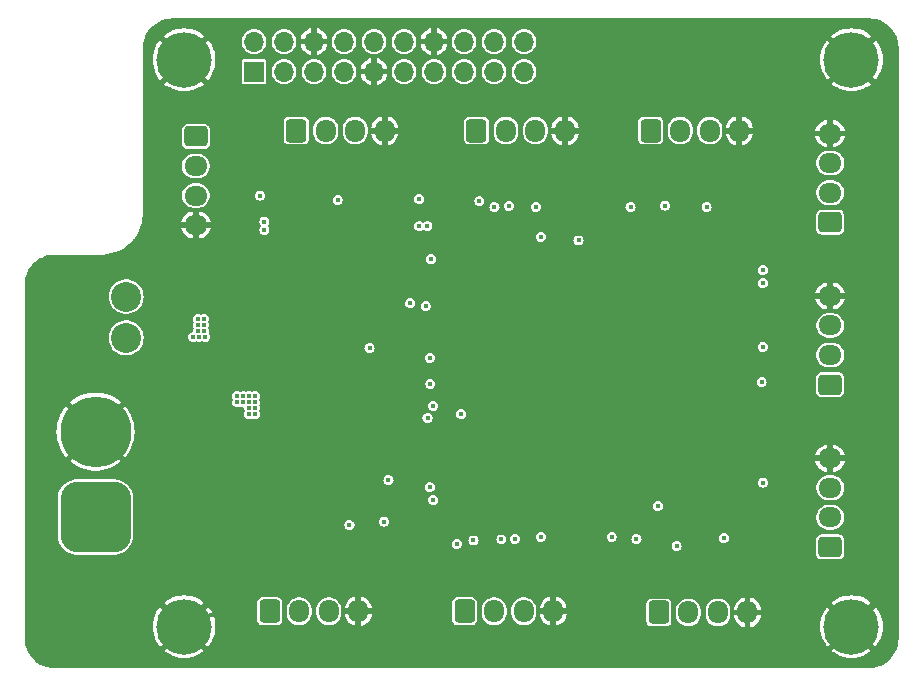
<source format=gbr>
%TF.GenerationSoftware,KiCad,Pcbnew,8.0.7*%
%TF.CreationDate,2025-01-28T22:36:30+01:00*%
%TF.ProjectId,test1,74657374-312e-46b6-9963-61645f706362,rev?*%
%TF.SameCoordinates,Original*%
%TF.FileFunction,Copper,L2,Inr*%
%TF.FilePolarity,Positive*%
%FSLAX46Y46*%
G04 Gerber Fmt 4.6, Leading zero omitted, Abs format (unit mm)*
G04 Created by KiCad (PCBNEW 8.0.7) date 2025-01-28 22:36:30*
%MOMM*%
%LPD*%
G01*
G04 APERTURE LIST*
G04 Aperture macros list*
%AMRoundRect*
0 Rectangle with rounded corners*
0 $1 Rounding radius*
0 $2 $3 $4 $5 $6 $7 $8 $9 X,Y pos of 4 corners*
0 Add a 4 corners polygon primitive as box body*
4,1,4,$2,$3,$4,$5,$6,$7,$8,$9,$2,$3,0*
0 Add four circle primitives for the rounded corners*
1,1,$1+$1,$2,$3*
1,1,$1+$1,$4,$5*
1,1,$1+$1,$6,$7*
1,1,$1+$1,$8,$9*
0 Add four rect primitives between the rounded corners*
20,1,$1+$1,$2,$3,$4,$5,0*
20,1,$1+$1,$4,$5,$6,$7,0*
20,1,$1+$1,$6,$7,$8,$9,0*
20,1,$1+$1,$8,$9,$2,$3,0*%
G04 Aperture macros list end*
%TA.AperFunction,ComponentPad*%
%ADD10RoundRect,1.500000X1.500000X-1.500000X1.500000X1.500000X-1.500000X1.500000X-1.500000X-1.500000X0*%
%TD*%
%TA.AperFunction,ComponentPad*%
%ADD11C,6.000000*%
%TD*%
%TA.AperFunction,ComponentPad*%
%ADD12RoundRect,0.250000X-0.600000X-0.725000X0.600000X-0.725000X0.600000X0.725000X-0.600000X0.725000X0*%
%TD*%
%TA.AperFunction,ComponentPad*%
%ADD13O,1.700000X1.950000*%
%TD*%
%TA.AperFunction,ComponentPad*%
%ADD14C,2.540000*%
%TD*%
%TA.AperFunction,ComponentPad*%
%ADD15RoundRect,0.250000X-0.725000X0.600000X-0.725000X-0.600000X0.725000X-0.600000X0.725000X0.600000X0*%
%TD*%
%TA.AperFunction,ComponentPad*%
%ADD16O,1.950000X1.700000*%
%TD*%
%TA.AperFunction,ComponentPad*%
%ADD17RoundRect,0.250000X0.725000X-0.600000X0.725000X0.600000X-0.725000X0.600000X-0.725000X-0.600000X0*%
%TD*%
%TA.AperFunction,ComponentPad*%
%ADD18C,4.700000*%
%TD*%
%TA.AperFunction,ComponentPad*%
%ADD19R,1.700000X1.700000*%
%TD*%
%TA.AperFunction,ComponentPad*%
%ADD20O,1.700000X1.700000*%
%TD*%
%TA.AperFunction,ViaPad*%
%ADD21C,0.450000*%
%TD*%
G04 APERTURE END LIST*
D10*
%TO.N,Net-(BT1-+)*%
%TO.C,BT1*%
X46500000Y-92700000D03*
D11*
%TO.N,GND*%
X46500000Y-85500000D03*
%TD*%
D12*
%TO.N,VBUS*%
%TO.C,UART10*%
X61250000Y-100700000D03*
D13*
%TO.N,/STM32H735/TX10*%
X63750000Y-100700000D03*
%TO.N,/STM32H735/RX10*%
X66250000Y-100700000D03*
%TO.N,GND*%
X68750000Y-100700000D03*
%TD*%
D14*
%TO.N,+BATT*%
%TO.C,ARU1*%
X49100000Y-77550000D03*
%TO.N,Net-(D10-A2)*%
X49100000Y-74050000D03*
%TD*%
D15*
%TO.N,VBUS*%
%TO.C,UART2*%
X55000000Y-60500000D03*
D16*
%TO.N,/STM32H735/TX2*%
X55000000Y-63000000D03*
%TO.N,/STM32H735/RX2*%
X55000000Y-65500000D03*
%TO.N,GND*%
X55000000Y-68000000D03*
%TD*%
D17*
%TO.N,VBUS*%
%TO.C,UART1*%
X108700000Y-67750000D03*
D16*
%TO.N,/STM32H735/TX1*%
X108700000Y-65250000D03*
%TO.N,/STM32H735/RX1*%
X108700000Y-62750000D03*
%TO.N,GND*%
X108700000Y-60250000D03*
%TD*%
D17*
%TO.N,VBUS*%
%TO.C,UART5*%
X108700000Y-81500000D03*
D16*
%TO.N,/STM32H735/TX5*%
X108700000Y-79000000D03*
%TO.N,/STM32H735/RX5*%
X108700000Y-76500000D03*
%TO.N,GND*%
X108700000Y-74000000D03*
%TD*%
D18*
%TO.N,GND*%
%TO.C,H4*%
X110500000Y-54000000D03*
%TD*%
%TO.N,GND*%
%TO.C,H2*%
X54000000Y-102000000D03*
%TD*%
D17*
%TO.N,VBUS*%
%TO.C,UART3*%
X108700000Y-95250000D03*
D16*
%TO.N,/STM32H735/TX3*%
X108700000Y-92750000D03*
%TO.N,/STM32H735/RX3*%
X108700000Y-90250000D03*
%TO.N,GND*%
X108700000Y-87750000D03*
%TD*%
D18*
%TO.N,GND*%
%TO.C,H3*%
X110500000Y-102000000D03*
%TD*%
D12*
%TO.N,VBUS*%
%TO.C,UART4*%
X77750000Y-100700000D03*
D13*
%TO.N,/STM32H735/TX4*%
X80250000Y-100700000D03*
%TO.N,/STM32H735/RX4*%
X82750000Y-100700000D03*
%TO.N,GND*%
X85250000Y-100700000D03*
%TD*%
D12*
%TO.N,VBUS*%
%TO.C,LIDAR1*%
X93500000Y-60000000D03*
D13*
%TO.N,/STM32H735/TX_Lidar*%
X96000000Y-60000000D03*
%TO.N,/STM32H735/RX_Lidar*%
X98500000Y-60000000D03*
%TO.N,GND*%
X101000000Y-60000000D03*
%TD*%
D12*
%TO.N,VBUS*%
%TO.C,UART8*%
X78750000Y-60000000D03*
D13*
%TO.N,/STM32H735/TX8*%
X81250000Y-60000000D03*
%TO.N,/STM32H735/RX8*%
X83750000Y-60000000D03*
%TO.N,GND*%
X86250000Y-60000000D03*
%TD*%
D12*
%TO.N,VBUS*%
%TO.C,UART6*%
X63500000Y-60000000D03*
D13*
%TO.N,/STM32H735/TX6*%
X66000000Y-60000000D03*
%TO.N,/STM32H735/RX6*%
X68500000Y-60000000D03*
%TO.N,GND*%
X71000000Y-60000000D03*
%TD*%
D18*
%TO.N,GND*%
%TO.C,H1*%
X54000000Y-54000000D03*
%TD*%
D12*
%TO.N,VBUS*%
%TO.C,UART7*%
X94200000Y-100800000D03*
D13*
%TO.N,/STM32H735/TX7*%
X96700000Y-100800000D03*
%TO.N,/STM32H735/RX7*%
X99200000Y-100800000D03*
%TO.N,GND*%
X101700000Y-100800000D03*
%TD*%
D19*
%TO.N,unconnected-(J3-Pin_1-Pad1)*%
%TO.C,J3*%
X59920000Y-55000000D03*
D20*
%TO.N,+5V*%
X59920000Y-52460000D03*
%TO.N,unconnected-(J3-Pin_3-Pad3)*%
X62460000Y-55000000D03*
%TO.N,+5V*%
X62460000Y-52460000D03*
%TO.N,unconnected-(J3-Pin_5-Pad5)*%
X65000000Y-55000000D03*
%TO.N,GND*%
X65000000Y-52460000D03*
%TO.N,unconnected-(J3-Pin_7-Pad7)*%
X67540000Y-55000000D03*
%TO.N,/GPIO14_TXD*%
X67540000Y-52460000D03*
%TO.N,GND*%
X70080000Y-55000000D03*
%TO.N,/GPIO15_RXD*%
X70080000Y-52460000D03*
%TO.N,unconnected-(J3-Pin_11-Pad11)*%
X72620000Y-55000000D03*
%TO.N,unconnected-(J3-Pin_12-Pad12)*%
X72620000Y-52460000D03*
%TO.N,unconnected-(J3-Pin_13-Pad13)*%
X75160000Y-55000000D03*
%TO.N,GND*%
X75160000Y-52460000D03*
%TO.N,unconnected-(J3-Pin_15-Pad15)*%
X77700000Y-55000000D03*
%TO.N,unconnected-(J3-Pin_16-Pad16)*%
X77700000Y-52460000D03*
%TO.N,unconnected-(J3-Pin_17-Pad17)*%
X80240000Y-55000000D03*
%TO.N,unconnected-(J3-Pin_18-Pad18)*%
X80240000Y-52460000D03*
%TO.N,unconnected-(J3-Pin_19-Pad19)*%
X82780000Y-55000000D03*
%TO.N,unconnected-(J3-Pin_20-Pad20)*%
X82780000Y-52460000D03*
%TD*%
D21*
%TO.N,GND*%
X41000000Y-97300000D03*
X41000000Y-96600000D03*
X41000000Y-95800000D03*
X41000000Y-83200000D03*
X41000000Y-82400000D03*
X41000000Y-81700000D03*
X53100000Y-78300000D03*
X61500000Y-63500000D03*
X50500000Y-68500000D03*
X92250000Y-51000000D03*
X101250000Y-68000000D03*
X58250000Y-51000000D03*
X88000000Y-85800000D03*
X69250000Y-51000000D03*
X41000000Y-80000000D03*
X79000000Y-70800000D03*
X91000000Y-70800000D03*
X74250000Y-73750000D03*
X113963933Y-103023124D03*
X114000000Y-100000000D03*
X114000000Y-79000000D03*
X85000000Y-85800000D03*
X73000000Y-57000000D03*
X88000000Y-88800000D03*
X64250000Y-51000000D03*
X114000000Y-101000000D03*
X78250000Y-51000000D03*
X95000000Y-105000000D03*
X89000000Y-105000000D03*
X81500000Y-64750000D03*
X105000000Y-51000000D03*
X100400000Y-91200000D03*
X61000000Y-105000000D03*
X42000000Y-105000000D03*
X99000000Y-63000000D03*
X85000000Y-105000000D03*
X57000000Y-63500000D03*
X97000000Y-73800000D03*
X83700000Y-92000000D03*
X105500000Y-83000000D03*
X63400000Y-80400000D03*
X87500000Y-100750000D03*
X50750000Y-57500000D03*
X91000000Y-82800000D03*
X88300000Y-69000000D03*
X84900000Y-69100000D03*
X114000000Y-104000000D03*
X111500000Y-73750000D03*
X75250000Y-51000000D03*
X75000000Y-105000000D03*
X41000000Y-101000000D03*
X50750000Y-52750000D03*
X82000000Y-85800000D03*
X50750000Y-58500000D03*
X112750000Y-105000000D03*
X85000000Y-82800000D03*
X94000000Y-70800000D03*
X62000000Y-105000000D03*
X52000000Y-105000000D03*
X88000000Y-76800000D03*
X57000000Y-60500000D03*
X88250000Y-51000000D03*
X84700000Y-65000000D03*
X114000000Y-59000000D03*
X109000000Y-51000000D03*
X74600000Y-95800000D03*
X114000000Y-97000000D03*
X114000000Y-61000000D03*
X112000000Y-105000000D03*
X106000000Y-105000000D03*
X52250000Y-85750000D03*
X114000000Y-82000000D03*
X106750000Y-101250000D03*
X111000000Y-105000000D03*
X114000000Y-91000000D03*
X41000000Y-95000000D03*
X77250000Y-51000000D03*
X57250000Y-51000000D03*
X80800000Y-92000000D03*
X69000000Y-105000000D03*
X114000000Y-102000000D03*
X100000000Y-73800000D03*
X63800000Y-95800000D03*
X91000000Y-105000000D03*
X50750000Y-55500000D03*
X88000000Y-70800000D03*
X46000000Y-105000000D03*
X90000000Y-105000000D03*
X73250000Y-51000000D03*
X114000000Y-88000000D03*
X94000000Y-88800000D03*
X94300000Y-69000000D03*
X97000000Y-82800000D03*
X60000000Y-88000000D03*
X71900000Y-83400000D03*
X96000000Y-105000000D03*
X79000000Y-82800000D03*
X71250000Y-51000000D03*
X72000000Y-105000000D03*
X108000000Y-51000000D03*
X42750000Y-71000000D03*
X75400000Y-92600000D03*
X50750000Y-67500000D03*
X66000000Y-105000000D03*
X114000000Y-67000000D03*
X114000000Y-55000000D03*
X87250000Y-51000000D03*
X79000000Y-73800000D03*
X41000000Y-102000000D03*
X109000000Y-105000000D03*
X114000000Y-99000000D03*
X44000000Y-71000000D03*
X98000000Y-105000000D03*
X41000000Y-93000000D03*
X41000000Y-87000000D03*
X114000000Y-65000000D03*
X50750000Y-66500000D03*
X114000000Y-70000000D03*
X90000000Y-54000000D03*
X100400000Y-78700000D03*
X114000000Y-96000000D03*
X77956849Y-57008585D03*
X86800000Y-66400000D03*
X101250000Y-51000000D03*
X102000000Y-105000000D03*
X49853626Y-69392319D03*
X101250000Y-93000000D03*
X74000000Y-99000000D03*
X91000000Y-73800000D03*
X41000000Y-84000000D03*
X76000000Y-105000000D03*
X41000000Y-78000000D03*
X94000000Y-82800000D03*
X55250000Y-51000000D03*
X45000000Y-71000000D03*
X59700000Y-81700000D03*
X100500000Y-73300000D03*
X74313752Y-85965088D03*
X61500000Y-56250000D03*
X100000000Y-85800000D03*
X114000000Y-62000000D03*
X103300000Y-76400000D03*
X114000000Y-53000000D03*
X50800000Y-83800000D03*
X102000000Y-54000000D03*
X97000000Y-88800000D03*
X66250000Y-51000000D03*
X111500000Y-66500000D03*
X98250000Y-58500000D03*
X80300000Y-65000000D03*
X102000000Y-51000000D03*
X114000000Y-54000000D03*
X61250000Y-51000000D03*
X110750000Y-69750000D03*
X50750000Y-63500000D03*
X113979128Y-63005550D03*
X55750000Y-91000000D03*
X94000000Y-76800000D03*
X41000000Y-88000000D03*
X105000000Y-54000000D03*
X114000000Y-64000000D03*
X75600000Y-68600000D03*
X97000000Y-79800000D03*
X46000000Y-71000000D03*
X47000000Y-105000000D03*
X76250000Y-51000000D03*
X63000000Y-105000000D03*
X41000000Y-90000000D03*
X114000000Y-95000000D03*
X82000000Y-82800000D03*
X41000000Y-99000000D03*
X114000000Y-85000000D03*
X99000000Y-54000000D03*
X44000000Y-105000000D03*
X91000000Y-91800000D03*
X83000000Y-105000000D03*
X67200000Y-95800000D03*
X63400000Y-77700000D03*
X114000000Y-58000000D03*
X114000000Y-93000000D03*
X105500000Y-90750000D03*
X86750000Y-55750000D03*
X114000000Y-77000000D03*
X96250000Y-51000000D03*
X89250000Y-51000000D03*
X111000000Y-51000000D03*
X60250000Y-51000000D03*
X93700000Y-64800000D03*
X111500000Y-60250000D03*
X79000000Y-105000000D03*
X88000000Y-79800000D03*
X114000000Y-75000000D03*
X97000000Y-76800000D03*
X78000000Y-105000000D03*
X85000000Y-73800000D03*
X77000000Y-105000000D03*
X41000000Y-104000000D03*
X83250000Y-51000000D03*
X103900000Y-77200000D03*
X85000000Y-79800000D03*
X114000000Y-84000000D03*
X41000000Y-98000000D03*
X82000000Y-88800000D03*
X88000000Y-73800000D03*
X93000000Y-105000000D03*
X41000000Y-75000000D03*
X69000000Y-63500000D03*
X100000000Y-70800000D03*
X110000000Y-51000000D03*
X48000000Y-71000000D03*
X88000000Y-82800000D03*
X41000000Y-91000000D03*
X80250000Y-51000000D03*
X45000000Y-105000000D03*
X114000000Y-66000000D03*
X91000000Y-85800000D03*
X86000000Y-105000000D03*
X94000000Y-79800000D03*
X85250000Y-51000000D03*
X77597728Y-78954985D03*
X96000000Y-63000000D03*
X105500000Y-87000000D03*
X100000000Y-55750000D03*
X99250000Y-51000000D03*
X50750000Y-64500000D03*
X91250000Y-51000000D03*
X41000000Y-81000000D03*
X75000000Y-60000000D03*
X100300000Y-90300000D03*
X100000000Y-98250000D03*
X89700000Y-91600000D03*
X90250000Y-51000000D03*
X114000000Y-73000000D03*
X103000000Y-105000000D03*
X73250000Y-101000000D03*
X71000000Y-105000000D03*
X84100000Y-62900000D03*
X104500000Y-66500000D03*
X48000000Y-105000000D03*
X93000000Y-54000000D03*
X103000000Y-51000000D03*
X50750000Y-65500000D03*
X55000000Y-83000000D03*
X114000000Y-81000000D03*
X79000000Y-85800000D03*
X97000000Y-70800000D03*
X41000000Y-73000000D03*
X100000000Y-79800000D03*
X92000000Y-58500000D03*
X53250000Y-51000000D03*
X94000000Y-85800000D03*
X59500000Y-101000000D03*
X107000000Y-51000000D03*
X105000000Y-69750000D03*
X92000000Y-105000000D03*
X111250000Y-98250000D03*
X50750000Y-56500000D03*
X47000000Y-71000000D03*
X59250000Y-51000000D03*
X110000000Y-57000000D03*
X103000000Y-85500000D03*
X114000000Y-90000000D03*
X53000000Y-105000000D03*
X100000000Y-76800000D03*
X41000000Y-103000000D03*
X94000000Y-105000000D03*
X70750000Y-56750000D03*
X52250000Y-51000000D03*
X86250000Y-51000000D03*
X74250000Y-51000000D03*
X114000000Y-86000000D03*
X97250000Y-51000000D03*
X70250000Y-51000000D03*
X79000000Y-91800000D03*
X81000000Y-105000000D03*
X58000000Y-105000000D03*
X41000000Y-100000000D03*
X48750000Y-70500000D03*
X114000000Y-94000000D03*
X85000000Y-88800000D03*
X102200000Y-60000000D03*
X107750000Y-98250000D03*
X114000000Y-74000000D03*
X43000000Y-105000000D03*
X54000000Y-105000000D03*
X100250000Y-51000000D03*
X65700000Y-83200000D03*
X114000000Y-80000000D03*
X50750000Y-54500000D03*
X110000000Y-105000000D03*
X108000000Y-105000000D03*
X105000000Y-60000000D03*
X41250000Y-72000000D03*
X56250000Y-101000000D03*
X82000000Y-105000000D03*
X114000000Y-56000000D03*
X114000000Y-57000000D03*
X91000000Y-88800000D03*
X57000000Y-56200000D03*
X41000000Y-77000000D03*
X71000000Y-95800000D03*
X101000000Y-105000000D03*
X41750000Y-71250000D03*
X114000000Y-83000000D03*
X95250000Y-51000000D03*
X77200000Y-95800000D03*
X65000000Y-63500000D03*
X59000000Y-105000000D03*
X57000000Y-98500000D03*
X105000000Y-57000000D03*
X112000000Y-51000000D03*
X65000000Y-105000000D03*
X114000000Y-68000000D03*
X65250000Y-51000000D03*
X100000000Y-91800000D03*
X82250000Y-51000000D03*
X84800000Y-91800000D03*
X87000000Y-54000000D03*
X77585637Y-81880975D03*
X60000000Y-105000000D03*
X55800000Y-95800000D03*
X104800000Y-79700000D03*
X86100000Y-94700000D03*
X104000000Y-51000000D03*
X104000000Y-105000000D03*
X63400000Y-77100000D03*
X51000000Y-105000000D03*
X99000000Y-105000000D03*
X96000000Y-54000000D03*
X94000000Y-73800000D03*
X82000000Y-76800000D03*
X63400000Y-78300000D03*
X91000000Y-79800000D03*
X79000000Y-79800000D03*
X111500000Y-84000000D03*
X70750000Y-101000000D03*
X91400000Y-69000000D03*
X102000000Y-63000000D03*
X100000000Y-88800000D03*
X100000000Y-82800000D03*
X114000000Y-60000000D03*
X77600000Y-89900000D03*
X113500000Y-51500000D03*
X105800000Y-74000000D03*
X50000000Y-105000000D03*
X57000000Y-105000000D03*
X89000000Y-62900000D03*
X72900000Y-78500000D03*
X50750000Y-53500000D03*
X72250000Y-51000000D03*
X106000000Y-51000000D03*
X63400000Y-76500000D03*
X96700000Y-91800000D03*
X56000000Y-88000000D03*
X50750000Y-62500000D03*
X76000000Y-101000000D03*
X82000000Y-79800000D03*
X50750000Y-61500000D03*
X89750000Y-64500000D03*
X85000000Y-70800000D03*
X49000000Y-105000000D03*
X63250000Y-51000000D03*
X90000000Y-57000000D03*
X113000000Y-51000000D03*
X88000000Y-105000000D03*
X41000000Y-86000000D03*
X68250000Y-51000000D03*
X61500000Y-60500000D03*
X62250000Y-51000000D03*
X105000000Y-105000000D03*
X114000000Y-76000000D03*
X100000000Y-105000000D03*
X41000000Y-79000000D03*
X91000000Y-76800000D03*
X50800000Y-95800000D03*
X107000000Y-105000000D03*
X62600000Y-75600000D03*
X114000000Y-71000000D03*
X41000000Y-76000000D03*
X67000000Y-105000000D03*
X41000000Y-74000000D03*
X100500000Y-72200000D03*
X93250000Y-51000000D03*
X113750000Y-52250000D03*
X51250000Y-51561916D03*
X87000000Y-63000000D03*
X97000000Y-105000000D03*
X80000000Y-105000000D03*
X41000000Y-94000000D03*
X91500000Y-95000000D03*
X83200000Y-95600000D03*
X54250000Y-51000000D03*
X114000000Y-92000000D03*
X113500000Y-104500000D03*
X74000000Y-105000000D03*
X107000000Y-76250000D03*
X77600000Y-71700000D03*
X84250000Y-51000000D03*
X103750000Y-98250000D03*
X79250000Y-51000000D03*
X114000000Y-72000000D03*
X114000000Y-87000000D03*
X90000000Y-100750000D03*
X56250000Y-51000000D03*
X92250000Y-100750000D03*
X79000000Y-88800000D03*
X109000000Y-84750000D03*
X55750000Y-85250000D03*
X82000000Y-91800000D03*
X82000000Y-70800000D03*
X94250000Y-51000000D03*
X88000000Y-91800000D03*
X79000000Y-76800000D03*
X50750000Y-60500000D03*
X64000000Y-105000000D03*
X60200000Y-95800000D03*
X82000000Y-73800000D03*
X68000000Y-105000000D03*
X41000000Y-92000000D03*
X97000000Y-98250000D03*
X114000000Y-78000000D03*
X56000000Y-105000000D03*
X50750000Y-59500000D03*
X55000000Y-105000000D03*
X73500000Y-62800000D03*
X68200000Y-78800000D03*
X107000000Y-72250000D03*
X105000000Y-63000000D03*
X77500000Y-70200000D03*
X67250000Y-51000000D03*
X81250000Y-51000000D03*
X85000000Y-76800000D03*
X41000000Y-85000000D03*
X100400000Y-81800000D03*
X97000000Y-85800000D03*
X103750000Y-94750000D03*
X63400000Y-79000000D03*
X88700000Y-97500000D03*
X97800000Y-69000000D03*
X41000000Y-89000000D03*
X63400000Y-79700000D03*
X114000000Y-98000000D03*
X73000000Y-105000000D03*
X114000000Y-69000000D03*
X114000000Y-89000000D03*
X98250000Y-51000000D03*
X70000000Y-105000000D03*
X84000000Y-105000000D03*
X93000000Y-63000000D03*
%TO.N,VBUS*%
X55675000Y-76970000D03*
X55675000Y-75970000D03*
X55175000Y-75970000D03*
X55275000Y-77470000D03*
X55775000Y-77470000D03*
X55175000Y-76970000D03*
X55675000Y-76470000D03*
X55175000Y-76470000D03*
X54775000Y-77470000D03*
%TO.N,+5V*%
X60000000Y-83000000D03*
X58500000Y-83000000D03*
X60000000Y-82500000D03*
X84200000Y-69000000D03*
X59000000Y-83000000D03*
X59500000Y-83000000D03*
X59500000Y-82500000D03*
X60800000Y-68400000D03*
X59500000Y-83500000D03*
X60400000Y-65500000D03*
X58500000Y-82500000D03*
X60000000Y-84000000D03*
X59000000Y-82500000D03*
X60000000Y-83500000D03*
X59500000Y-84000000D03*
X60800000Y-67700000D03*
%TO.N,+3.3V*%
X73900000Y-65800000D03*
X70900000Y-93100000D03*
X74900000Y-70900000D03*
X69700000Y-78425000D03*
X74800000Y-79232500D03*
X74600000Y-68100000D03*
X68000000Y-93400000D03*
X82000000Y-94567500D03*
X94725000Y-66350000D03*
X92302011Y-94596496D03*
X74800000Y-90200000D03*
X102900000Y-81300000D03*
X91800000Y-66500000D03*
X90200000Y-94400000D03*
X74615574Y-84325000D03*
X99700000Y-94500000D03*
X84200000Y-94400000D03*
X81500000Y-66377255D03*
X73900000Y-68100000D03*
X103000000Y-71800000D03*
X103000000Y-72900000D03*
X75100000Y-83300000D03*
X83775000Y-66450000D03*
X71300000Y-89600000D03*
X98240400Y-66487493D03*
X103000000Y-89800000D03*
X80862482Y-94612482D03*
X87400000Y-69300000D03*
X75100000Y-91300000D03*
X67000000Y-65900000D03*
X103000000Y-78300000D03*
%TO.N,/STM32H735/NRST*%
X73147537Y-74610001D03*
X74850000Y-81450000D03*
X94100000Y-91800000D03*
%TO.N,+3.3VA*%
X95700000Y-95200000D03*
%TO.N,/STM32H735/TX10*%
X78500000Y-94700000D03*
%TO.N,/STM32H735/RX10*%
X77100000Y-95000000D03*
%TO.N,/GPIO14_TXD*%
X80275000Y-66482692D03*
%TO.N,/GPIO15_RXD*%
X79000000Y-65957648D03*
%TO.N,/STM32H735/SWO*%
X77466955Y-84007777D03*
X74450000Y-74850000D03*
%TD*%
%TA.AperFunction,Conductor*%
%TO.N,GND*%
G36*
X112003736Y-50500726D02*
G01*
X112293796Y-50518271D01*
X112308659Y-50520076D01*
X112590798Y-50571780D01*
X112605335Y-50575363D01*
X112879172Y-50660695D01*
X112893163Y-50666000D01*
X113154743Y-50783727D01*
X113167989Y-50790680D01*
X113413465Y-50939075D01*
X113425776Y-50947573D01*
X113651573Y-51124473D01*
X113662781Y-51134403D01*
X113865596Y-51337218D01*
X113875526Y-51348426D01*
X113888129Y-51364512D01*
X113995481Y-51501538D01*
X114052422Y-51574217D01*
X114060928Y-51586540D01*
X114209316Y-51832004D01*
X114216275Y-51845263D01*
X114333997Y-52106831D01*
X114339306Y-52120832D01*
X114424635Y-52394663D01*
X114428219Y-52409201D01*
X114479923Y-52691340D01*
X114481728Y-52706205D01*
X114499274Y-52996263D01*
X114499500Y-53003750D01*
X114499500Y-102996249D01*
X114499274Y-103003736D01*
X114481728Y-103293794D01*
X114479923Y-103308659D01*
X114428219Y-103590798D01*
X114424635Y-103605336D01*
X114339306Y-103879167D01*
X114333997Y-103893168D01*
X114216275Y-104154736D01*
X114209316Y-104167995D01*
X114060928Y-104413459D01*
X114052422Y-104425782D01*
X113875526Y-104651573D01*
X113865596Y-104662781D01*
X113662781Y-104865596D01*
X113651573Y-104875526D01*
X113425782Y-105052422D01*
X113413459Y-105060928D01*
X113167995Y-105209316D01*
X113154736Y-105216275D01*
X112893168Y-105333997D01*
X112879167Y-105339306D01*
X112605336Y-105424635D01*
X112590798Y-105428219D01*
X112308659Y-105479923D01*
X112293794Y-105481728D01*
X112003736Y-105499274D01*
X111996249Y-105499500D01*
X43003751Y-105499500D01*
X42996264Y-105499274D01*
X42706205Y-105481728D01*
X42691340Y-105479923D01*
X42409201Y-105428219D01*
X42394663Y-105424635D01*
X42120832Y-105339306D01*
X42106831Y-105333997D01*
X41845263Y-105216275D01*
X41832004Y-105209316D01*
X41586540Y-105060928D01*
X41574217Y-105052422D01*
X41348426Y-104875526D01*
X41337218Y-104865596D01*
X41134403Y-104662781D01*
X41124473Y-104651573D01*
X40947573Y-104425776D01*
X40939075Y-104413465D01*
X40790680Y-104167989D01*
X40783727Y-104154743D01*
X40666000Y-103893163D01*
X40660693Y-103879167D01*
X40575364Y-103605336D01*
X40571780Y-103590798D01*
X40520076Y-103308659D01*
X40518271Y-103293794D01*
X40500726Y-103003736D01*
X40500500Y-102996249D01*
X40500500Y-102000000D01*
X51345156Y-102000000D01*
X51364512Y-102320000D01*
X51422303Y-102635354D01*
X51517671Y-102941402D01*
X51517675Y-102941413D01*
X51649250Y-103233763D01*
X51649251Y-103233765D01*
X51815111Y-103508131D01*
X51957091Y-103689353D01*
X52884728Y-102761716D01*
X52970278Y-102879466D01*
X53120534Y-103029722D01*
X53238282Y-103115270D01*
X52310645Y-104042907D01*
X52310645Y-104042908D01*
X52491871Y-104184890D01*
X52766234Y-104350748D01*
X52766236Y-104350749D01*
X53058586Y-104482324D01*
X53058597Y-104482328D01*
X53364645Y-104577696D01*
X53679999Y-104635487D01*
X54000000Y-104654843D01*
X54320000Y-104635487D01*
X54635354Y-104577696D01*
X54941402Y-104482328D01*
X54941413Y-104482324D01*
X55233763Y-104350749D01*
X55233765Y-104350748D01*
X55508122Y-104184894D01*
X55689353Y-104042908D01*
X55689353Y-104042907D01*
X54761717Y-103115271D01*
X54879466Y-103029722D01*
X55029722Y-102879466D01*
X55115271Y-102761717D01*
X56042907Y-103689353D01*
X56042908Y-103689353D01*
X56184894Y-103508122D01*
X56350748Y-103233765D01*
X56350749Y-103233763D01*
X56482324Y-102941413D01*
X56482328Y-102941402D01*
X56577696Y-102635354D01*
X56635487Y-102320000D01*
X56654843Y-102000000D01*
X56635487Y-101679999D01*
X56577696Y-101364645D01*
X56482328Y-101058597D01*
X56482324Y-101058586D01*
X56350749Y-100766236D01*
X56350748Y-100766234D01*
X56184890Y-100491871D01*
X56042907Y-100310645D01*
X55115270Y-101238281D01*
X55029722Y-101120534D01*
X54879466Y-100970278D01*
X54761717Y-100884728D01*
X55689353Y-99957091D01*
X55689353Y-99957090D01*
X55642943Y-99920730D01*
X60199500Y-99920730D01*
X60199500Y-101479269D01*
X60202353Y-101509699D01*
X60202353Y-101509701D01*
X60247206Y-101637880D01*
X60247207Y-101637882D01*
X60327850Y-101747150D01*
X60437118Y-101827793D01*
X60458089Y-101835131D01*
X60565299Y-101872646D01*
X60595730Y-101875500D01*
X60595734Y-101875500D01*
X61904270Y-101875500D01*
X61934699Y-101872646D01*
X61934701Y-101872646D01*
X61998790Y-101850219D01*
X62062882Y-101827793D01*
X62172150Y-101747150D01*
X62252793Y-101637882D01*
X62275219Y-101573790D01*
X62297646Y-101509701D01*
X62297646Y-101509699D01*
X62300500Y-101479269D01*
X62300500Y-100471530D01*
X62699500Y-100471530D01*
X62699500Y-100928469D01*
X62739868Y-101131412D01*
X62739870Y-101131420D01*
X62819058Y-101322596D01*
X62934024Y-101494657D01*
X63080342Y-101640975D01*
X63080345Y-101640977D01*
X63252402Y-101755941D01*
X63443580Y-101835130D01*
X63632187Y-101872646D01*
X63646530Y-101875499D01*
X63646534Y-101875500D01*
X63646535Y-101875500D01*
X63853466Y-101875500D01*
X63853467Y-101875499D01*
X64056420Y-101835130D01*
X64247598Y-101755941D01*
X64419655Y-101640977D01*
X64565977Y-101494655D01*
X64680941Y-101322598D01*
X64760130Y-101131420D01*
X64800500Y-100928465D01*
X64800500Y-100471535D01*
X64800499Y-100471530D01*
X65199500Y-100471530D01*
X65199500Y-100928469D01*
X65239868Y-101131412D01*
X65239870Y-101131420D01*
X65319058Y-101322596D01*
X65434024Y-101494657D01*
X65580342Y-101640975D01*
X65580345Y-101640977D01*
X65752402Y-101755941D01*
X65943580Y-101835130D01*
X66132187Y-101872646D01*
X66146530Y-101875499D01*
X66146534Y-101875500D01*
X66146535Y-101875500D01*
X66353466Y-101875500D01*
X66353467Y-101875499D01*
X66556420Y-101835130D01*
X66747598Y-101755941D01*
X66919655Y-101640977D01*
X67065977Y-101494655D01*
X67180941Y-101322598D01*
X67260130Y-101131420D01*
X67300500Y-100928465D01*
X67300500Y-100471535D01*
X67296216Y-100450000D01*
X67605463Y-100450000D01*
X68345854Y-100450000D01*
X68307370Y-100516657D01*
X68275000Y-100637465D01*
X68275000Y-100762535D01*
X68307370Y-100883343D01*
X68345854Y-100950000D01*
X67605463Y-100950000D01*
X67628317Y-101094293D01*
X67684251Y-101266444D01*
X67684252Y-101266447D01*
X67766434Y-101427734D01*
X67872823Y-101574169D01*
X68000830Y-101702176D01*
X68147265Y-101808565D01*
X68308552Y-101890747D01*
X68308555Y-101890748D01*
X68480699Y-101946680D01*
X68480712Y-101946683D01*
X68500000Y-101949738D01*
X68500000Y-101104145D01*
X68566657Y-101142630D01*
X68687465Y-101175000D01*
X68812535Y-101175000D01*
X68933343Y-101142630D01*
X69000000Y-101104145D01*
X69000000Y-101949737D01*
X69019287Y-101946683D01*
X69019300Y-101946680D01*
X69191444Y-101890748D01*
X69191447Y-101890747D01*
X69352734Y-101808565D01*
X69499169Y-101702176D01*
X69627176Y-101574169D01*
X69733565Y-101427734D01*
X69815747Y-101266447D01*
X69815748Y-101266444D01*
X69871682Y-101094293D01*
X69894537Y-100950000D01*
X69154146Y-100950000D01*
X69192630Y-100883343D01*
X69225000Y-100762535D01*
X69225000Y-100637465D01*
X69192630Y-100516657D01*
X69154146Y-100450000D01*
X69894537Y-100450000D01*
X69871682Y-100305706D01*
X69815748Y-100133555D01*
X69815747Y-100133552D01*
X69733565Y-99972265D01*
X69696123Y-99920730D01*
X76699500Y-99920730D01*
X76699500Y-101479269D01*
X76702353Y-101509699D01*
X76702353Y-101509701D01*
X76747206Y-101637880D01*
X76747207Y-101637882D01*
X76827850Y-101747150D01*
X76937118Y-101827793D01*
X76958089Y-101835131D01*
X77065299Y-101872646D01*
X77095730Y-101875500D01*
X77095734Y-101875500D01*
X78404270Y-101875500D01*
X78434699Y-101872646D01*
X78434701Y-101872646D01*
X78498790Y-101850219D01*
X78562882Y-101827793D01*
X78672150Y-101747150D01*
X78752793Y-101637882D01*
X78775219Y-101573790D01*
X78797646Y-101509701D01*
X78797646Y-101509699D01*
X78800500Y-101479269D01*
X78800500Y-100471530D01*
X79199500Y-100471530D01*
X79199500Y-100928469D01*
X79239868Y-101131412D01*
X79239870Y-101131420D01*
X79319058Y-101322596D01*
X79434024Y-101494657D01*
X79580342Y-101640975D01*
X79580345Y-101640977D01*
X79752402Y-101755941D01*
X79943580Y-101835130D01*
X80132187Y-101872646D01*
X80146530Y-101875499D01*
X80146534Y-101875500D01*
X80146535Y-101875500D01*
X80353466Y-101875500D01*
X80353467Y-101875499D01*
X80556420Y-101835130D01*
X80747598Y-101755941D01*
X80919655Y-101640977D01*
X81065977Y-101494655D01*
X81180941Y-101322598D01*
X81260130Y-101131420D01*
X81300500Y-100928465D01*
X81300500Y-100471535D01*
X81300499Y-100471530D01*
X81699500Y-100471530D01*
X81699500Y-100928469D01*
X81739868Y-101131412D01*
X81739870Y-101131420D01*
X81819058Y-101322596D01*
X81934024Y-101494657D01*
X82080342Y-101640975D01*
X82080345Y-101640977D01*
X82252402Y-101755941D01*
X82443580Y-101835130D01*
X82632187Y-101872646D01*
X82646530Y-101875499D01*
X82646534Y-101875500D01*
X82646535Y-101875500D01*
X82853466Y-101875500D01*
X82853467Y-101875499D01*
X83056420Y-101835130D01*
X83247598Y-101755941D01*
X83419655Y-101640977D01*
X83565977Y-101494655D01*
X83680941Y-101322598D01*
X83760130Y-101131420D01*
X83800500Y-100928465D01*
X83800500Y-100471535D01*
X83796216Y-100450000D01*
X84105463Y-100450000D01*
X84845854Y-100450000D01*
X84807370Y-100516657D01*
X84775000Y-100637465D01*
X84775000Y-100762535D01*
X84807370Y-100883343D01*
X84845854Y-100950000D01*
X84105463Y-100950000D01*
X84128317Y-101094293D01*
X84184251Y-101266444D01*
X84184252Y-101266447D01*
X84266434Y-101427734D01*
X84372823Y-101574169D01*
X84500830Y-101702176D01*
X84647265Y-101808565D01*
X84808552Y-101890747D01*
X84808555Y-101890748D01*
X84980699Y-101946680D01*
X84980712Y-101946683D01*
X85000000Y-101949738D01*
X85000000Y-101104145D01*
X85066657Y-101142630D01*
X85187465Y-101175000D01*
X85312535Y-101175000D01*
X85433343Y-101142630D01*
X85500000Y-101104145D01*
X85500000Y-101949737D01*
X85519287Y-101946683D01*
X85519300Y-101946680D01*
X85691444Y-101890748D01*
X85691447Y-101890747D01*
X85852734Y-101808565D01*
X85999169Y-101702176D01*
X86127176Y-101574169D01*
X86233565Y-101427734D01*
X86315747Y-101266447D01*
X86315748Y-101266444D01*
X86371682Y-101094293D01*
X86394537Y-100950000D01*
X85654146Y-100950000D01*
X85692630Y-100883343D01*
X85725000Y-100762535D01*
X85725000Y-100637465D01*
X85692630Y-100516657D01*
X85654146Y-100450000D01*
X86394537Y-100450000D01*
X86371682Y-100305706D01*
X86315748Y-100133555D01*
X86315747Y-100133552D01*
X86258260Y-100020730D01*
X93149500Y-100020730D01*
X93149500Y-101579269D01*
X93152353Y-101609699D01*
X93152353Y-101609701D01*
X93197206Y-101737880D01*
X93197207Y-101737882D01*
X93277850Y-101847150D01*
X93387118Y-101927793D01*
X93408089Y-101935131D01*
X93515299Y-101972646D01*
X93545730Y-101975500D01*
X93545734Y-101975500D01*
X94854270Y-101975500D01*
X94884699Y-101972646D01*
X94884701Y-101972646D01*
X94958906Y-101946680D01*
X95012882Y-101927793D01*
X95122150Y-101847150D01*
X95202793Y-101737882D01*
X95234788Y-101646446D01*
X95247646Y-101609701D01*
X95247646Y-101609699D01*
X95250500Y-101579269D01*
X95250500Y-100571530D01*
X95649500Y-100571530D01*
X95649500Y-101028469D01*
X95689868Y-101231412D01*
X95689870Y-101231420D01*
X95769058Y-101422596D01*
X95884024Y-101594657D01*
X96030342Y-101740975D01*
X96030345Y-101740977D01*
X96202402Y-101855941D01*
X96393580Y-101935130D01*
X96582187Y-101972646D01*
X96596530Y-101975499D01*
X96596534Y-101975500D01*
X96596535Y-101975500D01*
X96803466Y-101975500D01*
X96803467Y-101975499D01*
X97006420Y-101935130D01*
X97197598Y-101855941D01*
X97369655Y-101740977D01*
X97515977Y-101594655D01*
X97630941Y-101422598D01*
X97710130Y-101231420D01*
X97750500Y-101028465D01*
X97750500Y-100571535D01*
X97750499Y-100571530D01*
X98149500Y-100571530D01*
X98149500Y-101028469D01*
X98189868Y-101231412D01*
X98189870Y-101231420D01*
X98269058Y-101422596D01*
X98384024Y-101594657D01*
X98530342Y-101740975D01*
X98530345Y-101740977D01*
X98702402Y-101855941D01*
X98893580Y-101935130D01*
X99082187Y-101972646D01*
X99096530Y-101975499D01*
X99096534Y-101975500D01*
X99096535Y-101975500D01*
X99303466Y-101975500D01*
X99303467Y-101975499D01*
X99506420Y-101935130D01*
X99697598Y-101855941D01*
X99869655Y-101740977D01*
X100015977Y-101594655D01*
X100130941Y-101422598D01*
X100210130Y-101231420D01*
X100250500Y-101028465D01*
X100250500Y-100571535D01*
X100246216Y-100550000D01*
X100555463Y-100550000D01*
X101295854Y-100550000D01*
X101257370Y-100616657D01*
X101225000Y-100737465D01*
X101225000Y-100862535D01*
X101257370Y-100983343D01*
X101295854Y-101050000D01*
X100555463Y-101050000D01*
X100578317Y-101194293D01*
X100634251Y-101366444D01*
X100634252Y-101366447D01*
X100716434Y-101527734D01*
X100822823Y-101674169D01*
X100950830Y-101802176D01*
X101097265Y-101908565D01*
X101258552Y-101990747D01*
X101258555Y-101990748D01*
X101430699Y-102046680D01*
X101430712Y-102046683D01*
X101450000Y-102049738D01*
X101450000Y-101204145D01*
X101516657Y-101242630D01*
X101637465Y-101275000D01*
X101762535Y-101275000D01*
X101883343Y-101242630D01*
X101950000Y-101204145D01*
X101950000Y-102049737D01*
X101969287Y-102046683D01*
X101969300Y-102046680D01*
X102112969Y-102000000D01*
X107845156Y-102000000D01*
X107864512Y-102320000D01*
X107922303Y-102635354D01*
X108017671Y-102941402D01*
X108017675Y-102941413D01*
X108149250Y-103233763D01*
X108149251Y-103233765D01*
X108315111Y-103508131D01*
X108457091Y-103689353D01*
X109384728Y-102761716D01*
X109470278Y-102879466D01*
X109620534Y-103029722D01*
X109738282Y-103115270D01*
X108810645Y-104042907D01*
X108810645Y-104042908D01*
X108991871Y-104184890D01*
X109266234Y-104350748D01*
X109266236Y-104350749D01*
X109558586Y-104482324D01*
X109558597Y-104482328D01*
X109864645Y-104577696D01*
X110179999Y-104635487D01*
X110500000Y-104654843D01*
X110820000Y-104635487D01*
X111135354Y-104577696D01*
X111441402Y-104482328D01*
X111441413Y-104482324D01*
X111733763Y-104350749D01*
X111733765Y-104350748D01*
X112008122Y-104184894D01*
X112189353Y-104042908D01*
X112189353Y-104042907D01*
X111261717Y-103115271D01*
X111379466Y-103029722D01*
X111529722Y-102879466D01*
X111615271Y-102761717D01*
X112542907Y-103689353D01*
X112542908Y-103689353D01*
X112684894Y-103508122D01*
X112850748Y-103233765D01*
X112850749Y-103233763D01*
X112982324Y-102941413D01*
X112982328Y-102941402D01*
X113077696Y-102635354D01*
X113135487Y-102320000D01*
X113154843Y-102000000D01*
X113135487Y-101679999D01*
X113077696Y-101364645D01*
X112982328Y-101058597D01*
X112982324Y-101058586D01*
X112850749Y-100766236D01*
X112850748Y-100766234D01*
X112684890Y-100491871D01*
X112542907Y-100310645D01*
X111615270Y-101238281D01*
X111529722Y-101120534D01*
X111379466Y-100970278D01*
X111261717Y-100884728D01*
X112189353Y-99957091D01*
X112189353Y-99957090D01*
X112008131Y-99815111D01*
X111733765Y-99649251D01*
X111733763Y-99649250D01*
X111441413Y-99517675D01*
X111441402Y-99517671D01*
X111135354Y-99422303D01*
X110820000Y-99364512D01*
X110500000Y-99345156D01*
X110179999Y-99364512D01*
X109864645Y-99422303D01*
X109558597Y-99517671D01*
X109558586Y-99517675D01*
X109266236Y-99649250D01*
X109266234Y-99649251D01*
X108991872Y-99815109D01*
X108810645Y-99957091D01*
X109738282Y-100884728D01*
X109620534Y-100970278D01*
X109470278Y-101120534D01*
X109384728Y-101238282D01*
X108457091Y-100310645D01*
X108315109Y-100491872D01*
X108149251Y-100766234D01*
X108149250Y-100766236D01*
X108017675Y-101058586D01*
X108017671Y-101058597D01*
X107922303Y-101364645D01*
X107864512Y-101679999D01*
X107845156Y-102000000D01*
X102112969Y-102000000D01*
X102141444Y-101990748D01*
X102141447Y-101990747D01*
X102302734Y-101908565D01*
X102449169Y-101802176D01*
X102577176Y-101674169D01*
X102683565Y-101527734D01*
X102765747Y-101366447D01*
X102765748Y-101366444D01*
X102821682Y-101194293D01*
X102844537Y-101050000D01*
X102104146Y-101050000D01*
X102142630Y-100983343D01*
X102175000Y-100862535D01*
X102175000Y-100737465D01*
X102142630Y-100616657D01*
X102104146Y-100550000D01*
X102844537Y-100550000D01*
X102821682Y-100405706D01*
X102765748Y-100233555D01*
X102765747Y-100233552D01*
X102683565Y-100072265D01*
X102577176Y-99925830D01*
X102449169Y-99797823D01*
X102302734Y-99691434D01*
X102141447Y-99609252D01*
X102141441Y-99609250D01*
X101969295Y-99553318D01*
X101969285Y-99553315D01*
X101950000Y-99550260D01*
X101950000Y-100395854D01*
X101883343Y-100357370D01*
X101762535Y-100325000D01*
X101637465Y-100325000D01*
X101516657Y-100357370D01*
X101450000Y-100395854D01*
X101450000Y-99550260D01*
X101430714Y-99553315D01*
X101430704Y-99553318D01*
X101258558Y-99609250D01*
X101258552Y-99609252D01*
X101097265Y-99691434D01*
X100950830Y-99797823D01*
X100822823Y-99925830D01*
X100716434Y-100072265D01*
X100634252Y-100233552D01*
X100634251Y-100233555D01*
X100578317Y-100405706D01*
X100555463Y-100550000D01*
X100246216Y-100550000D01*
X100210130Y-100368580D01*
X100130941Y-100177402D01*
X100015977Y-100005345D01*
X100015975Y-100005342D01*
X99869657Y-99859024D01*
X99724624Y-99762117D01*
X99697598Y-99744059D01*
X99506420Y-99664870D01*
X99506412Y-99664868D01*
X99303469Y-99624500D01*
X99303465Y-99624500D01*
X99096535Y-99624500D01*
X99096530Y-99624500D01*
X98893587Y-99664868D01*
X98893579Y-99664870D01*
X98702403Y-99744058D01*
X98530342Y-99859024D01*
X98384024Y-100005342D01*
X98269058Y-100177403D01*
X98189870Y-100368579D01*
X98189868Y-100368587D01*
X98149500Y-100571530D01*
X97750499Y-100571530D01*
X97710130Y-100368580D01*
X97630941Y-100177402D01*
X97515977Y-100005345D01*
X97515975Y-100005342D01*
X97369657Y-99859024D01*
X97224624Y-99762117D01*
X97197598Y-99744059D01*
X97006420Y-99664870D01*
X97006412Y-99664868D01*
X96803469Y-99624500D01*
X96803465Y-99624500D01*
X96596535Y-99624500D01*
X96596530Y-99624500D01*
X96393587Y-99664868D01*
X96393579Y-99664870D01*
X96202403Y-99744058D01*
X96030342Y-99859024D01*
X95884024Y-100005342D01*
X95769058Y-100177403D01*
X95689870Y-100368579D01*
X95689868Y-100368587D01*
X95649500Y-100571530D01*
X95250500Y-100571530D01*
X95250500Y-100020730D01*
X95247646Y-99990300D01*
X95247646Y-99990298D01*
X95202793Y-99862119D01*
X95202792Y-99862117D01*
X95122150Y-99752850D01*
X95012882Y-99672207D01*
X95012880Y-99672206D01*
X94884700Y-99627353D01*
X94854270Y-99624500D01*
X94854266Y-99624500D01*
X93545734Y-99624500D01*
X93545730Y-99624500D01*
X93515300Y-99627353D01*
X93515298Y-99627353D01*
X93387119Y-99672206D01*
X93387117Y-99672207D01*
X93277850Y-99752850D01*
X93197207Y-99862117D01*
X93197206Y-99862119D01*
X93152353Y-99990298D01*
X93152353Y-99990300D01*
X93149500Y-100020730D01*
X86258260Y-100020730D01*
X86233565Y-99972265D01*
X86127176Y-99825830D01*
X85999169Y-99697823D01*
X85852734Y-99591434D01*
X85691447Y-99509252D01*
X85691441Y-99509250D01*
X85519295Y-99453318D01*
X85519285Y-99453315D01*
X85500000Y-99450260D01*
X85500000Y-100295854D01*
X85433343Y-100257370D01*
X85312535Y-100225000D01*
X85187465Y-100225000D01*
X85066657Y-100257370D01*
X85000000Y-100295854D01*
X85000000Y-99450260D01*
X84980714Y-99453315D01*
X84980704Y-99453318D01*
X84808558Y-99509250D01*
X84808552Y-99509252D01*
X84647265Y-99591434D01*
X84500830Y-99697823D01*
X84372823Y-99825830D01*
X84266434Y-99972265D01*
X84184252Y-100133552D01*
X84184251Y-100133555D01*
X84128317Y-100305706D01*
X84105463Y-100450000D01*
X83796216Y-100450000D01*
X83760130Y-100268580D01*
X83680941Y-100077402D01*
X83565977Y-99905345D01*
X83565975Y-99905342D01*
X83419657Y-99759024D01*
X83318500Y-99691434D01*
X83247598Y-99644059D01*
X83207266Y-99627353D01*
X83056420Y-99564870D01*
X83056412Y-99564868D01*
X82853469Y-99524500D01*
X82853465Y-99524500D01*
X82646535Y-99524500D01*
X82646530Y-99524500D01*
X82443587Y-99564868D01*
X82443579Y-99564870D01*
X82252403Y-99644058D01*
X82080342Y-99759024D01*
X81934024Y-99905342D01*
X81819058Y-100077403D01*
X81739870Y-100268579D01*
X81739868Y-100268587D01*
X81699500Y-100471530D01*
X81300499Y-100471530D01*
X81260130Y-100268580D01*
X81180941Y-100077402D01*
X81065977Y-99905345D01*
X81065975Y-99905342D01*
X80919657Y-99759024D01*
X80818500Y-99691434D01*
X80747598Y-99644059D01*
X80707266Y-99627353D01*
X80556420Y-99564870D01*
X80556412Y-99564868D01*
X80353469Y-99524500D01*
X80353465Y-99524500D01*
X80146535Y-99524500D01*
X80146530Y-99524500D01*
X79943587Y-99564868D01*
X79943579Y-99564870D01*
X79752403Y-99644058D01*
X79580342Y-99759024D01*
X79434024Y-99905342D01*
X79319058Y-100077403D01*
X79239870Y-100268579D01*
X79239868Y-100268587D01*
X79199500Y-100471530D01*
X78800500Y-100471530D01*
X78800500Y-99920730D01*
X78797646Y-99890300D01*
X78797646Y-99890298D01*
X78752793Y-99762119D01*
X78752792Y-99762117D01*
X78672150Y-99652850D01*
X78562882Y-99572207D01*
X78562880Y-99572206D01*
X78434700Y-99527353D01*
X78404270Y-99524500D01*
X78404266Y-99524500D01*
X77095734Y-99524500D01*
X77095730Y-99524500D01*
X77065300Y-99527353D01*
X77065298Y-99527353D01*
X76937119Y-99572206D01*
X76937117Y-99572207D01*
X76827850Y-99652850D01*
X76747207Y-99762117D01*
X76747206Y-99762119D01*
X76702353Y-99890298D01*
X76702353Y-99890300D01*
X76699500Y-99920730D01*
X69696123Y-99920730D01*
X69627176Y-99825830D01*
X69499169Y-99697823D01*
X69352734Y-99591434D01*
X69191447Y-99509252D01*
X69191441Y-99509250D01*
X69019295Y-99453318D01*
X69019285Y-99453315D01*
X69000000Y-99450260D01*
X69000000Y-100295854D01*
X68933343Y-100257370D01*
X68812535Y-100225000D01*
X68687465Y-100225000D01*
X68566657Y-100257370D01*
X68500000Y-100295854D01*
X68500000Y-99450260D01*
X68480714Y-99453315D01*
X68480704Y-99453318D01*
X68308558Y-99509250D01*
X68308552Y-99509252D01*
X68147265Y-99591434D01*
X68000830Y-99697823D01*
X67872823Y-99825830D01*
X67766434Y-99972265D01*
X67684252Y-100133552D01*
X67684251Y-100133555D01*
X67628317Y-100305706D01*
X67605463Y-100450000D01*
X67296216Y-100450000D01*
X67260130Y-100268580D01*
X67180941Y-100077402D01*
X67065977Y-99905345D01*
X67065975Y-99905342D01*
X66919657Y-99759024D01*
X66818500Y-99691434D01*
X66747598Y-99644059D01*
X66707266Y-99627353D01*
X66556420Y-99564870D01*
X66556412Y-99564868D01*
X66353469Y-99524500D01*
X66353465Y-99524500D01*
X66146535Y-99524500D01*
X66146530Y-99524500D01*
X65943587Y-99564868D01*
X65943579Y-99564870D01*
X65752403Y-99644058D01*
X65580342Y-99759024D01*
X65434024Y-99905342D01*
X65319058Y-100077403D01*
X65239870Y-100268579D01*
X65239868Y-100268587D01*
X65199500Y-100471530D01*
X64800499Y-100471530D01*
X64760130Y-100268580D01*
X64680941Y-100077402D01*
X64565977Y-99905345D01*
X64565975Y-99905342D01*
X64419657Y-99759024D01*
X64318500Y-99691434D01*
X64247598Y-99644059D01*
X64207266Y-99627353D01*
X64056420Y-99564870D01*
X64056412Y-99564868D01*
X63853469Y-99524500D01*
X63853465Y-99524500D01*
X63646535Y-99524500D01*
X63646530Y-99524500D01*
X63443587Y-99564868D01*
X63443579Y-99564870D01*
X63252403Y-99644058D01*
X63080342Y-99759024D01*
X62934024Y-99905342D01*
X62819058Y-100077403D01*
X62739870Y-100268579D01*
X62739868Y-100268587D01*
X62699500Y-100471530D01*
X62300500Y-100471530D01*
X62300500Y-99920730D01*
X62297646Y-99890300D01*
X62297646Y-99890298D01*
X62252793Y-99762119D01*
X62252792Y-99762117D01*
X62172150Y-99652850D01*
X62062882Y-99572207D01*
X62062880Y-99572206D01*
X61934700Y-99527353D01*
X61904270Y-99524500D01*
X61904266Y-99524500D01*
X60595734Y-99524500D01*
X60595730Y-99524500D01*
X60565300Y-99527353D01*
X60565298Y-99527353D01*
X60437119Y-99572206D01*
X60437117Y-99572207D01*
X60327850Y-99652850D01*
X60247207Y-99762117D01*
X60247206Y-99762119D01*
X60202353Y-99890298D01*
X60202353Y-99890300D01*
X60199500Y-99920730D01*
X55642943Y-99920730D01*
X55508131Y-99815111D01*
X55233765Y-99649251D01*
X55233763Y-99649250D01*
X54941413Y-99517675D01*
X54941402Y-99517671D01*
X54635354Y-99422303D01*
X54320000Y-99364512D01*
X54000000Y-99345156D01*
X53679999Y-99364512D01*
X53364645Y-99422303D01*
X53058597Y-99517671D01*
X53058586Y-99517675D01*
X52766236Y-99649250D01*
X52766234Y-99649251D01*
X52491872Y-99815109D01*
X52310645Y-99957091D01*
X53238282Y-100884728D01*
X53120534Y-100970278D01*
X52970278Y-101120534D01*
X52884729Y-101238282D01*
X51957091Y-100310645D01*
X51815109Y-100491872D01*
X51649251Y-100766234D01*
X51649250Y-100766236D01*
X51517675Y-101058586D01*
X51517671Y-101058597D01*
X51422303Y-101364645D01*
X51364512Y-101679999D01*
X51345156Y-102000000D01*
X40500500Y-102000000D01*
X40500500Y-91095576D01*
X43299500Y-91095576D01*
X43299500Y-94304423D01*
X43299973Y-94314280D01*
X43302313Y-94363104D01*
X43322557Y-94479360D01*
X43347107Y-94620343D01*
X43347107Y-94620344D01*
X43358209Y-94653221D01*
X43430643Y-94867730D01*
X43524514Y-95048523D01*
X43550966Y-95099470D01*
X43705244Y-95310113D01*
X43705248Y-95310118D01*
X43889881Y-95494751D01*
X43889886Y-95494755D01*
X44100529Y-95649033D01*
X44100532Y-95649034D01*
X44100534Y-95649036D01*
X44332270Y-95769357D01*
X44579657Y-95852893D01*
X44836896Y-95897687D01*
X44895590Y-95900500D01*
X44895607Y-95900500D01*
X48104393Y-95900500D01*
X48104410Y-95900500D01*
X48163104Y-95897687D01*
X48420343Y-95852893D01*
X48667730Y-95769357D01*
X48899466Y-95649036D01*
X49110119Y-95494751D01*
X49294751Y-95310119D01*
X49449036Y-95099466D01*
X49500682Y-94999997D01*
X76669196Y-94999997D01*
X76669196Y-95000002D01*
X76690279Y-95133121D01*
X76690280Y-95133124D01*
X76690281Y-95133126D01*
X76751472Y-95253220D01*
X76751473Y-95253221D01*
X76751476Y-95253225D01*
X76846774Y-95348523D01*
X76846778Y-95348526D01*
X76846780Y-95348528D01*
X76966874Y-95409719D01*
X76966876Y-95409719D01*
X76966878Y-95409720D01*
X77099998Y-95430804D01*
X77100000Y-95430804D01*
X77100002Y-95430804D01*
X77233121Y-95409720D01*
X77233121Y-95409719D01*
X77233126Y-95409719D01*
X77353220Y-95348528D01*
X77448528Y-95253220D01*
X77475646Y-95199997D01*
X95269196Y-95199997D01*
X95269196Y-95200002D01*
X95290279Y-95333121D01*
X95290280Y-95333124D01*
X95290281Y-95333126D01*
X95351472Y-95453220D01*
X95351473Y-95453221D01*
X95351476Y-95453225D01*
X95446774Y-95548523D01*
X95446778Y-95548526D01*
X95446780Y-95548528D01*
X95566874Y-95609719D01*
X95566876Y-95609719D01*
X95566878Y-95609720D01*
X95699998Y-95630804D01*
X95700000Y-95630804D01*
X95700002Y-95630804D01*
X95833121Y-95609720D01*
X95833121Y-95609719D01*
X95833126Y-95609719D01*
X95953220Y-95548528D01*
X96048528Y-95453220D01*
X96109719Y-95333126D01*
X96130804Y-95200000D01*
X96120212Y-95133126D01*
X96109720Y-95066878D01*
X96109719Y-95066876D01*
X96109719Y-95066874D01*
X96048528Y-94946780D01*
X96048526Y-94946778D01*
X96048523Y-94946774D01*
X95953225Y-94851476D01*
X95953221Y-94851473D01*
X95953220Y-94851472D01*
X95833126Y-94790281D01*
X95833124Y-94790280D01*
X95833121Y-94790279D01*
X95700002Y-94769196D01*
X95699998Y-94769196D01*
X95566878Y-94790279D01*
X95446778Y-94851473D01*
X95446774Y-94851476D01*
X95351476Y-94946774D01*
X95351473Y-94946778D01*
X95290279Y-95066878D01*
X95269196Y-95199997D01*
X77475646Y-95199997D01*
X77509719Y-95133126D01*
X77513426Y-95109720D01*
X77530804Y-95000002D01*
X77530804Y-94999997D01*
X77509720Y-94866878D01*
X77509719Y-94866876D01*
X77509719Y-94866874D01*
X77448528Y-94746780D01*
X77448526Y-94746778D01*
X77448523Y-94746774D01*
X77401746Y-94699997D01*
X78069196Y-94699997D01*
X78069196Y-94700002D01*
X78090279Y-94833121D01*
X78090280Y-94833124D01*
X78090281Y-94833126D01*
X78147295Y-94945022D01*
X78151473Y-94953221D01*
X78151476Y-94953225D01*
X78246774Y-95048523D01*
X78246778Y-95048526D01*
X78246780Y-95048528D01*
X78366874Y-95109719D01*
X78366876Y-95109719D01*
X78366878Y-95109720D01*
X78499998Y-95130804D01*
X78500000Y-95130804D01*
X78500002Y-95130804D01*
X78633121Y-95109720D01*
X78633121Y-95109719D01*
X78633126Y-95109719D01*
X78753220Y-95048528D01*
X78848528Y-94953220D01*
X78909719Y-94833126D01*
X78913426Y-94809720D01*
X78930804Y-94700002D01*
X78930804Y-94699997D01*
X78916942Y-94612479D01*
X80431678Y-94612479D01*
X80431678Y-94612484D01*
X80452761Y-94745603D01*
X80452762Y-94745606D01*
X80452763Y-94745608D01*
X80513954Y-94865702D01*
X80513955Y-94865703D01*
X80513958Y-94865707D01*
X80609256Y-94961005D01*
X80609260Y-94961008D01*
X80609262Y-94961010D01*
X80729356Y-95022201D01*
X80729358Y-95022201D01*
X80729360Y-95022202D01*
X80862480Y-95043286D01*
X80862482Y-95043286D01*
X80862484Y-95043286D01*
X80995603Y-95022202D01*
X80995603Y-95022201D01*
X80995608Y-95022201D01*
X81115702Y-94961010D01*
X81211010Y-94865702D01*
X81272201Y-94745608D01*
X81274734Y-94729617D01*
X81293286Y-94612484D01*
X81293286Y-94612479D01*
X81286162Y-94567497D01*
X81569196Y-94567497D01*
X81569196Y-94567502D01*
X81590279Y-94700621D01*
X81590280Y-94700624D01*
X81590281Y-94700626D01*
X81651472Y-94820720D01*
X81651473Y-94820721D01*
X81651476Y-94820725D01*
X81746774Y-94916023D01*
X81746778Y-94916026D01*
X81746780Y-94916028D01*
X81866874Y-94977219D01*
X81866876Y-94977219D01*
X81866878Y-94977220D01*
X81999998Y-94998304D01*
X82000000Y-94998304D01*
X82000002Y-94998304D01*
X82133121Y-94977220D01*
X82133121Y-94977219D01*
X82133126Y-94977219D01*
X82253220Y-94916028D01*
X82348528Y-94820720D01*
X82409719Y-94700626D01*
X82417227Y-94653221D01*
X82430804Y-94567502D01*
X82430804Y-94567497D01*
X82409720Y-94434378D01*
X82409719Y-94434376D01*
X82409719Y-94434374D01*
X82392203Y-94399997D01*
X83769196Y-94399997D01*
X83769196Y-94400002D01*
X83790279Y-94533121D01*
X83790280Y-94533124D01*
X83790281Y-94533126D01*
X83851472Y-94653220D01*
X83851473Y-94653221D01*
X83851476Y-94653225D01*
X83946774Y-94748523D01*
X83946778Y-94748526D01*
X83946780Y-94748528D01*
X84066874Y-94809719D01*
X84066876Y-94809719D01*
X84066878Y-94809720D01*
X84199998Y-94830804D01*
X84200000Y-94830804D01*
X84200002Y-94830804D01*
X84333121Y-94809720D01*
X84333121Y-94809719D01*
X84333126Y-94809719D01*
X84453220Y-94748528D01*
X84548528Y-94653220D01*
X84609719Y-94533126D01*
X84609720Y-94533121D01*
X84630804Y-94400002D01*
X84630804Y-94399997D01*
X89769196Y-94399997D01*
X89769196Y-94400002D01*
X89790279Y-94533121D01*
X89790280Y-94533124D01*
X89790281Y-94533126D01*
X89851472Y-94653220D01*
X89851473Y-94653221D01*
X89851476Y-94653225D01*
X89946774Y-94748523D01*
X89946778Y-94748526D01*
X89946780Y-94748528D01*
X90066874Y-94809719D01*
X90066876Y-94809719D01*
X90066878Y-94809720D01*
X90199998Y-94830804D01*
X90200000Y-94830804D01*
X90200002Y-94830804D01*
X90333121Y-94809720D01*
X90333121Y-94809719D01*
X90333126Y-94809719D01*
X90453220Y-94748528D01*
X90548528Y-94653220D01*
X90577432Y-94596493D01*
X91871207Y-94596493D01*
X91871207Y-94596498D01*
X91892290Y-94729617D01*
X91892291Y-94729620D01*
X91892292Y-94729622D01*
X91952877Y-94848526D01*
X91953484Y-94849717D01*
X91953487Y-94849721D01*
X92048785Y-94945019D01*
X92048789Y-94945022D01*
X92048791Y-94945024D01*
X92168885Y-95006215D01*
X92168887Y-95006215D01*
X92168889Y-95006216D01*
X92302009Y-95027300D01*
X92302011Y-95027300D01*
X92302013Y-95027300D01*
X92435132Y-95006216D01*
X92435132Y-95006215D01*
X92435137Y-95006215D01*
X92555231Y-94945024D01*
X92650539Y-94849716D01*
X92711730Y-94729622D01*
X92711731Y-94729617D01*
X92732815Y-94596498D01*
X92732815Y-94596493D01*
X92717532Y-94499997D01*
X99269196Y-94499997D01*
X99269196Y-94500002D01*
X99290279Y-94633121D01*
X99290280Y-94633124D01*
X99290281Y-94633126D01*
X99351472Y-94753220D01*
X99351473Y-94753221D01*
X99351476Y-94753225D01*
X99446774Y-94848523D01*
X99446778Y-94848526D01*
X99446780Y-94848528D01*
X99566874Y-94909719D01*
X99566876Y-94909719D01*
X99566878Y-94909720D01*
X99699998Y-94930804D01*
X99700000Y-94930804D01*
X99700002Y-94930804D01*
X99833121Y-94909720D01*
X99833121Y-94909719D01*
X99833126Y-94909719D01*
X99953220Y-94848528D01*
X100048528Y-94753220D01*
X100109719Y-94633126D01*
X100109720Y-94633121D01*
X100115642Y-94595730D01*
X107524500Y-94595730D01*
X107524500Y-95904269D01*
X107527353Y-95934699D01*
X107527353Y-95934701D01*
X107572206Y-96062880D01*
X107572207Y-96062882D01*
X107652850Y-96172150D01*
X107762118Y-96252793D01*
X107804845Y-96267744D01*
X107890299Y-96297646D01*
X107920730Y-96300500D01*
X107920734Y-96300500D01*
X109479270Y-96300500D01*
X109509699Y-96297646D01*
X109509701Y-96297646D01*
X109573790Y-96275219D01*
X109637882Y-96252793D01*
X109747150Y-96172150D01*
X109827793Y-96062882D01*
X109850219Y-95998790D01*
X109872646Y-95934701D01*
X109872646Y-95934699D01*
X109875500Y-95904269D01*
X109875500Y-94595730D01*
X109872646Y-94565300D01*
X109872646Y-94565298D01*
X109827793Y-94437119D01*
X109827792Y-94437117D01*
X109800400Y-94400002D01*
X109747150Y-94327850D01*
X109637882Y-94247207D01*
X109637880Y-94247206D01*
X109509700Y-94202353D01*
X109479270Y-94199500D01*
X109479266Y-94199500D01*
X107920734Y-94199500D01*
X107920730Y-94199500D01*
X107890300Y-94202353D01*
X107890298Y-94202353D01*
X107762119Y-94247206D01*
X107762117Y-94247207D01*
X107652850Y-94327850D01*
X107572207Y-94437117D01*
X107572206Y-94437119D01*
X107527353Y-94565298D01*
X107527353Y-94565300D01*
X107524500Y-94595730D01*
X100115642Y-94595730D01*
X100130804Y-94500002D01*
X100130804Y-94499997D01*
X100109720Y-94366878D01*
X100109719Y-94366876D01*
X100109719Y-94366874D01*
X100048528Y-94246780D01*
X100048526Y-94246778D01*
X100048523Y-94246774D01*
X99953225Y-94151476D01*
X99953221Y-94151473D01*
X99953220Y-94151472D01*
X99833126Y-94090281D01*
X99833124Y-94090280D01*
X99833121Y-94090279D01*
X99700002Y-94069196D01*
X99699998Y-94069196D01*
X99566878Y-94090279D01*
X99446778Y-94151473D01*
X99446774Y-94151476D01*
X99351476Y-94246774D01*
X99351473Y-94246778D01*
X99290279Y-94366878D01*
X99269196Y-94499997D01*
X92717532Y-94499997D01*
X92711731Y-94463374D01*
X92711730Y-94463372D01*
X92711730Y-94463370D01*
X92650539Y-94343276D01*
X92650537Y-94343274D01*
X92650534Y-94343270D01*
X92555236Y-94247972D01*
X92555232Y-94247969D01*
X92555231Y-94247968D01*
X92435137Y-94186777D01*
X92435135Y-94186776D01*
X92435132Y-94186775D01*
X92302013Y-94165692D01*
X92302009Y-94165692D01*
X92168889Y-94186775D01*
X92048789Y-94247969D01*
X92048785Y-94247972D01*
X91953487Y-94343270D01*
X91953484Y-94343274D01*
X91892290Y-94463374D01*
X91871207Y-94596493D01*
X90577432Y-94596493D01*
X90609719Y-94533126D01*
X90609720Y-94533121D01*
X90630804Y-94400002D01*
X90630804Y-94399997D01*
X90609720Y-94266878D01*
X90609719Y-94266876D01*
X90609719Y-94266874D01*
X90548528Y-94146780D01*
X90548526Y-94146778D01*
X90548523Y-94146774D01*
X90453225Y-94051476D01*
X90453221Y-94051473D01*
X90453220Y-94051472D01*
X90333126Y-93990281D01*
X90333124Y-93990280D01*
X90333121Y-93990279D01*
X90200002Y-93969196D01*
X90199998Y-93969196D01*
X90066878Y-93990279D01*
X89946778Y-94051473D01*
X89946774Y-94051476D01*
X89851476Y-94146774D01*
X89851473Y-94146778D01*
X89790279Y-94266878D01*
X89769196Y-94399997D01*
X84630804Y-94399997D01*
X84609720Y-94266878D01*
X84609719Y-94266876D01*
X84609719Y-94266874D01*
X84548528Y-94146780D01*
X84548526Y-94146778D01*
X84548523Y-94146774D01*
X84453225Y-94051476D01*
X84453221Y-94051473D01*
X84453220Y-94051472D01*
X84333126Y-93990281D01*
X84333124Y-93990280D01*
X84333121Y-93990279D01*
X84200002Y-93969196D01*
X84199998Y-93969196D01*
X84066878Y-93990279D01*
X83946778Y-94051473D01*
X83946774Y-94051476D01*
X83851476Y-94146774D01*
X83851473Y-94146778D01*
X83790279Y-94266878D01*
X83769196Y-94399997D01*
X82392203Y-94399997D01*
X82348528Y-94314280D01*
X82348526Y-94314278D01*
X82348523Y-94314274D01*
X82253225Y-94218976D01*
X82253221Y-94218973D01*
X82253220Y-94218972D01*
X82133126Y-94157781D01*
X82133124Y-94157780D01*
X82133121Y-94157779D01*
X82000002Y-94136696D01*
X81999998Y-94136696D01*
X81866878Y-94157779D01*
X81746778Y-94218973D01*
X81746774Y-94218976D01*
X81651476Y-94314274D01*
X81651473Y-94314278D01*
X81590279Y-94434378D01*
X81569196Y-94567497D01*
X81286162Y-94567497D01*
X81272202Y-94479360D01*
X81272201Y-94479358D01*
X81272201Y-94479356D01*
X81211010Y-94359262D01*
X81211008Y-94359260D01*
X81211005Y-94359256D01*
X81115707Y-94263958D01*
X81115703Y-94263955D01*
X81115702Y-94263954D01*
X80995608Y-94202763D01*
X80995606Y-94202762D01*
X80995603Y-94202761D01*
X80862484Y-94181678D01*
X80862480Y-94181678D01*
X80729360Y-94202761D01*
X80609260Y-94263955D01*
X80609256Y-94263958D01*
X80513958Y-94359256D01*
X80513955Y-94359260D01*
X80513954Y-94359262D01*
X80475683Y-94434374D01*
X80452761Y-94479360D01*
X80431678Y-94612479D01*
X78916942Y-94612479D01*
X78909720Y-94566878D01*
X78909719Y-94566876D01*
X78909719Y-94566874D01*
X78848528Y-94446780D01*
X78848526Y-94446778D01*
X78848523Y-94446774D01*
X78753225Y-94351476D01*
X78753221Y-94351473D01*
X78753220Y-94351472D01*
X78633126Y-94290281D01*
X78633124Y-94290280D01*
X78633121Y-94290279D01*
X78500002Y-94269196D01*
X78499998Y-94269196D01*
X78366878Y-94290279D01*
X78246778Y-94351473D01*
X78246774Y-94351476D01*
X78151476Y-94446774D01*
X78151473Y-94446778D01*
X78151472Y-94446780D01*
X78091083Y-94565301D01*
X78090279Y-94566878D01*
X78069196Y-94699997D01*
X77401746Y-94699997D01*
X77353225Y-94651476D01*
X77353221Y-94651473D01*
X77353220Y-94651472D01*
X77233126Y-94590281D01*
X77233124Y-94590280D01*
X77233121Y-94590279D01*
X77100002Y-94569196D01*
X77099998Y-94569196D01*
X76966878Y-94590279D01*
X76966874Y-94590280D01*
X76966874Y-94590281D01*
X76923308Y-94612479D01*
X76846778Y-94651473D01*
X76846774Y-94651476D01*
X76751476Y-94746774D01*
X76751473Y-94746778D01*
X76751472Y-94746780D01*
X76707477Y-94833126D01*
X76690279Y-94866878D01*
X76669196Y-94999997D01*
X49500682Y-94999997D01*
X49569357Y-94867730D01*
X49652893Y-94620343D01*
X49697687Y-94363104D01*
X49700500Y-94304410D01*
X49700500Y-93399997D01*
X67569196Y-93399997D01*
X67569196Y-93400002D01*
X67590279Y-93533121D01*
X67590280Y-93533124D01*
X67590281Y-93533126D01*
X67651472Y-93653220D01*
X67651473Y-93653221D01*
X67651476Y-93653225D01*
X67746774Y-93748523D01*
X67746778Y-93748526D01*
X67746780Y-93748528D01*
X67866874Y-93809719D01*
X67866876Y-93809719D01*
X67866878Y-93809720D01*
X67999998Y-93830804D01*
X68000000Y-93830804D01*
X68000002Y-93830804D01*
X68133121Y-93809720D01*
X68133121Y-93809719D01*
X68133126Y-93809719D01*
X68253220Y-93748528D01*
X68348528Y-93653220D01*
X68409719Y-93533126D01*
X68413426Y-93509720D01*
X68430804Y-93400002D01*
X68430804Y-93399997D01*
X68409720Y-93266878D01*
X68409719Y-93266876D01*
X68409719Y-93266874D01*
X68348528Y-93146780D01*
X68348526Y-93146778D01*
X68348523Y-93146774D01*
X68301746Y-93099997D01*
X70469196Y-93099997D01*
X70469196Y-93100002D01*
X70490279Y-93233121D01*
X70490280Y-93233124D01*
X70490281Y-93233126D01*
X70507479Y-93266878D01*
X70551473Y-93353221D01*
X70551476Y-93353225D01*
X70646774Y-93448523D01*
X70646778Y-93448526D01*
X70646780Y-93448528D01*
X70766874Y-93509719D01*
X70766876Y-93509719D01*
X70766878Y-93509720D01*
X70899998Y-93530804D01*
X70900000Y-93530804D01*
X70900002Y-93530804D01*
X71033121Y-93509720D01*
X71033121Y-93509719D01*
X71033126Y-93509719D01*
X71153220Y-93448528D01*
X71248528Y-93353220D01*
X71309719Y-93233126D01*
X71330804Y-93100000D01*
X71323900Y-93056412D01*
X71309720Y-92966878D01*
X71309719Y-92966876D01*
X71309719Y-92966874D01*
X71248528Y-92846780D01*
X71248526Y-92846778D01*
X71248523Y-92846774D01*
X71153225Y-92751476D01*
X71153221Y-92751473D01*
X71153220Y-92751472D01*
X71033126Y-92690281D01*
X71033124Y-92690280D01*
X71033121Y-92690279D01*
X70900002Y-92669196D01*
X70899998Y-92669196D01*
X70766878Y-92690279D01*
X70646778Y-92751473D01*
X70646774Y-92751476D01*
X70551476Y-92846774D01*
X70551473Y-92846778D01*
X70490279Y-92966878D01*
X70469196Y-93099997D01*
X68301746Y-93099997D01*
X68253225Y-93051476D01*
X68253221Y-93051473D01*
X68253220Y-93051472D01*
X68133126Y-92990281D01*
X68133124Y-92990280D01*
X68133121Y-92990279D01*
X68000002Y-92969196D01*
X67999998Y-92969196D01*
X67866878Y-92990279D01*
X67746778Y-93051473D01*
X67746774Y-93051476D01*
X67651476Y-93146774D01*
X67651473Y-93146778D01*
X67651472Y-93146780D01*
X67607477Y-93233126D01*
X67590279Y-93266878D01*
X67569196Y-93399997D01*
X49700500Y-93399997D01*
X49700500Y-92646530D01*
X107524500Y-92646530D01*
X107524500Y-92853469D01*
X107564868Y-93056412D01*
X107564870Y-93056420D01*
X107602298Y-93146780D01*
X107644059Y-93247598D01*
X107701541Y-93333626D01*
X107759024Y-93419657D01*
X107905342Y-93565975D01*
X107905345Y-93565977D01*
X108077402Y-93680941D01*
X108268580Y-93760130D01*
X108471530Y-93800499D01*
X108471534Y-93800500D01*
X108471535Y-93800500D01*
X108928466Y-93800500D01*
X108928467Y-93800499D01*
X109131420Y-93760130D01*
X109322598Y-93680941D01*
X109494655Y-93565977D01*
X109640977Y-93419655D01*
X109755941Y-93247598D01*
X109835130Y-93056420D01*
X109875500Y-92853465D01*
X109875500Y-92646535D01*
X109835130Y-92443580D01*
X109755941Y-92252402D01*
X109640977Y-92080345D01*
X109640975Y-92080342D01*
X109494657Y-91934024D01*
X109408626Y-91876541D01*
X109322598Y-91819059D01*
X109131420Y-91739870D01*
X109131412Y-91739868D01*
X108928469Y-91699500D01*
X108928465Y-91699500D01*
X108471535Y-91699500D01*
X108471530Y-91699500D01*
X108268587Y-91739868D01*
X108268579Y-91739870D01*
X108077403Y-91819058D01*
X107905342Y-91934024D01*
X107759024Y-92080342D01*
X107644058Y-92252403D01*
X107564870Y-92443579D01*
X107564868Y-92443587D01*
X107524500Y-92646530D01*
X49700500Y-92646530D01*
X49700500Y-91799997D01*
X93669196Y-91799997D01*
X93669196Y-91800002D01*
X93690279Y-91933121D01*
X93690280Y-91933124D01*
X93690281Y-91933126D01*
X93690739Y-91934024D01*
X93751473Y-92053221D01*
X93751476Y-92053225D01*
X93846774Y-92148523D01*
X93846778Y-92148526D01*
X93846780Y-92148528D01*
X93966874Y-92209719D01*
X93966876Y-92209719D01*
X93966878Y-92209720D01*
X94099998Y-92230804D01*
X94100000Y-92230804D01*
X94100002Y-92230804D01*
X94233121Y-92209720D01*
X94233121Y-92209719D01*
X94233126Y-92209719D01*
X94353220Y-92148528D01*
X94448528Y-92053220D01*
X94509719Y-91933126D01*
X94509720Y-91933121D01*
X94530804Y-91800002D01*
X94530804Y-91799997D01*
X94509720Y-91666878D01*
X94509719Y-91666876D01*
X94509719Y-91666874D01*
X94448528Y-91546780D01*
X94448526Y-91546778D01*
X94448523Y-91546774D01*
X94353225Y-91451476D01*
X94353221Y-91451473D01*
X94353220Y-91451472D01*
X94233126Y-91390281D01*
X94233124Y-91390280D01*
X94233121Y-91390279D01*
X94100002Y-91369196D01*
X94099998Y-91369196D01*
X93966878Y-91390279D01*
X93846778Y-91451473D01*
X93846774Y-91451476D01*
X93751476Y-91546774D01*
X93751473Y-91546778D01*
X93690279Y-91666878D01*
X93669196Y-91799997D01*
X49700500Y-91799997D01*
X49700500Y-91299997D01*
X74669196Y-91299997D01*
X74669196Y-91300002D01*
X74690279Y-91433121D01*
X74690280Y-91433124D01*
X74690281Y-91433126D01*
X74699631Y-91451476D01*
X74751473Y-91553221D01*
X74751476Y-91553225D01*
X74846774Y-91648523D01*
X74846778Y-91648526D01*
X74846780Y-91648528D01*
X74966874Y-91709719D01*
X74966876Y-91709719D01*
X74966878Y-91709720D01*
X75099998Y-91730804D01*
X75100000Y-91730804D01*
X75100002Y-91730804D01*
X75233121Y-91709720D01*
X75233121Y-91709719D01*
X75233126Y-91709719D01*
X75353220Y-91648528D01*
X75448528Y-91553220D01*
X75509719Y-91433126D01*
X75516505Y-91390281D01*
X75530804Y-91300002D01*
X75530804Y-91299997D01*
X75509720Y-91166878D01*
X75509719Y-91166876D01*
X75509719Y-91166874D01*
X75448528Y-91046780D01*
X75448526Y-91046778D01*
X75448523Y-91046774D01*
X75353225Y-90951476D01*
X75353221Y-90951473D01*
X75353220Y-90951472D01*
X75233126Y-90890281D01*
X75233124Y-90890280D01*
X75233121Y-90890279D01*
X75100002Y-90869196D01*
X75099998Y-90869196D01*
X74966878Y-90890279D01*
X74846778Y-90951473D01*
X74846774Y-90951476D01*
X74751476Y-91046774D01*
X74751473Y-91046778D01*
X74690279Y-91166878D01*
X74669196Y-91299997D01*
X49700500Y-91299997D01*
X49700500Y-91095590D01*
X49697687Y-91036896D01*
X49652893Y-90779657D01*
X49569357Y-90532270D01*
X49449036Y-90300534D01*
X49449034Y-90300532D01*
X49449033Y-90300529D01*
X49375402Y-90199997D01*
X74369196Y-90199997D01*
X74369196Y-90200002D01*
X74390279Y-90333121D01*
X74390280Y-90333124D01*
X74390281Y-90333126D01*
X74451472Y-90453220D01*
X74451473Y-90453221D01*
X74451476Y-90453225D01*
X74546774Y-90548523D01*
X74546778Y-90548526D01*
X74546780Y-90548528D01*
X74666874Y-90609719D01*
X74666876Y-90609719D01*
X74666878Y-90609720D01*
X74799998Y-90630804D01*
X74800000Y-90630804D01*
X74800002Y-90630804D01*
X74933121Y-90609720D01*
X74933121Y-90609719D01*
X74933126Y-90609719D01*
X75053220Y-90548528D01*
X75148528Y-90453220D01*
X75209719Y-90333126D01*
X75230804Y-90200000D01*
X75222651Y-90148526D01*
X75209720Y-90066878D01*
X75209719Y-90066876D01*
X75209719Y-90066874D01*
X75148528Y-89946780D01*
X75148526Y-89946778D01*
X75148523Y-89946774D01*
X75053225Y-89851476D01*
X75053221Y-89851473D01*
X75053220Y-89851472D01*
X74952195Y-89799997D01*
X102569196Y-89799997D01*
X102569196Y-89800002D01*
X102590279Y-89933121D01*
X102590280Y-89933124D01*
X102590281Y-89933126D01*
X102651472Y-90053220D01*
X102651473Y-90053221D01*
X102651476Y-90053225D01*
X102746774Y-90148523D01*
X102746778Y-90148526D01*
X102746780Y-90148528D01*
X102866874Y-90209719D01*
X102866876Y-90209719D01*
X102866878Y-90209720D01*
X102999998Y-90230804D01*
X103000000Y-90230804D01*
X103000002Y-90230804D01*
X103133121Y-90209720D01*
X103133121Y-90209719D01*
X103133126Y-90209719D01*
X103253220Y-90148528D01*
X103255218Y-90146530D01*
X107524500Y-90146530D01*
X107524500Y-90353469D01*
X107563300Y-90548528D01*
X107564870Y-90556420D01*
X107644059Y-90747598D01*
X107665480Y-90779657D01*
X107759024Y-90919657D01*
X107905342Y-91065975D01*
X107905345Y-91065977D01*
X108077402Y-91180941D01*
X108268580Y-91260130D01*
X108469006Y-91299997D01*
X108471530Y-91300499D01*
X108471534Y-91300500D01*
X108471535Y-91300500D01*
X108928466Y-91300500D01*
X108928467Y-91300499D01*
X109131420Y-91260130D01*
X109322598Y-91180941D01*
X109494655Y-91065977D01*
X109640977Y-90919655D01*
X109755941Y-90747598D01*
X109835130Y-90556420D01*
X109875500Y-90353465D01*
X109875500Y-90146535D01*
X109835130Y-89943580D01*
X109755941Y-89752402D01*
X109640977Y-89580345D01*
X109640975Y-89580342D01*
X109494657Y-89434024D01*
X109397634Y-89369196D01*
X109322598Y-89319059D01*
X109131420Y-89239870D01*
X109131412Y-89239868D01*
X108928469Y-89199500D01*
X108928465Y-89199500D01*
X108471535Y-89199500D01*
X108471530Y-89199500D01*
X108268587Y-89239868D01*
X108268579Y-89239870D01*
X108077403Y-89319058D01*
X107905342Y-89434024D01*
X107759024Y-89580342D01*
X107644058Y-89752403D01*
X107564870Y-89943579D01*
X107564868Y-89943587D01*
X107524500Y-90146530D01*
X103255218Y-90146530D01*
X103348528Y-90053220D01*
X103409719Y-89933126D01*
X103414134Y-89905249D01*
X103430804Y-89800002D01*
X103430804Y-89799997D01*
X103409720Y-89666878D01*
X103409719Y-89666876D01*
X103409719Y-89666874D01*
X103348528Y-89546780D01*
X103348526Y-89546778D01*
X103348523Y-89546774D01*
X103253225Y-89451476D01*
X103253221Y-89451473D01*
X103253220Y-89451472D01*
X103133126Y-89390281D01*
X103133124Y-89390280D01*
X103133121Y-89390279D01*
X103000002Y-89369196D01*
X102999998Y-89369196D01*
X102866878Y-89390279D01*
X102746778Y-89451473D01*
X102746774Y-89451476D01*
X102651476Y-89546774D01*
X102651473Y-89546778D01*
X102590279Y-89666878D01*
X102569196Y-89799997D01*
X74952195Y-89799997D01*
X74933126Y-89790281D01*
X74933124Y-89790280D01*
X74933121Y-89790279D01*
X74800002Y-89769196D01*
X74799998Y-89769196D01*
X74666878Y-89790279D01*
X74666874Y-89790280D01*
X74666874Y-89790281D01*
X74586811Y-89831075D01*
X74546778Y-89851473D01*
X74546774Y-89851476D01*
X74451476Y-89946774D01*
X74451473Y-89946778D01*
X74390279Y-90066878D01*
X74369196Y-90199997D01*
X49375402Y-90199997D01*
X49294755Y-90089886D01*
X49294751Y-90089881D01*
X49110118Y-89905248D01*
X49110113Y-89905244D01*
X48899470Y-89750966D01*
X48865101Y-89733121D01*
X48667730Y-89630643D01*
X48576974Y-89599997D01*
X70869196Y-89599997D01*
X70869196Y-89600002D01*
X70890279Y-89733121D01*
X70890280Y-89733124D01*
X70890281Y-89733126D01*
X70951472Y-89853220D01*
X70951473Y-89853221D01*
X70951476Y-89853225D01*
X71046774Y-89948523D01*
X71046778Y-89948526D01*
X71046780Y-89948528D01*
X71166874Y-90009719D01*
X71166876Y-90009719D01*
X71166878Y-90009720D01*
X71299998Y-90030804D01*
X71300000Y-90030804D01*
X71300002Y-90030804D01*
X71433121Y-90009720D01*
X71433121Y-90009719D01*
X71433126Y-90009719D01*
X71553220Y-89948528D01*
X71648528Y-89853220D01*
X71709719Y-89733126D01*
X71720212Y-89666878D01*
X71730804Y-89600002D01*
X71730804Y-89599997D01*
X71709720Y-89466878D01*
X71709719Y-89466876D01*
X71709719Y-89466874D01*
X71648528Y-89346780D01*
X71648526Y-89346778D01*
X71648523Y-89346774D01*
X71553225Y-89251476D01*
X71553221Y-89251473D01*
X71553220Y-89251472D01*
X71433126Y-89190281D01*
X71433124Y-89190280D01*
X71433121Y-89190279D01*
X71300002Y-89169196D01*
X71299998Y-89169196D01*
X71166878Y-89190279D01*
X71046778Y-89251473D01*
X71046774Y-89251476D01*
X70951476Y-89346774D01*
X70951473Y-89346778D01*
X70890279Y-89466878D01*
X70869196Y-89599997D01*
X48576974Y-89599997D01*
X48420343Y-89547107D01*
X48163104Y-89502313D01*
X48152098Y-89501785D01*
X48104423Y-89499500D01*
X48104410Y-89499500D01*
X44895590Y-89499500D01*
X44895576Y-89499500D01*
X44844232Y-89501961D01*
X44836896Y-89502313D01*
X44665403Y-89532175D01*
X44579656Y-89547107D01*
X44579655Y-89547107D01*
X44332270Y-89630643D01*
X44100529Y-89750966D01*
X43889886Y-89905244D01*
X43889881Y-89905248D01*
X43705248Y-90089881D01*
X43705244Y-90089886D01*
X43550966Y-90300529D01*
X43430643Y-90532270D01*
X43347107Y-90779655D01*
X43347107Y-90779656D01*
X43302313Y-91036898D01*
X43299500Y-91095576D01*
X40500500Y-91095576D01*
X40500500Y-85499997D01*
X43195153Y-85499997D01*
X43195153Y-85500002D01*
X43214526Y-85857314D01*
X43214527Y-85857331D01*
X43272415Y-86210431D01*
X43272421Y-86210457D01*
X43368147Y-86555232D01*
X43368149Y-86555239D01*
X43500597Y-86887659D01*
X43500606Y-86887677D01*
X43668218Y-87203827D01*
X43869033Y-87500007D01*
X43996441Y-87650003D01*
X43996442Y-87650004D01*
X44741777Y-86904668D01*
X44804731Y-86986711D01*
X45013289Y-87195269D01*
X45095329Y-87258221D01*
X44347255Y-88006295D01*
X44347256Y-88006296D01*
X44360485Y-88018828D01*
X44360486Y-88018829D01*
X44645367Y-88235388D01*
X44645370Y-88235390D01*
X44951990Y-88419876D01*
X45276739Y-88570122D01*
X45276744Y-88570123D01*
X45615855Y-88684383D01*
X45965339Y-88761311D01*
X46321075Y-88799999D01*
X46321085Y-88800000D01*
X46678915Y-88800000D01*
X46678924Y-88799999D01*
X47034660Y-88761311D01*
X47384144Y-88684383D01*
X47723255Y-88570123D01*
X47723260Y-88570122D01*
X48048009Y-88419876D01*
X48354629Y-88235390D01*
X48354632Y-88235388D01*
X48639504Y-88018836D01*
X48652742Y-88006294D01*
X47904669Y-87258221D01*
X47986711Y-87195269D01*
X48195269Y-86986711D01*
X48258222Y-86904669D01*
X49003556Y-87650003D01*
X49130972Y-87500000D01*
X107450261Y-87500000D01*
X108295854Y-87500000D01*
X108257370Y-87566657D01*
X108225000Y-87687465D01*
X108225000Y-87812535D01*
X108257370Y-87933343D01*
X108295854Y-88000000D01*
X107450261Y-88000000D01*
X107453315Y-88019285D01*
X107453318Y-88019295D01*
X107509250Y-88191441D01*
X107509252Y-88191447D01*
X107591434Y-88352734D01*
X107697823Y-88499169D01*
X107825830Y-88627176D01*
X107972265Y-88733565D01*
X108133552Y-88815747D01*
X108133555Y-88815748D01*
X108305705Y-88871682D01*
X108450000Y-88894536D01*
X108450000Y-88154145D01*
X108516657Y-88192630D01*
X108637465Y-88225000D01*
X108762535Y-88225000D01*
X108883343Y-88192630D01*
X108950000Y-88154145D01*
X108950000Y-88894535D01*
X109094292Y-88871682D01*
X109094295Y-88871682D01*
X109266444Y-88815748D01*
X109266447Y-88815747D01*
X109427734Y-88733565D01*
X109574169Y-88627176D01*
X109702176Y-88499169D01*
X109808565Y-88352734D01*
X109890747Y-88191447D01*
X109890749Y-88191441D01*
X109946681Y-88019295D01*
X109946684Y-88019285D01*
X109949739Y-88000000D01*
X109104146Y-88000000D01*
X109142630Y-87933343D01*
X109175000Y-87812535D01*
X109175000Y-87687465D01*
X109142630Y-87566657D01*
X109104146Y-87500000D01*
X109949739Y-87500000D01*
X109946684Y-87480714D01*
X109946681Y-87480704D01*
X109890749Y-87308558D01*
X109890747Y-87308552D01*
X109808565Y-87147265D01*
X109702176Y-87000830D01*
X109574169Y-86872823D01*
X109427734Y-86766434D01*
X109266447Y-86684252D01*
X109266444Y-86684251D01*
X109094293Y-86628317D01*
X108950000Y-86605462D01*
X108950000Y-87345854D01*
X108883343Y-87307370D01*
X108762535Y-87275000D01*
X108637465Y-87275000D01*
X108516657Y-87307370D01*
X108450000Y-87345854D01*
X108450000Y-86605462D01*
X108305706Y-86628317D01*
X108133555Y-86684251D01*
X108133552Y-86684252D01*
X107972265Y-86766434D01*
X107825830Y-86872823D01*
X107697823Y-87000830D01*
X107591434Y-87147265D01*
X107509252Y-87308552D01*
X107509250Y-87308558D01*
X107453318Y-87480704D01*
X107453315Y-87480714D01*
X107450261Y-87500000D01*
X49130972Y-87500000D01*
X49130975Y-87499994D01*
X49331781Y-87203827D01*
X49499393Y-86887677D01*
X49499402Y-86887659D01*
X49631850Y-86555239D01*
X49631852Y-86555232D01*
X49727578Y-86210457D01*
X49727584Y-86210431D01*
X49785472Y-85857331D01*
X49785473Y-85857314D01*
X49804847Y-85500002D01*
X49804847Y-85499997D01*
X49785473Y-85142685D01*
X49785472Y-85142668D01*
X49727584Y-84789568D01*
X49727578Y-84789542D01*
X49631852Y-84444767D01*
X49631850Y-84444760D01*
X49499402Y-84112340D01*
X49499393Y-84112322D01*
X49331781Y-83796172D01*
X49130966Y-83499992D01*
X49003557Y-83349995D01*
X49003556Y-83349994D01*
X48258221Y-84095329D01*
X48195269Y-84013289D01*
X47986711Y-83804731D01*
X47904668Y-83741777D01*
X48652743Y-82993703D01*
X48652742Y-82993702D01*
X48639514Y-82981171D01*
X48639513Y-82981170D01*
X48354632Y-82764611D01*
X48354629Y-82764609D01*
X48048009Y-82580123D01*
X47874821Y-82499997D01*
X58069196Y-82499997D01*
X58069196Y-82500002D01*
X58090279Y-82633122D01*
X58121148Y-82693707D01*
X58134043Y-82762376D01*
X58121148Y-82806293D01*
X58090279Y-82866877D01*
X58069196Y-82999997D01*
X58069196Y-83000002D01*
X58090279Y-83133121D01*
X58090280Y-83133124D01*
X58090281Y-83133126D01*
X58151472Y-83253220D01*
X58151473Y-83253221D01*
X58151476Y-83253225D01*
X58246774Y-83348523D01*
X58246778Y-83348526D01*
X58246780Y-83348528D01*
X58366874Y-83409719D01*
X58366876Y-83409719D01*
X58366878Y-83409720D01*
X58499998Y-83430804D01*
X58500000Y-83430804D01*
X58500002Y-83430804D01*
X58633123Y-83409720D01*
X58633124Y-83409719D01*
X58633126Y-83409719D01*
X58693705Y-83378851D01*
X58762373Y-83365955D01*
X58806293Y-83378851D01*
X58866874Y-83409719D01*
X58866876Y-83409720D01*
X58970752Y-83426172D01*
X59033886Y-83456101D01*
X59070818Y-83515412D01*
X59073827Y-83529247D01*
X59090279Y-83633122D01*
X59121148Y-83693707D01*
X59134043Y-83762376D01*
X59121148Y-83806293D01*
X59090279Y-83866877D01*
X59069196Y-83999997D01*
X59069196Y-84000002D01*
X59090279Y-84133121D01*
X59090280Y-84133124D01*
X59090281Y-84133126D01*
X59094244Y-84140903D01*
X59151473Y-84253221D01*
X59151476Y-84253225D01*
X59246774Y-84348523D01*
X59246778Y-84348526D01*
X59246780Y-84348528D01*
X59366874Y-84409719D01*
X59366876Y-84409719D01*
X59366878Y-84409720D01*
X59499998Y-84430804D01*
X59500000Y-84430804D01*
X59500002Y-84430804D01*
X59633123Y-84409720D01*
X59633124Y-84409719D01*
X59633126Y-84409719D01*
X59693705Y-84378851D01*
X59762373Y-84365955D01*
X59806293Y-84378851D01*
X59866874Y-84409719D01*
X59866876Y-84409720D01*
X59999998Y-84430804D01*
X60000000Y-84430804D01*
X60000002Y-84430804D01*
X60133121Y-84409720D01*
X60133121Y-84409719D01*
X60133126Y-84409719D01*
X60253220Y-84348528D01*
X60276751Y-84324997D01*
X74184770Y-84324997D01*
X74184770Y-84325002D01*
X74205853Y-84458121D01*
X74205854Y-84458124D01*
X74205855Y-84458126D01*
X74267046Y-84578220D01*
X74267047Y-84578221D01*
X74267050Y-84578225D01*
X74362348Y-84673523D01*
X74362352Y-84673526D01*
X74362354Y-84673528D01*
X74482448Y-84734719D01*
X74482450Y-84734719D01*
X74482452Y-84734720D01*
X74615572Y-84755804D01*
X74615574Y-84755804D01*
X74615576Y-84755804D01*
X74748695Y-84734720D01*
X74748695Y-84734719D01*
X74748700Y-84734719D01*
X74868794Y-84673528D01*
X74964102Y-84578220D01*
X75025293Y-84458126D01*
X75028389Y-84438581D01*
X75046378Y-84325002D01*
X75046378Y-84324997D01*
X75025294Y-84191878D01*
X75025293Y-84191876D01*
X75025293Y-84191874D01*
X74964102Y-84071780D01*
X74964100Y-84071778D01*
X74964097Y-84071774D01*
X74900097Y-84007774D01*
X77036151Y-84007774D01*
X77036151Y-84007779D01*
X77057234Y-84140898D01*
X77057235Y-84140901D01*
X77057236Y-84140903D01*
X77114465Y-84253221D01*
X77118428Y-84260998D01*
X77118431Y-84261002D01*
X77213729Y-84356300D01*
X77213733Y-84356303D01*
X77213735Y-84356305D01*
X77333829Y-84417496D01*
X77333831Y-84417496D01*
X77333833Y-84417497D01*
X77466953Y-84438581D01*
X77466955Y-84438581D01*
X77466957Y-84438581D01*
X77600076Y-84417497D01*
X77600076Y-84417496D01*
X77600081Y-84417496D01*
X77720175Y-84356305D01*
X77815483Y-84260997D01*
X77876674Y-84140903D01*
X77887622Y-84071780D01*
X77897759Y-84007779D01*
X77897759Y-84007774D01*
X77876675Y-83874655D01*
X77876674Y-83874653D01*
X77876674Y-83874651D01*
X77815483Y-83754557D01*
X77815481Y-83754555D01*
X77815478Y-83754551D01*
X77720180Y-83659253D01*
X77720176Y-83659250D01*
X77720175Y-83659249D01*
X77600081Y-83598058D01*
X77600079Y-83598057D01*
X77600076Y-83598056D01*
X77466957Y-83576973D01*
X77466953Y-83576973D01*
X77333833Y-83598056D01*
X77213733Y-83659250D01*
X77213729Y-83659253D01*
X77118431Y-83754551D01*
X77118428Y-83754555D01*
X77057234Y-83874655D01*
X77036151Y-84007774D01*
X74900097Y-84007774D01*
X74868799Y-83976476D01*
X74868795Y-83976473D01*
X74868794Y-83976472D01*
X74748700Y-83915281D01*
X74748698Y-83915280D01*
X74748695Y-83915279D01*
X74615576Y-83894196D01*
X74615572Y-83894196D01*
X74482452Y-83915279D01*
X74362352Y-83976473D01*
X74362348Y-83976476D01*
X74267050Y-84071774D01*
X74267047Y-84071778D01*
X74205853Y-84191878D01*
X74184770Y-84324997D01*
X60276751Y-84324997D01*
X60348528Y-84253220D01*
X60409719Y-84133126D01*
X60419436Y-84071774D01*
X60430804Y-84000002D01*
X60430804Y-83999997D01*
X60409720Y-83866876D01*
X60409719Y-83866874D01*
X60378851Y-83806293D01*
X60365955Y-83737627D01*
X60378851Y-83693706D01*
X60409719Y-83633126D01*
X60409719Y-83633124D01*
X60409720Y-83633123D01*
X60430804Y-83500002D01*
X60430804Y-83499997D01*
X60409720Y-83366876D01*
X60409719Y-83366874D01*
X60401207Y-83350168D01*
X60378851Y-83306294D01*
X60377668Y-83299997D01*
X74669196Y-83299997D01*
X74669196Y-83300002D01*
X74690279Y-83433121D01*
X74690280Y-83433124D01*
X74690281Y-83433126D01*
X74751472Y-83553220D01*
X74751473Y-83553221D01*
X74751476Y-83553225D01*
X74846774Y-83648523D01*
X74846778Y-83648526D01*
X74846780Y-83648528D01*
X74966874Y-83709719D01*
X74966876Y-83709719D01*
X74966878Y-83709720D01*
X75099998Y-83730804D01*
X75100000Y-83730804D01*
X75100002Y-83730804D01*
X75233121Y-83709720D01*
X75233121Y-83709719D01*
X75233126Y-83709719D01*
X75353220Y-83648528D01*
X75448528Y-83553220D01*
X75509719Y-83433126D01*
X75510087Y-83430804D01*
X75530804Y-83300002D01*
X75530804Y-83299997D01*
X75509720Y-83166878D01*
X75509719Y-83166876D01*
X75509719Y-83166874D01*
X75448528Y-83046780D01*
X75448526Y-83046778D01*
X75448523Y-83046774D01*
X75353225Y-82951476D01*
X75353221Y-82951473D01*
X75353220Y-82951472D01*
X75233126Y-82890281D01*
X75233124Y-82890280D01*
X75233121Y-82890279D01*
X75100002Y-82869196D01*
X75099998Y-82869196D01*
X74966878Y-82890279D01*
X74846778Y-82951473D01*
X74846774Y-82951476D01*
X74751476Y-83046774D01*
X74751473Y-83046778D01*
X74751472Y-83046780D01*
X74707477Y-83133126D01*
X74690279Y-83166878D01*
X74669196Y-83299997D01*
X60377668Y-83299997D01*
X60365955Y-83237627D01*
X60378851Y-83193706D01*
X60409719Y-83133126D01*
X60409719Y-83133124D01*
X60409720Y-83133123D01*
X60430804Y-83000002D01*
X60430804Y-82999997D01*
X60409720Y-82866876D01*
X60409719Y-82866874D01*
X60378851Y-82806293D01*
X60365955Y-82737627D01*
X60378851Y-82693706D01*
X60409719Y-82633126D01*
X60409719Y-82633124D01*
X60409720Y-82633123D01*
X60430804Y-82500002D01*
X60430804Y-82499997D01*
X60409720Y-82366878D01*
X60409719Y-82366876D01*
X60409719Y-82366874D01*
X60348528Y-82246780D01*
X60348526Y-82246778D01*
X60348523Y-82246774D01*
X60253225Y-82151476D01*
X60253221Y-82151473D01*
X60253220Y-82151472D01*
X60133126Y-82090281D01*
X60133124Y-82090280D01*
X60133121Y-82090279D01*
X60000002Y-82069196D01*
X59999998Y-82069196D01*
X59866877Y-82090279D01*
X59806293Y-82121148D01*
X59737624Y-82134043D01*
X59693707Y-82121148D01*
X59633122Y-82090279D01*
X59500002Y-82069196D01*
X59499998Y-82069196D01*
X59366877Y-82090279D01*
X59306293Y-82121148D01*
X59237624Y-82134043D01*
X59193707Y-82121148D01*
X59133122Y-82090279D01*
X59000002Y-82069196D01*
X58999998Y-82069196D01*
X58866877Y-82090279D01*
X58806293Y-82121148D01*
X58737624Y-82134043D01*
X58693707Y-82121148D01*
X58633122Y-82090279D01*
X58500002Y-82069196D01*
X58499998Y-82069196D01*
X58366878Y-82090279D01*
X58246778Y-82151473D01*
X58246774Y-82151476D01*
X58151476Y-82246774D01*
X58151473Y-82246778D01*
X58090279Y-82366878D01*
X58069196Y-82499997D01*
X47874821Y-82499997D01*
X47723260Y-82429877D01*
X47723255Y-82429876D01*
X47384144Y-82315616D01*
X47034660Y-82238688D01*
X46678924Y-82200000D01*
X46321075Y-82200000D01*
X45965339Y-82238688D01*
X45615855Y-82315616D01*
X45276744Y-82429876D01*
X45276739Y-82429877D01*
X44951990Y-82580123D01*
X44645370Y-82764609D01*
X44645367Y-82764611D01*
X44360491Y-82981166D01*
X44347256Y-82993703D01*
X44347255Y-82993703D01*
X45095330Y-83741778D01*
X45013289Y-83804731D01*
X44804731Y-84013289D01*
X44741778Y-84095330D01*
X43996442Y-83349994D01*
X43996441Y-83349995D01*
X43869040Y-83499983D01*
X43869033Y-83499993D01*
X43668218Y-83796172D01*
X43500606Y-84112322D01*
X43500597Y-84112340D01*
X43368149Y-84444760D01*
X43368147Y-84444767D01*
X43272421Y-84789542D01*
X43272415Y-84789568D01*
X43214527Y-85142668D01*
X43214526Y-85142685D01*
X43195153Y-85499997D01*
X40500500Y-85499997D01*
X40500500Y-81449997D01*
X74419196Y-81449997D01*
X74419196Y-81450002D01*
X74440279Y-81583121D01*
X74440280Y-81583124D01*
X74440281Y-81583126D01*
X74501472Y-81703220D01*
X74501473Y-81703221D01*
X74501476Y-81703225D01*
X74596774Y-81798523D01*
X74596778Y-81798526D01*
X74596780Y-81798528D01*
X74716874Y-81859719D01*
X74716876Y-81859719D01*
X74716878Y-81859720D01*
X74849998Y-81880804D01*
X74850000Y-81880804D01*
X74850002Y-81880804D01*
X74983121Y-81859720D01*
X74983121Y-81859719D01*
X74983126Y-81859719D01*
X75103220Y-81798528D01*
X75198528Y-81703220D01*
X75259719Y-81583126D01*
X75264455Y-81553225D01*
X75280804Y-81450002D01*
X75280804Y-81449997D01*
X75259720Y-81316878D01*
X75259719Y-81316876D01*
X75259719Y-81316874D01*
X75251120Y-81299997D01*
X102469196Y-81299997D01*
X102469196Y-81300002D01*
X102490279Y-81433121D01*
X102490280Y-81433124D01*
X102490281Y-81433126D01*
X102498879Y-81450000D01*
X102551473Y-81553221D01*
X102551476Y-81553225D01*
X102646774Y-81648523D01*
X102646778Y-81648526D01*
X102646780Y-81648528D01*
X102766874Y-81709719D01*
X102766876Y-81709719D01*
X102766878Y-81709720D01*
X102899998Y-81730804D01*
X102900000Y-81730804D01*
X102900002Y-81730804D01*
X103033121Y-81709720D01*
X103033121Y-81709719D01*
X103033126Y-81709719D01*
X103153220Y-81648528D01*
X103248528Y-81553220D01*
X103309719Y-81433126D01*
X103328131Y-81316878D01*
X103330804Y-81300002D01*
X103330804Y-81299997D01*
X103309720Y-81166878D01*
X103309719Y-81166876D01*
X103309719Y-81166874D01*
X103248528Y-81046780D01*
X103248526Y-81046778D01*
X103248523Y-81046774D01*
X103153225Y-80951476D01*
X103153221Y-80951473D01*
X103153220Y-80951472D01*
X103033126Y-80890281D01*
X103033124Y-80890280D01*
X103033121Y-80890279D01*
X102900002Y-80869196D01*
X102899998Y-80869196D01*
X102766878Y-80890279D01*
X102646778Y-80951473D01*
X102646774Y-80951476D01*
X102551476Y-81046774D01*
X102551473Y-81046778D01*
X102490279Y-81166878D01*
X102469196Y-81299997D01*
X75251120Y-81299997D01*
X75198528Y-81196780D01*
X75198526Y-81196778D01*
X75198523Y-81196774D01*
X75103225Y-81101476D01*
X75103221Y-81101473D01*
X75103220Y-81101472D01*
X74983126Y-81040281D01*
X74983124Y-81040280D01*
X74983121Y-81040279D01*
X74850002Y-81019196D01*
X74849998Y-81019196D01*
X74716878Y-81040279D01*
X74596778Y-81101473D01*
X74596774Y-81101476D01*
X74501476Y-81196774D01*
X74501473Y-81196778D01*
X74440279Y-81316878D01*
X74419196Y-81449997D01*
X40500500Y-81449997D01*
X40500500Y-80845730D01*
X107524500Y-80845730D01*
X107524500Y-82154269D01*
X107527353Y-82184699D01*
X107527353Y-82184701D01*
X107572206Y-82312880D01*
X107572207Y-82312882D01*
X107652850Y-82422150D01*
X107762118Y-82502793D01*
X107804845Y-82517744D01*
X107890299Y-82547646D01*
X107920730Y-82550500D01*
X107920734Y-82550500D01*
X109479270Y-82550500D01*
X109509699Y-82547646D01*
X109509701Y-82547646D01*
X109573790Y-82525219D01*
X109637882Y-82502793D01*
X109747150Y-82422150D01*
X109827793Y-82312882D01*
X109853755Y-82238688D01*
X109872646Y-82184701D01*
X109872646Y-82184699D01*
X109875500Y-82154269D01*
X109875500Y-80845730D01*
X109872646Y-80815300D01*
X109872646Y-80815298D01*
X109827793Y-80687119D01*
X109827792Y-80687117D01*
X109747150Y-80577850D01*
X109637882Y-80497207D01*
X109637880Y-80497206D01*
X109509700Y-80452353D01*
X109479270Y-80449500D01*
X109479266Y-80449500D01*
X107920734Y-80449500D01*
X107920730Y-80449500D01*
X107890300Y-80452353D01*
X107890298Y-80452353D01*
X107762119Y-80497206D01*
X107762117Y-80497207D01*
X107652850Y-80577850D01*
X107572207Y-80687117D01*
X107572206Y-80687119D01*
X107527353Y-80815298D01*
X107527353Y-80815300D01*
X107524500Y-80845730D01*
X40500500Y-80845730D01*
X40500500Y-79232497D01*
X74369196Y-79232497D01*
X74369196Y-79232502D01*
X74390279Y-79365621D01*
X74390280Y-79365624D01*
X74390281Y-79365626D01*
X74451472Y-79485720D01*
X74451473Y-79485721D01*
X74451476Y-79485725D01*
X74546774Y-79581023D01*
X74546778Y-79581026D01*
X74546780Y-79581028D01*
X74666874Y-79642219D01*
X74666876Y-79642219D01*
X74666878Y-79642220D01*
X74799998Y-79663304D01*
X74800000Y-79663304D01*
X74800002Y-79663304D01*
X74933121Y-79642220D01*
X74933121Y-79642219D01*
X74933126Y-79642219D01*
X75053220Y-79581028D01*
X75148528Y-79485720D01*
X75209719Y-79365626D01*
X75209720Y-79365621D01*
X75230804Y-79232502D01*
X75230804Y-79232497D01*
X75209720Y-79099378D01*
X75209719Y-79099376D01*
X75209719Y-79099374D01*
X75148528Y-78979280D01*
X75148526Y-78979278D01*
X75148523Y-78979274D01*
X75065779Y-78896530D01*
X107524500Y-78896530D01*
X107524500Y-79103469D01*
X107564868Y-79306412D01*
X107564870Y-79306420D01*
X107644058Y-79497596D01*
X107759024Y-79669657D01*
X107905342Y-79815975D01*
X107905345Y-79815977D01*
X108077402Y-79930941D01*
X108268580Y-80010130D01*
X108471530Y-80050499D01*
X108471534Y-80050500D01*
X108471535Y-80050500D01*
X108928466Y-80050500D01*
X108928467Y-80050499D01*
X109131420Y-80010130D01*
X109322598Y-79930941D01*
X109494655Y-79815977D01*
X109640977Y-79669655D01*
X109755941Y-79497598D01*
X109835130Y-79306420D01*
X109875500Y-79103465D01*
X109875500Y-78896535D01*
X109835130Y-78693580D01*
X109755941Y-78502402D01*
X109640977Y-78330345D01*
X109640975Y-78330342D01*
X109494657Y-78184024D01*
X109333698Y-78076476D01*
X109322598Y-78069059D01*
X109268807Y-78046778D01*
X109131420Y-77989870D01*
X109131412Y-77989868D01*
X108928469Y-77949500D01*
X108928465Y-77949500D01*
X108471535Y-77949500D01*
X108471530Y-77949500D01*
X108268587Y-77989868D01*
X108268579Y-77989870D01*
X108077403Y-78069058D01*
X107905342Y-78184024D01*
X107759024Y-78330342D01*
X107644058Y-78502403D01*
X107564870Y-78693579D01*
X107564868Y-78693587D01*
X107524500Y-78896530D01*
X75065779Y-78896530D01*
X75053225Y-78883976D01*
X75053221Y-78883973D01*
X75053220Y-78883972D01*
X74933126Y-78822781D01*
X74933124Y-78822780D01*
X74933121Y-78822779D01*
X74800002Y-78801696D01*
X74799998Y-78801696D01*
X74666878Y-78822779D01*
X74546778Y-78883973D01*
X74546774Y-78883976D01*
X74451476Y-78979274D01*
X74451473Y-78979278D01*
X74390279Y-79099378D01*
X74369196Y-79232497D01*
X40500500Y-79232497D01*
X40500500Y-77549993D01*
X47624460Y-77549993D01*
X47624460Y-77550006D01*
X47644582Y-77792858D01*
X47644584Y-77792866D01*
X47704408Y-78029106D01*
X47802301Y-78252280D01*
X47920455Y-78433126D01*
X47935592Y-78456295D01*
X48100644Y-78635590D01*
X48100647Y-78635592D01*
X48100650Y-78635595D01*
X48277866Y-78773528D01*
X48292956Y-78785273D01*
X48292958Y-78785274D01*
X48292961Y-78785276D01*
X48384326Y-78834720D01*
X48507282Y-78901260D01*
X48737776Y-78980389D01*
X48978151Y-79020500D01*
X49221849Y-79020500D01*
X49462224Y-78980389D01*
X49692718Y-78901260D01*
X49907044Y-78785273D01*
X50099356Y-78635590D01*
X50264408Y-78456295D01*
X50284856Y-78424997D01*
X69269196Y-78424997D01*
X69269196Y-78425002D01*
X69290279Y-78558121D01*
X69290280Y-78558124D01*
X69290281Y-78558126D01*
X69351472Y-78678220D01*
X69351473Y-78678221D01*
X69351476Y-78678225D01*
X69446774Y-78773523D01*
X69446778Y-78773526D01*
X69446780Y-78773528D01*
X69566874Y-78834719D01*
X69566876Y-78834719D01*
X69566878Y-78834720D01*
X69699998Y-78855804D01*
X69700000Y-78855804D01*
X69700002Y-78855804D01*
X69833121Y-78834720D01*
X69833121Y-78834719D01*
X69833126Y-78834719D01*
X69953220Y-78773528D01*
X70048528Y-78678220D01*
X70109719Y-78558126D01*
X70118545Y-78502402D01*
X70130804Y-78425002D01*
X70130804Y-78424997D01*
X70111006Y-78299997D01*
X102569196Y-78299997D01*
X102569196Y-78300002D01*
X102590279Y-78433121D01*
X102590280Y-78433124D01*
X102590281Y-78433126D01*
X102651472Y-78553220D01*
X102651473Y-78553221D01*
X102651476Y-78553225D01*
X102746774Y-78648523D01*
X102746778Y-78648526D01*
X102746780Y-78648528D01*
X102866874Y-78709719D01*
X102866876Y-78709719D01*
X102866878Y-78709720D01*
X102999998Y-78730804D01*
X103000000Y-78730804D01*
X103000002Y-78730804D01*
X103133121Y-78709720D01*
X103133121Y-78709719D01*
X103133126Y-78709719D01*
X103253220Y-78648528D01*
X103348528Y-78553220D01*
X103409719Y-78433126D01*
X103425998Y-78330345D01*
X103430804Y-78300002D01*
X103430804Y-78299997D01*
X103409720Y-78166878D01*
X103409719Y-78166876D01*
X103409719Y-78166874D01*
X103348528Y-78046780D01*
X103348526Y-78046778D01*
X103348523Y-78046774D01*
X103253225Y-77951476D01*
X103253221Y-77951473D01*
X103253220Y-77951472D01*
X103133126Y-77890281D01*
X103133124Y-77890280D01*
X103133121Y-77890279D01*
X103000002Y-77869196D01*
X102999998Y-77869196D01*
X102866878Y-77890279D01*
X102866874Y-77890280D01*
X102866874Y-77890281D01*
X102786811Y-77931075D01*
X102746778Y-77951473D01*
X102746774Y-77951476D01*
X102651476Y-78046774D01*
X102651473Y-78046778D01*
X102590279Y-78166878D01*
X102569196Y-78299997D01*
X70111006Y-78299997D01*
X70109720Y-78291878D01*
X70109719Y-78291876D01*
X70109719Y-78291874D01*
X70048528Y-78171780D01*
X70048526Y-78171778D01*
X70048523Y-78171774D01*
X69953225Y-78076476D01*
X69953221Y-78076473D01*
X69953220Y-78076472D01*
X69833126Y-78015281D01*
X69833124Y-78015280D01*
X69833121Y-78015279D01*
X69700002Y-77994196D01*
X69699998Y-77994196D01*
X69566878Y-78015279D01*
X69446778Y-78076473D01*
X69446774Y-78076476D01*
X69351476Y-78171774D01*
X69351473Y-78171778D01*
X69290279Y-78291878D01*
X69269196Y-78424997D01*
X50284856Y-78424997D01*
X50397699Y-78252279D01*
X50495591Y-78029107D01*
X50555416Y-77792866D01*
X50555417Y-77792858D01*
X50575540Y-77550006D01*
X50575540Y-77549993D01*
X50568911Y-77469997D01*
X54344196Y-77469997D01*
X54344196Y-77470002D01*
X54365279Y-77603121D01*
X54365280Y-77603124D01*
X54365281Y-77603126D01*
X54426472Y-77723220D01*
X54426473Y-77723221D01*
X54426476Y-77723225D01*
X54521774Y-77818523D01*
X54521778Y-77818526D01*
X54521780Y-77818528D01*
X54641874Y-77879719D01*
X54641876Y-77879719D01*
X54641878Y-77879720D01*
X54774998Y-77900804D01*
X54775000Y-77900804D01*
X54775002Y-77900804D01*
X54908123Y-77879720D01*
X54908124Y-77879719D01*
X54908126Y-77879719D01*
X54968705Y-77848851D01*
X55037373Y-77835955D01*
X55081293Y-77848851D01*
X55121222Y-77869196D01*
X55141874Y-77879719D01*
X55141876Y-77879720D01*
X55274998Y-77900804D01*
X55275000Y-77900804D01*
X55275002Y-77900804D01*
X55408123Y-77879720D01*
X55408124Y-77879719D01*
X55408126Y-77879719D01*
X55468705Y-77848851D01*
X55537373Y-77835955D01*
X55581293Y-77848851D01*
X55621222Y-77869196D01*
X55641874Y-77879719D01*
X55641876Y-77879720D01*
X55774998Y-77900804D01*
X55775000Y-77900804D01*
X55775002Y-77900804D01*
X55908121Y-77879720D01*
X55908121Y-77879719D01*
X55908126Y-77879719D01*
X56028220Y-77818528D01*
X56123528Y-77723220D01*
X56184719Y-77603126D01*
X56193054Y-77550500D01*
X56205804Y-77470002D01*
X56205804Y-77469997D01*
X56184720Y-77336878D01*
X56184719Y-77336876D01*
X56184719Y-77336874D01*
X56123528Y-77216780D01*
X56123526Y-77216778D01*
X56123525Y-77216776D01*
X56119165Y-77212417D01*
X56085677Y-77151095D01*
X56084369Y-77105334D01*
X56105804Y-76970001D01*
X56105804Y-76969997D01*
X56084720Y-76836876D01*
X56084719Y-76836874D01*
X56053851Y-76776293D01*
X56040955Y-76707627D01*
X56053851Y-76663706D01*
X56084719Y-76603126D01*
X56084719Y-76603124D01*
X56084720Y-76603123D01*
X56105804Y-76470002D01*
X56105804Y-76469997D01*
X56094168Y-76396530D01*
X107524500Y-76396530D01*
X107524500Y-76603469D01*
X107558877Y-76776293D01*
X107564870Y-76806420D01*
X107644059Y-76997598D01*
X107685940Y-77060278D01*
X107759024Y-77169657D01*
X107905342Y-77315975D01*
X107905345Y-77315977D01*
X108077402Y-77430941D01*
X108268580Y-77510130D01*
X108471530Y-77550499D01*
X108471534Y-77550500D01*
X108471535Y-77550500D01*
X108928466Y-77550500D01*
X108928467Y-77550499D01*
X109131420Y-77510130D01*
X109322598Y-77430941D01*
X109494655Y-77315977D01*
X109640977Y-77169655D01*
X109755941Y-76997598D01*
X109835130Y-76806420D01*
X109875500Y-76603465D01*
X109875500Y-76396535D01*
X109835130Y-76193580D01*
X109755941Y-76002402D01*
X109640977Y-75830345D01*
X109640975Y-75830342D01*
X109494657Y-75684024D01*
X109398584Y-75619831D01*
X109322598Y-75569059D01*
X109301406Y-75560281D01*
X109131420Y-75489870D01*
X109131412Y-75489868D01*
X108928469Y-75449500D01*
X108928465Y-75449500D01*
X108471535Y-75449500D01*
X108471530Y-75449500D01*
X108268587Y-75489868D01*
X108268579Y-75489870D01*
X108077403Y-75569058D01*
X107905342Y-75684024D01*
X107759024Y-75830342D01*
X107644058Y-76002403D01*
X107564870Y-76193579D01*
X107564868Y-76193587D01*
X107524500Y-76396530D01*
X56094168Y-76396530D01*
X56084720Y-76336876D01*
X56084719Y-76336874D01*
X56073432Y-76314723D01*
X56053851Y-76276293D01*
X56040955Y-76207627D01*
X56053851Y-76163706D01*
X56084719Y-76103126D01*
X56084719Y-76103124D01*
X56084720Y-76103123D01*
X56105804Y-75970002D01*
X56105804Y-75969997D01*
X56084720Y-75836878D01*
X56084719Y-75836876D01*
X56084719Y-75836874D01*
X56023528Y-75716780D01*
X56023526Y-75716778D01*
X56023523Y-75716774D01*
X55928225Y-75621476D01*
X55928221Y-75621473D01*
X55928220Y-75621472D01*
X55808126Y-75560281D01*
X55808124Y-75560280D01*
X55808121Y-75560279D01*
X55675002Y-75539196D01*
X55674998Y-75539196D01*
X55541877Y-75560279D01*
X55481293Y-75591148D01*
X55412624Y-75604043D01*
X55368707Y-75591148D01*
X55308122Y-75560279D01*
X55175002Y-75539196D01*
X55174998Y-75539196D01*
X55041878Y-75560279D01*
X54921778Y-75621473D01*
X54921774Y-75621476D01*
X54826476Y-75716774D01*
X54826473Y-75716778D01*
X54765279Y-75836878D01*
X54744196Y-75969997D01*
X54744196Y-75970002D01*
X54765279Y-76103122D01*
X54796148Y-76163707D01*
X54809043Y-76232376D01*
X54796148Y-76276293D01*
X54765279Y-76336877D01*
X54744196Y-76469997D01*
X54744196Y-76470002D01*
X54765279Y-76603122D01*
X54796148Y-76663707D01*
X54809043Y-76732376D01*
X54796148Y-76776293D01*
X54765279Y-76836877D01*
X54746254Y-76956998D01*
X54716325Y-77020133D01*
X54657013Y-77057064D01*
X54643186Y-77060072D01*
X54641879Y-77060278D01*
X54641876Y-77060279D01*
X54561811Y-77101075D01*
X54521780Y-77121472D01*
X54521779Y-77121473D01*
X54521774Y-77121476D01*
X54426476Y-77216774D01*
X54426473Y-77216778D01*
X54365279Y-77336878D01*
X54344196Y-77469997D01*
X50568911Y-77469997D01*
X50555417Y-77307141D01*
X50555416Y-77307138D01*
X50555416Y-77307134D01*
X50495591Y-77070893D01*
X50397699Y-76847721D01*
X50390612Y-76836874D01*
X50314254Y-76720000D01*
X50264408Y-76643705D01*
X50099356Y-76464410D01*
X50099351Y-76464406D01*
X50099349Y-76464404D01*
X49907047Y-76314729D01*
X49907038Y-76314723D01*
X49692724Y-76198743D01*
X49692721Y-76198742D01*
X49692718Y-76198740D01*
X49692712Y-76198738D01*
X49692710Y-76198737D01*
X49462226Y-76119611D01*
X49221849Y-76079500D01*
X48978151Y-76079500D01*
X48737773Y-76119611D01*
X48507289Y-76198737D01*
X48507275Y-76198743D01*
X48292961Y-76314723D01*
X48292952Y-76314729D01*
X48100650Y-76464404D01*
X48100647Y-76464407D01*
X47935593Y-76643703D01*
X47935590Y-76643707D01*
X47802301Y-76847719D01*
X47704408Y-77070893D01*
X47644584Y-77307133D01*
X47644582Y-77307141D01*
X47624460Y-77549993D01*
X40500500Y-77549993D01*
X40500500Y-74049993D01*
X47624460Y-74049993D01*
X47624460Y-74050006D01*
X47644582Y-74292858D01*
X47644584Y-74292866D01*
X47704408Y-74529106D01*
X47802301Y-74752280D01*
X47935590Y-74956292D01*
X47935592Y-74956295D01*
X48100644Y-75135590D01*
X48100647Y-75135592D01*
X48100650Y-75135595D01*
X48287214Y-75280804D01*
X48292956Y-75285273D01*
X48292958Y-75285274D01*
X48292961Y-75285276D01*
X48417557Y-75352703D01*
X48507282Y-75401260D01*
X48737776Y-75480389D01*
X48978151Y-75520500D01*
X49221849Y-75520500D01*
X49462224Y-75480389D01*
X49692718Y-75401260D01*
X49907044Y-75285273D01*
X50099356Y-75135590D01*
X50264408Y-74956295D01*
X50397699Y-74752279D01*
X50460109Y-74609998D01*
X72716733Y-74609998D01*
X72716733Y-74610003D01*
X72737816Y-74743122D01*
X72737817Y-74743125D01*
X72737818Y-74743127D01*
X72792273Y-74850000D01*
X72799010Y-74863222D01*
X72799013Y-74863226D01*
X72894311Y-74958524D01*
X72894315Y-74958527D01*
X72894317Y-74958529D01*
X73014411Y-75019720D01*
X73014413Y-75019720D01*
X73014415Y-75019721D01*
X73147535Y-75040805D01*
X73147537Y-75040805D01*
X73147539Y-75040805D01*
X73280658Y-75019721D01*
X73280658Y-75019720D01*
X73280663Y-75019720D01*
X73400757Y-74958529D01*
X73496065Y-74863221D01*
X73502803Y-74849997D01*
X74019196Y-74849997D01*
X74019196Y-74850002D01*
X74040279Y-74983121D01*
X74040280Y-74983124D01*
X74040281Y-74983126D01*
X74101472Y-75103220D01*
X74101473Y-75103221D01*
X74101476Y-75103225D01*
X74196774Y-75198523D01*
X74196778Y-75198526D01*
X74196780Y-75198528D01*
X74316874Y-75259719D01*
X74316876Y-75259719D01*
X74316878Y-75259720D01*
X74449998Y-75280804D01*
X74450000Y-75280804D01*
X74450002Y-75280804D01*
X74583121Y-75259720D01*
X74583121Y-75259719D01*
X74583126Y-75259719D01*
X74703220Y-75198528D01*
X74798528Y-75103220D01*
X74859719Y-74983126D01*
X74863616Y-74958524D01*
X74880804Y-74850002D01*
X74880804Y-74849997D01*
X74859720Y-74716878D01*
X74859719Y-74716876D01*
X74859719Y-74716874D01*
X74798528Y-74596780D01*
X74798526Y-74596778D01*
X74798523Y-74596774D01*
X74703225Y-74501476D01*
X74703221Y-74501473D01*
X74703220Y-74501472D01*
X74583126Y-74440281D01*
X74583124Y-74440280D01*
X74583121Y-74440279D01*
X74450002Y-74419196D01*
X74449998Y-74419196D01*
X74316878Y-74440279D01*
X74196778Y-74501473D01*
X74196774Y-74501476D01*
X74101476Y-74596774D01*
X74101473Y-74596778D01*
X74040279Y-74716878D01*
X74019196Y-74849997D01*
X73502803Y-74849997D01*
X73557256Y-74743127D01*
X73557257Y-74743122D01*
X73578341Y-74610003D01*
X73578341Y-74609998D01*
X73557257Y-74476879D01*
X73557256Y-74476877D01*
X73557256Y-74476875D01*
X73496065Y-74356781D01*
X73496063Y-74356779D01*
X73496060Y-74356775D01*
X73400762Y-74261477D01*
X73400758Y-74261474D01*
X73400757Y-74261473D01*
X73280663Y-74200282D01*
X73280661Y-74200281D01*
X73280658Y-74200280D01*
X73147539Y-74179197D01*
X73147535Y-74179197D01*
X73014415Y-74200280D01*
X72894315Y-74261474D01*
X72894311Y-74261477D01*
X72799013Y-74356775D01*
X72799010Y-74356779D01*
X72799009Y-74356781D01*
X72755870Y-74441447D01*
X72737816Y-74476879D01*
X72716733Y-74609998D01*
X50460109Y-74609998D01*
X50495591Y-74529107D01*
X50555416Y-74292866D01*
X50555417Y-74292858D01*
X50575540Y-74050006D01*
X50575540Y-74049993D01*
X50555417Y-73807141D01*
X50555416Y-73807138D01*
X50555416Y-73807134D01*
X50540948Y-73750000D01*
X107450261Y-73750000D01*
X108295854Y-73750000D01*
X108257370Y-73816657D01*
X108225000Y-73937465D01*
X108225000Y-74062535D01*
X108257370Y-74183343D01*
X108295854Y-74250000D01*
X107450261Y-74250000D01*
X107453315Y-74269285D01*
X107453318Y-74269295D01*
X107509250Y-74441441D01*
X107509252Y-74441447D01*
X107591434Y-74602734D01*
X107697823Y-74749169D01*
X107825830Y-74877176D01*
X107972265Y-74983565D01*
X108133552Y-75065747D01*
X108133555Y-75065748D01*
X108305705Y-75121682D01*
X108450000Y-75144536D01*
X108450000Y-74404145D01*
X108516657Y-74442630D01*
X108637465Y-74475000D01*
X108762535Y-74475000D01*
X108883343Y-74442630D01*
X108950000Y-74404145D01*
X108950000Y-75144535D01*
X109094292Y-75121682D01*
X109094295Y-75121682D01*
X109266444Y-75065748D01*
X109266447Y-75065747D01*
X109427734Y-74983565D01*
X109574169Y-74877176D01*
X109702176Y-74749169D01*
X109808565Y-74602734D01*
X109890747Y-74441447D01*
X109890749Y-74441441D01*
X109946681Y-74269295D01*
X109946684Y-74269285D01*
X109949739Y-74250000D01*
X109104146Y-74250000D01*
X109142630Y-74183343D01*
X109175000Y-74062535D01*
X109175000Y-73937465D01*
X109142630Y-73816657D01*
X109104146Y-73750000D01*
X109949739Y-73750000D01*
X109946684Y-73730714D01*
X109946681Y-73730704D01*
X109890749Y-73558558D01*
X109890747Y-73558552D01*
X109808565Y-73397265D01*
X109702176Y-73250830D01*
X109574169Y-73122823D01*
X109427734Y-73016434D01*
X109266447Y-72934252D01*
X109266444Y-72934251D01*
X109094293Y-72878317D01*
X108950000Y-72855462D01*
X108950000Y-73595854D01*
X108883343Y-73557370D01*
X108762535Y-73525000D01*
X108637465Y-73525000D01*
X108516657Y-73557370D01*
X108450000Y-73595854D01*
X108450000Y-72855462D01*
X108305706Y-72878317D01*
X108133555Y-72934251D01*
X108133552Y-72934252D01*
X107972265Y-73016434D01*
X107825830Y-73122823D01*
X107697823Y-73250830D01*
X107591434Y-73397265D01*
X107509252Y-73558552D01*
X107509250Y-73558558D01*
X107453318Y-73730704D01*
X107453315Y-73730714D01*
X107450261Y-73750000D01*
X50540948Y-73750000D01*
X50495591Y-73570893D01*
X50397699Y-73347721D01*
X50264408Y-73143705D01*
X50099356Y-72964410D01*
X50099351Y-72964406D01*
X50099349Y-72964404D01*
X50016599Y-72899997D01*
X102569196Y-72899997D01*
X102569196Y-72900002D01*
X102590279Y-73033121D01*
X102590280Y-73033124D01*
X102590281Y-73033126D01*
X102635984Y-73122823D01*
X102651473Y-73153221D01*
X102651476Y-73153225D01*
X102746774Y-73248523D01*
X102746778Y-73248526D01*
X102746780Y-73248528D01*
X102866874Y-73309719D01*
X102866876Y-73309719D01*
X102866878Y-73309720D01*
X102999998Y-73330804D01*
X103000000Y-73330804D01*
X103000002Y-73330804D01*
X103133121Y-73309720D01*
X103133121Y-73309719D01*
X103133126Y-73309719D01*
X103253220Y-73248528D01*
X103348528Y-73153220D01*
X103409719Y-73033126D01*
X103420603Y-72964407D01*
X103430804Y-72900002D01*
X103430804Y-72899997D01*
X103409720Y-72766878D01*
X103409719Y-72766876D01*
X103409719Y-72766874D01*
X103348528Y-72646780D01*
X103348526Y-72646778D01*
X103348523Y-72646774D01*
X103253225Y-72551476D01*
X103253221Y-72551473D01*
X103253220Y-72551472D01*
X103133126Y-72490281D01*
X103133124Y-72490280D01*
X103133121Y-72490279D01*
X103020693Y-72472473D01*
X103000386Y-72462846D01*
X102979307Y-72472473D01*
X102866878Y-72490279D01*
X102746778Y-72551473D01*
X102746774Y-72551476D01*
X102651476Y-72646774D01*
X102651473Y-72646778D01*
X102590279Y-72766878D01*
X102569196Y-72899997D01*
X50016599Y-72899997D01*
X49907047Y-72814729D01*
X49907038Y-72814723D01*
X49692724Y-72698743D01*
X49692721Y-72698742D01*
X49692718Y-72698740D01*
X49692712Y-72698738D01*
X49692710Y-72698737D01*
X49462226Y-72619611D01*
X49221849Y-72579500D01*
X48978151Y-72579500D01*
X48737773Y-72619611D01*
X48507289Y-72698737D01*
X48507275Y-72698743D01*
X48292961Y-72814723D01*
X48292952Y-72814729D01*
X48100650Y-72964404D01*
X48100647Y-72964407D01*
X47935593Y-73143703D01*
X47935590Y-73143707D01*
X47802301Y-73347719D01*
X47704408Y-73570893D01*
X47644584Y-73807133D01*
X47644582Y-73807141D01*
X47624460Y-74049993D01*
X40500500Y-74049993D01*
X40500500Y-73003750D01*
X40500726Y-72996263D01*
X40518271Y-72706205D01*
X40520076Y-72691340D01*
X40528243Y-72646778D01*
X40571780Y-72409197D01*
X40575364Y-72394663D01*
X40660696Y-72120822D01*
X40665998Y-72106841D01*
X40783731Y-71845249D01*
X40790676Y-71832016D01*
X40810032Y-71799997D01*
X102569196Y-71799997D01*
X102569196Y-71800002D01*
X102590279Y-71933121D01*
X102590280Y-71933124D01*
X102590281Y-71933126D01*
X102651472Y-72053220D01*
X102651473Y-72053221D01*
X102651476Y-72053225D01*
X102746774Y-72148523D01*
X102746778Y-72148526D01*
X102746780Y-72148528D01*
X102866874Y-72209719D01*
X102866876Y-72209719D01*
X102866878Y-72209720D01*
X102979307Y-72227527D01*
X102999613Y-72237153D01*
X103020693Y-72227527D01*
X103133121Y-72209720D01*
X103133121Y-72209719D01*
X103133126Y-72209719D01*
X103253220Y-72148528D01*
X103348528Y-72053220D01*
X103409719Y-71933126D01*
X103423635Y-71845263D01*
X103430804Y-71800002D01*
X103430804Y-71799997D01*
X103409720Y-71666878D01*
X103409719Y-71666876D01*
X103409719Y-71666874D01*
X103348528Y-71546780D01*
X103348526Y-71546778D01*
X103348523Y-71546774D01*
X103253225Y-71451476D01*
X103253221Y-71451473D01*
X103253220Y-71451472D01*
X103133126Y-71390281D01*
X103133124Y-71390280D01*
X103133121Y-71390279D01*
X103000002Y-71369196D01*
X102999998Y-71369196D01*
X102866878Y-71390279D01*
X102746778Y-71451473D01*
X102746774Y-71451476D01*
X102651476Y-71546774D01*
X102651473Y-71546778D01*
X102590279Y-71666878D01*
X102569196Y-71799997D01*
X40810032Y-71799997D01*
X40939080Y-71586526D01*
X40947567Y-71574230D01*
X41124480Y-71348417D01*
X41134395Y-71337226D01*
X41337226Y-71134395D01*
X41348417Y-71124480D01*
X41574230Y-70947567D01*
X41586526Y-70939080D01*
X41651177Y-70899997D01*
X74469196Y-70899997D01*
X74469196Y-70900002D01*
X74490279Y-71033121D01*
X74490280Y-71033124D01*
X74490281Y-71033126D01*
X74551472Y-71153220D01*
X74551473Y-71153221D01*
X74551476Y-71153225D01*
X74646774Y-71248523D01*
X74646778Y-71248526D01*
X74646780Y-71248528D01*
X74766874Y-71309719D01*
X74766876Y-71309719D01*
X74766878Y-71309720D01*
X74899998Y-71330804D01*
X74900000Y-71330804D01*
X74900002Y-71330804D01*
X75033121Y-71309720D01*
X75033121Y-71309719D01*
X75033126Y-71309719D01*
X75153220Y-71248528D01*
X75248528Y-71153220D01*
X75309719Y-71033126D01*
X75324616Y-70939071D01*
X75330804Y-70900002D01*
X75330804Y-70899997D01*
X75309720Y-70766878D01*
X75309719Y-70766876D01*
X75309719Y-70766874D01*
X75248528Y-70646780D01*
X75248526Y-70646778D01*
X75248523Y-70646774D01*
X75153225Y-70551476D01*
X75153221Y-70551473D01*
X75153220Y-70551472D01*
X75033126Y-70490281D01*
X75033124Y-70490280D01*
X75033121Y-70490279D01*
X74900002Y-70469196D01*
X74899998Y-70469196D01*
X74766878Y-70490279D01*
X74646778Y-70551473D01*
X74646774Y-70551476D01*
X74551476Y-70646774D01*
X74551473Y-70646778D01*
X74490279Y-70766878D01*
X74469196Y-70899997D01*
X41651177Y-70899997D01*
X41832016Y-70790676D01*
X41845249Y-70783731D01*
X42106841Y-70665998D01*
X42120822Y-70660696D01*
X42394668Y-70575362D01*
X42409197Y-70571780D01*
X42691344Y-70520075D01*
X42706201Y-70518271D01*
X42996264Y-70500726D01*
X43003751Y-70500500D01*
X47171966Y-70500500D01*
X47171969Y-70500500D01*
X47514250Y-70466789D01*
X47851578Y-70399690D01*
X48180705Y-70299850D01*
X48498462Y-70168231D01*
X48801787Y-70006100D01*
X49087760Y-69815019D01*
X49353627Y-69596828D01*
X49596828Y-69353627D01*
X49815019Y-69087760D01*
X50006100Y-68801787D01*
X50168231Y-68498462D01*
X50299850Y-68180705D01*
X50399690Y-67851578D01*
X50419895Y-67750000D01*
X53750261Y-67750000D01*
X54595854Y-67750000D01*
X54557370Y-67816657D01*
X54525000Y-67937465D01*
X54525000Y-68062535D01*
X54557370Y-68183343D01*
X54595854Y-68250000D01*
X53750261Y-68250000D01*
X53753315Y-68269285D01*
X53753318Y-68269295D01*
X53809250Y-68441441D01*
X53809252Y-68441447D01*
X53891434Y-68602734D01*
X53997823Y-68749169D01*
X54125830Y-68877176D01*
X54272265Y-68983565D01*
X54433552Y-69065747D01*
X54433555Y-69065748D01*
X54605705Y-69121682D01*
X54750000Y-69144536D01*
X54750000Y-68404145D01*
X54816657Y-68442630D01*
X54937465Y-68475000D01*
X55062535Y-68475000D01*
X55183343Y-68442630D01*
X55250000Y-68404145D01*
X55250000Y-69144535D01*
X55394292Y-69121682D01*
X55394295Y-69121682D01*
X55566444Y-69065748D01*
X55566447Y-69065747D01*
X55695485Y-68999997D01*
X83769196Y-68999997D01*
X83769196Y-69000002D01*
X83790279Y-69133121D01*
X83790280Y-69133124D01*
X83790281Y-69133126D01*
X83851472Y-69253220D01*
X83851473Y-69253221D01*
X83851476Y-69253225D01*
X83946774Y-69348523D01*
X83946778Y-69348526D01*
X83946780Y-69348528D01*
X84066874Y-69409719D01*
X84066876Y-69409719D01*
X84066878Y-69409720D01*
X84199998Y-69430804D01*
X84200000Y-69430804D01*
X84200002Y-69430804D01*
X84333121Y-69409720D01*
X84333121Y-69409719D01*
X84333126Y-69409719D01*
X84453220Y-69348528D01*
X84501751Y-69299997D01*
X86969196Y-69299997D01*
X86969196Y-69300002D01*
X86990279Y-69433121D01*
X86990280Y-69433124D01*
X86990281Y-69433126D01*
X87041277Y-69533211D01*
X87051473Y-69553221D01*
X87051476Y-69553225D01*
X87146774Y-69648523D01*
X87146778Y-69648526D01*
X87146780Y-69648528D01*
X87266874Y-69709719D01*
X87266876Y-69709719D01*
X87266878Y-69709720D01*
X87399998Y-69730804D01*
X87400000Y-69730804D01*
X87400002Y-69730804D01*
X87533121Y-69709720D01*
X87533121Y-69709719D01*
X87533126Y-69709719D01*
X87653220Y-69648528D01*
X87748528Y-69553220D01*
X87809719Y-69433126D01*
X87813426Y-69409720D01*
X87830804Y-69300002D01*
X87830804Y-69299997D01*
X87809720Y-69166878D01*
X87809719Y-69166876D01*
X87809719Y-69166874D01*
X87748528Y-69046780D01*
X87748526Y-69046778D01*
X87748523Y-69046774D01*
X87653225Y-68951476D01*
X87653221Y-68951473D01*
X87653220Y-68951472D01*
X87533126Y-68890281D01*
X87533124Y-68890280D01*
X87533121Y-68890279D01*
X87400002Y-68869196D01*
X87399998Y-68869196D01*
X87266878Y-68890279D01*
X87146778Y-68951473D01*
X87146774Y-68951476D01*
X87051476Y-69046774D01*
X87051473Y-69046778D01*
X87051472Y-69046780D01*
X87007477Y-69133126D01*
X86990279Y-69166878D01*
X86969196Y-69299997D01*
X84501751Y-69299997D01*
X84548528Y-69253220D01*
X84609719Y-69133126D01*
X84611532Y-69121682D01*
X84630804Y-69000002D01*
X84630804Y-68999997D01*
X84609720Y-68866878D01*
X84609719Y-68866876D01*
X84609719Y-68866874D01*
X84548528Y-68746780D01*
X84548526Y-68746778D01*
X84548523Y-68746774D01*
X84453225Y-68651476D01*
X84453221Y-68651473D01*
X84453220Y-68651472D01*
X84333126Y-68590281D01*
X84333124Y-68590280D01*
X84333121Y-68590279D01*
X84200002Y-68569196D01*
X84199998Y-68569196D01*
X84066878Y-68590279D01*
X83946778Y-68651473D01*
X83946774Y-68651476D01*
X83851476Y-68746774D01*
X83851473Y-68746778D01*
X83790279Y-68866878D01*
X83769196Y-68999997D01*
X55695485Y-68999997D01*
X55727734Y-68983565D01*
X55874169Y-68877176D01*
X56002176Y-68749169D01*
X56108565Y-68602734D01*
X56190747Y-68441447D01*
X56190749Y-68441441D01*
X56246681Y-68269295D01*
X56246684Y-68269285D01*
X56249739Y-68250000D01*
X55404146Y-68250000D01*
X55442630Y-68183343D01*
X55475000Y-68062535D01*
X55475000Y-67937465D01*
X55442630Y-67816657D01*
X55404146Y-67750000D01*
X56249739Y-67750000D01*
X56246684Y-67730714D01*
X56246681Y-67730704D01*
X56236704Y-67699997D01*
X60369196Y-67699997D01*
X60369196Y-67700002D01*
X60390279Y-67833121D01*
X60390280Y-67833124D01*
X60390281Y-67833126D01*
X60451472Y-67953220D01*
X60451473Y-67953221D01*
X60451476Y-67953225D01*
X60460570Y-67962319D01*
X60494055Y-68023642D01*
X60489071Y-68093334D01*
X60460570Y-68137681D01*
X60451476Y-68146774D01*
X60451473Y-68146778D01*
X60451472Y-68146780D01*
X60407477Y-68233126D01*
X60390279Y-68266878D01*
X60369196Y-68399997D01*
X60369196Y-68400002D01*
X60390279Y-68533121D01*
X60390280Y-68533124D01*
X60390281Y-68533126D01*
X60451472Y-68653220D01*
X60451473Y-68653221D01*
X60451476Y-68653225D01*
X60546774Y-68748523D01*
X60546778Y-68748526D01*
X60546780Y-68748528D01*
X60666874Y-68809719D01*
X60666876Y-68809719D01*
X60666878Y-68809720D01*
X60799998Y-68830804D01*
X60800000Y-68830804D01*
X60800002Y-68830804D01*
X60933121Y-68809720D01*
X60933121Y-68809719D01*
X60933126Y-68809719D01*
X61053220Y-68748528D01*
X61148528Y-68653220D01*
X61209719Y-68533126D01*
X61213426Y-68509720D01*
X61230804Y-68400002D01*
X61230804Y-68399997D01*
X61209720Y-68266878D01*
X61209719Y-68266876D01*
X61209719Y-68266874D01*
X61148528Y-68146780D01*
X61139429Y-68137681D01*
X61118851Y-68099997D01*
X73469196Y-68099997D01*
X73469196Y-68100002D01*
X73490279Y-68233121D01*
X73490280Y-68233124D01*
X73490281Y-68233126D01*
X73550000Y-68350331D01*
X73551473Y-68353221D01*
X73551476Y-68353225D01*
X73646774Y-68448523D01*
X73646778Y-68448526D01*
X73646780Y-68448528D01*
X73766874Y-68509719D01*
X73766876Y-68509719D01*
X73766878Y-68509720D01*
X73899998Y-68530804D01*
X73900000Y-68530804D01*
X73900002Y-68530804D01*
X74033121Y-68509720D01*
X74033121Y-68509719D01*
X74033126Y-68509719D01*
X74153220Y-68448528D01*
X74162318Y-68439429D01*
X74223638Y-68405945D01*
X74293330Y-68410927D01*
X74337681Y-68439429D01*
X74346780Y-68448528D01*
X74466874Y-68509719D01*
X74466876Y-68509719D01*
X74466878Y-68509720D01*
X74599998Y-68530804D01*
X74600000Y-68530804D01*
X74600002Y-68530804D01*
X74733121Y-68509720D01*
X74733121Y-68509719D01*
X74733126Y-68509719D01*
X74853220Y-68448528D01*
X74948528Y-68353220D01*
X75009719Y-68233126D01*
X75017604Y-68183343D01*
X75030804Y-68100002D01*
X75030804Y-68099997D01*
X75009720Y-67966878D01*
X75009719Y-67966876D01*
X75009719Y-67966874D01*
X74948528Y-67846780D01*
X74948526Y-67846778D01*
X74948523Y-67846774D01*
X74853225Y-67751476D01*
X74853221Y-67751473D01*
X74853220Y-67751472D01*
X74733126Y-67690281D01*
X74733124Y-67690280D01*
X74733121Y-67690279D01*
X74600002Y-67669196D01*
X74599998Y-67669196D01*
X74466878Y-67690279D01*
X74466874Y-67690280D01*
X74466874Y-67690281D01*
X74431425Y-67708343D01*
X74346778Y-67751473D01*
X74346774Y-67751476D01*
X74337681Y-67760570D01*
X74276358Y-67794055D01*
X74206666Y-67789071D01*
X74162319Y-67760570D01*
X74153225Y-67751476D01*
X74153221Y-67751473D01*
X74153220Y-67751472D01*
X74033126Y-67690281D01*
X74033124Y-67690280D01*
X74033121Y-67690279D01*
X73900002Y-67669196D01*
X73899998Y-67669196D01*
X73766878Y-67690279D01*
X73766874Y-67690280D01*
X73766874Y-67690281D01*
X73731425Y-67708343D01*
X73646778Y-67751473D01*
X73646774Y-67751476D01*
X73551476Y-67846774D01*
X73551473Y-67846778D01*
X73490279Y-67966878D01*
X73469196Y-68099997D01*
X61118851Y-68099997D01*
X61105945Y-68076362D01*
X61110927Y-68006670D01*
X61139429Y-67962318D01*
X61148528Y-67953220D01*
X61209719Y-67833126D01*
X61209720Y-67833121D01*
X61230804Y-67700002D01*
X61230804Y-67699997D01*
X61209720Y-67566878D01*
X61209719Y-67566876D01*
X61209719Y-67566874D01*
X61148528Y-67446780D01*
X61148526Y-67446778D01*
X61148523Y-67446774D01*
X61053225Y-67351476D01*
X61053221Y-67351473D01*
X61053220Y-67351472D01*
X60933126Y-67290281D01*
X60933124Y-67290280D01*
X60933121Y-67290279D01*
X60800002Y-67269196D01*
X60799998Y-67269196D01*
X60666878Y-67290279D01*
X60546778Y-67351473D01*
X60546774Y-67351476D01*
X60451476Y-67446774D01*
X60451473Y-67446778D01*
X60390279Y-67566878D01*
X60369196Y-67699997D01*
X56236704Y-67699997D01*
X56190749Y-67558558D01*
X56190747Y-67558552D01*
X56108565Y-67397265D01*
X56002176Y-67250830D01*
X55874169Y-67122823D01*
X55836878Y-67095730D01*
X107524500Y-67095730D01*
X107524500Y-68404269D01*
X107527353Y-68434699D01*
X107527353Y-68434701D01*
X107572206Y-68562880D01*
X107572207Y-68562882D01*
X107652850Y-68672150D01*
X107762118Y-68752793D01*
X107804845Y-68767744D01*
X107890299Y-68797646D01*
X107920730Y-68800500D01*
X107920734Y-68800500D01*
X109479270Y-68800500D01*
X109509699Y-68797646D01*
X109509701Y-68797646D01*
X109573790Y-68775219D01*
X109637882Y-68752793D01*
X109747150Y-68672150D01*
X109827793Y-68562882D01*
X109858544Y-68475000D01*
X109872646Y-68434701D01*
X109872646Y-68434699D01*
X109875500Y-68404269D01*
X109875500Y-67095730D01*
X109872646Y-67065300D01*
X109872646Y-67065298D01*
X109827793Y-66937119D01*
X109827792Y-66937117D01*
X109825677Y-66934251D01*
X109747150Y-66827850D01*
X109637882Y-66747207D01*
X109637880Y-66747206D01*
X109509700Y-66702353D01*
X109479270Y-66699500D01*
X109479266Y-66699500D01*
X107920734Y-66699500D01*
X107920730Y-66699500D01*
X107890300Y-66702353D01*
X107890298Y-66702353D01*
X107762119Y-66747206D01*
X107762117Y-66747207D01*
X107652850Y-66827850D01*
X107572207Y-66937117D01*
X107572206Y-66937119D01*
X107527353Y-67065298D01*
X107527353Y-67065300D01*
X107524500Y-67095730D01*
X55836878Y-67095730D01*
X55727734Y-67016434D01*
X55566447Y-66934252D01*
X55566444Y-66934251D01*
X55394293Y-66878317D01*
X55250000Y-66855462D01*
X55250000Y-67595854D01*
X55183343Y-67557370D01*
X55062535Y-67525000D01*
X54937465Y-67525000D01*
X54816657Y-67557370D01*
X54750000Y-67595854D01*
X54750000Y-66855462D01*
X54605706Y-66878317D01*
X54433555Y-66934251D01*
X54433552Y-66934252D01*
X54272265Y-67016434D01*
X54125830Y-67122823D01*
X53997823Y-67250830D01*
X53891434Y-67397265D01*
X53809252Y-67558552D01*
X53809250Y-67558558D01*
X53753318Y-67730704D01*
X53753315Y-67730714D01*
X53750261Y-67750000D01*
X50419895Y-67750000D01*
X50466789Y-67514250D01*
X50500500Y-67171969D01*
X50500500Y-67000000D01*
X50500500Y-66934108D01*
X50500500Y-65396530D01*
X53824500Y-65396530D01*
X53824500Y-65603469D01*
X53864868Y-65806412D01*
X53864870Y-65806420D01*
X53920316Y-65940279D01*
X53944059Y-65997598D01*
X53972579Y-66040281D01*
X54059024Y-66169657D01*
X54205342Y-66315975D01*
X54205345Y-66315977D01*
X54377402Y-66430941D01*
X54568580Y-66510130D01*
X54771530Y-66550499D01*
X54771534Y-66550500D01*
X54771535Y-66550500D01*
X55228466Y-66550500D01*
X55228467Y-66550499D01*
X55431420Y-66510130D01*
X55497668Y-66482689D01*
X79844196Y-66482689D01*
X79844196Y-66482694D01*
X79865279Y-66615813D01*
X79865280Y-66615816D01*
X79865281Y-66615818D01*
X79926472Y-66735912D01*
X79926473Y-66735913D01*
X79926476Y-66735917D01*
X80021774Y-66831215D01*
X80021778Y-66831218D01*
X80021780Y-66831220D01*
X80141874Y-66892411D01*
X80141876Y-66892411D01*
X80141878Y-66892412D01*
X80274998Y-66913496D01*
X80275000Y-66913496D01*
X80275002Y-66913496D01*
X80408121Y-66892412D01*
X80408121Y-66892411D01*
X80408126Y-66892411D01*
X80528220Y-66831220D01*
X80623528Y-66735912D01*
X80684719Y-66615818D01*
X80686714Y-66603221D01*
X80705804Y-66482694D01*
X80705804Y-66482689D01*
X80689104Y-66377252D01*
X81069196Y-66377252D01*
X81069196Y-66377257D01*
X81090279Y-66510376D01*
X81090280Y-66510379D01*
X81090281Y-66510381D01*
X81151472Y-66630475D01*
X81151473Y-66630476D01*
X81151476Y-66630480D01*
X81246774Y-66725778D01*
X81246778Y-66725781D01*
X81246780Y-66725783D01*
X81366874Y-66786974D01*
X81366876Y-66786974D01*
X81366878Y-66786975D01*
X81499998Y-66808059D01*
X81500000Y-66808059D01*
X81500002Y-66808059D01*
X81633121Y-66786975D01*
X81633121Y-66786974D01*
X81633126Y-66786974D01*
X81753220Y-66725783D01*
X81848528Y-66630475D01*
X81909719Y-66510381D01*
X81914104Y-66482694D01*
X81919283Y-66449997D01*
X83344196Y-66449997D01*
X83344196Y-66450002D01*
X83365279Y-66583121D01*
X83365280Y-66583124D01*
X83365281Y-66583126D01*
X83426031Y-66702354D01*
X83426473Y-66703221D01*
X83426476Y-66703225D01*
X83521774Y-66798523D01*
X83521778Y-66798526D01*
X83521780Y-66798528D01*
X83641874Y-66859719D01*
X83641876Y-66859719D01*
X83641878Y-66859720D01*
X83774998Y-66880804D01*
X83775000Y-66880804D01*
X83775002Y-66880804D01*
X83908121Y-66859720D01*
X83908121Y-66859719D01*
X83908126Y-66859719D01*
X84028220Y-66798528D01*
X84123528Y-66703220D01*
X84184719Y-66583126D01*
X84184720Y-66583121D01*
X84197886Y-66499997D01*
X91369196Y-66499997D01*
X91369196Y-66500002D01*
X91390279Y-66633121D01*
X91390280Y-66633124D01*
X91390281Y-66633126D01*
X91451472Y-66753220D01*
X91451473Y-66753221D01*
X91451476Y-66753225D01*
X91546774Y-66848523D01*
X91546778Y-66848526D01*
X91546780Y-66848528D01*
X91666874Y-66909719D01*
X91666876Y-66909719D01*
X91666878Y-66909720D01*
X91799998Y-66930804D01*
X91800000Y-66930804D01*
X91800002Y-66930804D01*
X91933121Y-66909720D01*
X91933121Y-66909719D01*
X91933126Y-66909719D01*
X92053220Y-66848528D01*
X92148528Y-66753220D01*
X92209719Y-66633126D01*
X92211701Y-66620614D01*
X92230804Y-66500002D01*
X92230804Y-66499997D01*
X92209720Y-66366878D01*
X92209719Y-66366876D01*
X92209719Y-66366874D01*
X92201120Y-66349997D01*
X94294196Y-66349997D01*
X94294196Y-66350002D01*
X94315279Y-66483121D01*
X94315280Y-66483124D01*
X94315281Y-66483126D01*
X94366234Y-66583126D01*
X94376473Y-66603221D01*
X94376476Y-66603225D01*
X94471774Y-66698523D01*
X94471778Y-66698526D01*
X94471780Y-66698528D01*
X94591874Y-66759719D01*
X94591876Y-66759719D01*
X94591878Y-66759720D01*
X94724998Y-66780804D01*
X94725000Y-66780804D01*
X94725002Y-66780804D01*
X94858121Y-66759720D01*
X94858121Y-66759719D01*
X94858126Y-66759719D01*
X94978220Y-66698528D01*
X95073528Y-66603220D01*
X95132495Y-66487490D01*
X97809596Y-66487490D01*
X97809596Y-66487495D01*
X97830679Y-66620614D01*
X97830680Y-66620617D01*
X97830681Y-66620619D01*
X97891872Y-66740713D01*
X97891873Y-66740714D01*
X97891876Y-66740718D01*
X97987174Y-66836016D01*
X97987178Y-66836019D01*
X97987180Y-66836021D01*
X98107274Y-66897212D01*
X98107276Y-66897212D01*
X98107278Y-66897213D01*
X98240398Y-66918297D01*
X98240400Y-66918297D01*
X98240402Y-66918297D01*
X98373521Y-66897213D01*
X98373521Y-66897212D01*
X98373526Y-66897212D01*
X98493620Y-66836021D01*
X98588928Y-66740713D01*
X98650119Y-66620619D01*
X98650120Y-66620614D01*
X98671204Y-66487495D01*
X98671204Y-66487490D01*
X98650120Y-66354371D01*
X98650119Y-66354369D01*
X98650119Y-66354367D01*
X98588928Y-66234273D01*
X98588926Y-66234271D01*
X98588923Y-66234267D01*
X98493625Y-66138969D01*
X98493621Y-66138966D01*
X98493620Y-66138965D01*
X98373526Y-66077774D01*
X98373524Y-66077773D01*
X98373521Y-66077772D01*
X98240402Y-66056689D01*
X98240398Y-66056689D01*
X98107278Y-66077772D01*
X97987178Y-66138966D01*
X97987174Y-66138969D01*
X97891876Y-66234267D01*
X97891873Y-66234271D01*
X97830679Y-66354371D01*
X97809596Y-66487490D01*
X95132495Y-66487490D01*
X95134719Y-66483126D01*
X95134720Y-66483121D01*
X95155804Y-66350002D01*
X95155804Y-66349997D01*
X95134720Y-66216878D01*
X95134719Y-66216876D01*
X95134719Y-66216874D01*
X95073528Y-66096780D01*
X95073526Y-66096778D01*
X95073523Y-66096774D01*
X94978225Y-66001476D01*
X94978221Y-66001473D01*
X94978220Y-66001472D01*
X94858126Y-65940281D01*
X94858124Y-65940280D01*
X94858121Y-65940279D01*
X94725002Y-65919196D01*
X94724998Y-65919196D01*
X94591878Y-65940279D01*
X94471778Y-66001473D01*
X94471774Y-66001476D01*
X94376476Y-66096774D01*
X94376473Y-66096778D01*
X94315279Y-66216878D01*
X94294196Y-66349997D01*
X92201120Y-66349997D01*
X92148528Y-66246780D01*
X92148526Y-66246778D01*
X92148523Y-66246774D01*
X92053225Y-66151476D01*
X92053221Y-66151473D01*
X92053220Y-66151472D01*
X91933126Y-66090281D01*
X91933124Y-66090280D01*
X91933121Y-66090279D01*
X91800002Y-66069196D01*
X91799998Y-66069196D01*
X91666878Y-66090279D01*
X91666874Y-66090280D01*
X91666874Y-66090281D01*
X91644903Y-66101476D01*
X91546778Y-66151473D01*
X91546774Y-66151476D01*
X91451476Y-66246774D01*
X91451473Y-66246778D01*
X91390279Y-66366878D01*
X91369196Y-66499997D01*
X84197886Y-66499997D01*
X84205804Y-66450002D01*
X84205804Y-66449997D01*
X84184720Y-66316878D01*
X84184719Y-66316876D01*
X84184719Y-66316874D01*
X84123528Y-66196780D01*
X84123526Y-66196778D01*
X84123523Y-66196774D01*
X84028225Y-66101476D01*
X84028221Y-66101473D01*
X84028220Y-66101472D01*
X83908126Y-66040281D01*
X83908124Y-66040280D01*
X83908121Y-66040279D01*
X83775002Y-66019196D01*
X83774998Y-66019196D01*
X83641878Y-66040279D01*
X83521778Y-66101473D01*
X83521774Y-66101476D01*
X83426476Y-66196774D01*
X83426473Y-66196778D01*
X83426472Y-66196780D01*
X83373625Y-66300499D01*
X83365279Y-66316878D01*
X83344196Y-66449997D01*
X81919283Y-66449997D01*
X81930804Y-66377257D01*
X81930804Y-66377252D01*
X81909720Y-66244133D01*
X81909719Y-66244131D01*
X81909719Y-66244129D01*
X81848528Y-66124035D01*
X81848526Y-66124033D01*
X81848523Y-66124029D01*
X81753225Y-66028731D01*
X81753221Y-66028728D01*
X81753220Y-66028727D01*
X81633126Y-65967536D01*
X81633124Y-65967535D01*
X81633121Y-65967534D01*
X81500002Y-65946451D01*
X81499998Y-65946451D01*
X81366878Y-65967534D01*
X81246778Y-66028728D01*
X81246774Y-66028731D01*
X81151476Y-66124029D01*
X81151473Y-66124033D01*
X81090279Y-66244133D01*
X81069196Y-66377252D01*
X80689104Y-66377252D01*
X80684720Y-66349570D01*
X80684719Y-66349568D01*
X80684719Y-66349566D01*
X80623528Y-66229472D01*
X80623526Y-66229470D01*
X80623523Y-66229466D01*
X80528225Y-66134168D01*
X80528221Y-66134165D01*
X80528220Y-66134164D01*
X80408126Y-66072973D01*
X80408124Y-66072972D01*
X80408121Y-66072971D01*
X80275002Y-66051888D01*
X80274998Y-66051888D01*
X80141878Y-66072971D01*
X80141874Y-66072972D01*
X80141874Y-66072973D01*
X80132452Y-66077774D01*
X80021778Y-66134165D01*
X80021774Y-66134168D01*
X79926476Y-66229466D01*
X79926473Y-66229470D01*
X79926472Y-66229472D01*
X79882397Y-66315975D01*
X79865279Y-66349570D01*
X79844196Y-66482689D01*
X55497668Y-66482689D01*
X55622598Y-66430941D01*
X55794655Y-66315977D01*
X55940977Y-66169655D01*
X56055941Y-65997598D01*
X56135130Y-65806420D01*
X56175500Y-65603465D01*
X56175500Y-65499997D01*
X59969196Y-65499997D01*
X59969196Y-65500002D01*
X59990279Y-65633121D01*
X59990280Y-65633124D01*
X59990281Y-65633126D01*
X60051472Y-65753220D01*
X60051473Y-65753221D01*
X60051476Y-65753225D01*
X60146774Y-65848523D01*
X60146778Y-65848526D01*
X60146780Y-65848528D01*
X60266874Y-65909719D01*
X60266876Y-65909719D01*
X60266878Y-65909720D01*
X60399998Y-65930804D01*
X60400000Y-65930804D01*
X60400002Y-65930804D01*
X60533121Y-65909720D01*
X60533121Y-65909719D01*
X60533126Y-65909719D01*
X60552206Y-65899997D01*
X66569196Y-65899997D01*
X66569196Y-65900002D01*
X66590279Y-66033121D01*
X66590280Y-66033124D01*
X66590281Y-66033126D01*
X66651472Y-66153220D01*
X66651473Y-66153221D01*
X66651476Y-66153225D01*
X66746774Y-66248523D01*
X66746778Y-66248526D01*
X66746780Y-66248528D01*
X66866874Y-66309719D01*
X66866876Y-66309719D01*
X66866878Y-66309720D01*
X66999998Y-66330804D01*
X67000000Y-66330804D01*
X67000002Y-66330804D01*
X67133121Y-66309720D01*
X67133121Y-66309719D01*
X67133126Y-66309719D01*
X67253220Y-66248528D01*
X67348528Y-66153220D01*
X67409719Y-66033126D01*
X67410416Y-66028727D01*
X67430804Y-65900002D01*
X67430804Y-65899997D01*
X67414966Y-65799997D01*
X73469196Y-65799997D01*
X73469196Y-65800002D01*
X73490279Y-65933121D01*
X73490280Y-65933124D01*
X73490281Y-65933126D01*
X73551472Y-66053220D01*
X73551473Y-66053221D01*
X73551476Y-66053225D01*
X73646774Y-66148523D01*
X73646778Y-66148526D01*
X73646780Y-66148528D01*
X73766874Y-66209719D01*
X73766876Y-66209719D01*
X73766878Y-66209720D01*
X73899998Y-66230804D01*
X73900000Y-66230804D01*
X73900002Y-66230804D01*
X74033121Y-66209720D01*
X74033121Y-66209719D01*
X74033126Y-66209719D01*
X74153220Y-66148528D01*
X74248528Y-66053220D01*
X74297226Y-65957645D01*
X78569196Y-65957645D01*
X78569196Y-65957650D01*
X78590279Y-66090769D01*
X78590280Y-66090772D01*
X78590281Y-66090774D01*
X78651472Y-66210868D01*
X78651473Y-66210869D01*
X78651476Y-66210873D01*
X78746774Y-66306171D01*
X78746778Y-66306174D01*
X78746780Y-66306176D01*
X78866874Y-66367367D01*
X78866876Y-66367367D01*
X78866878Y-66367368D01*
X78999998Y-66388452D01*
X79000000Y-66388452D01*
X79000002Y-66388452D01*
X79133121Y-66367368D01*
X79133121Y-66367367D01*
X79133126Y-66367367D01*
X79253220Y-66306176D01*
X79348528Y-66210868D01*
X79409719Y-66090774D01*
X79409797Y-66090281D01*
X79430804Y-65957650D01*
X79430804Y-65957645D01*
X79409720Y-65824526D01*
X79409719Y-65824524D01*
X79409719Y-65824522D01*
X79348528Y-65704428D01*
X79348526Y-65704426D01*
X79348523Y-65704422D01*
X79253225Y-65609124D01*
X79253221Y-65609121D01*
X79253220Y-65609120D01*
X79133126Y-65547929D01*
X79133124Y-65547928D01*
X79133121Y-65547927D01*
X79000002Y-65526844D01*
X78999998Y-65526844D01*
X78866878Y-65547927D01*
X78866874Y-65547928D01*
X78866874Y-65547929D01*
X78786811Y-65588723D01*
X78746778Y-65609121D01*
X78746774Y-65609124D01*
X78651476Y-65704422D01*
X78651473Y-65704426D01*
X78590279Y-65824526D01*
X78569196Y-65957645D01*
X74297226Y-65957645D01*
X74309719Y-65933126D01*
X74311853Y-65919655D01*
X74330804Y-65800002D01*
X74330804Y-65799997D01*
X74309720Y-65666878D01*
X74309719Y-65666876D01*
X74309719Y-65666874D01*
X74248528Y-65546780D01*
X74248526Y-65546778D01*
X74248523Y-65546774D01*
X74153225Y-65451476D01*
X74153221Y-65451473D01*
X74153220Y-65451472D01*
X74033126Y-65390281D01*
X74033124Y-65390280D01*
X74033121Y-65390279D01*
X73900002Y-65369196D01*
X73899998Y-65369196D01*
X73766878Y-65390279D01*
X73646778Y-65451473D01*
X73646774Y-65451476D01*
X73551476Y-65546774D01*
X73551473Y-65546778D01*
X73551472Y-65546780D01*
X73507477Y-65633126D01*
X73490279Y-65666878D01*
X73469196Y-65799997D01*
X67414966Y-65799997D01*
X67409720Y-65766878D01*
X67409719Y-65766876D01*
X67409719Y-65766874D01*
X67348528Y-65646780D01*
X67348526Y-65646778D01*
X67348523Y-65646774D01*
X67253225Y-65551476D01*
X67253221Y-65551473D01*
X67253220Y-65551472D01*
X67133126Y-65490281D01*
X67133124Y-65490280D01*
X67133121Y-65490279D01*
X67000002Y-65469196D01*
X66999998Y-65469196D01*
X66866878Y-65490279D01*
X66866874Y-65490280D01*
X66866874Y-65490281D01*
X66795115Y-65526844D01*
X66746778Y-65551473D01*
X66746774Y-65551476D01*
X66651476Y-65646774D01*
X66651473Y-65646778D01*
X66590279Y-65766878D01*
X66569196Y-65899997D01*
X60552206Y-65899997D01*
X60653220Y-65848528D01*
X60748528Y-65753220D01*
X60809719Y-65633126D01*
X60821868Y-65556420D01*
X60830804Y-65500002D01*
X60830804Y-65499997D01*
X60809720Y-65366878D01*
X60809719Y-65366876D01*
X60809719Y-65366874D01*
X60748528Y-65246780D01*
X60748526Y-65246778D01*
X60748523Y-65246774D01*
X60653225Y-65151476D01*
X60653221Y-65151473D01*
X60653220Y-65151472D01*
X60643521Y-65146530D01*
X107524500Y-65146530D01*
X107524500Y-65353469D01*
X107564868Y-65556412D01*
X107564870Y-65556420D01*
X107602298Y-65646780D01*
X107644059Y-65747598D01*
X107679071Y-65799997D01*
X107759024Y-65919657D01*
X107905342Y-66065975D01*
X107905345Y-66065977D01*
X108077402Y-66180941D01*
X108268580Y-66260130D01*
X108471530Y-66300499D01*
X108471534Y-66300500D01*
X108471535Y-66300500D01*
X108928466Y-66300500D01*
X108928467Y-66300499D01*
X109131420Y-66260130D01*
X109322598Y-66180941D01*
X109494655Y-66065977D01*
X109640977Y-65919655D01*
X109755941Y-65747598D01*
X109835130Y-65556420D01*
X109875500Y-65353465D01*
X109875500Y-65146535D01*
X109835130Y-64943580D01*
X109755941Y-64752402D01*
X109640977Y-64580345D01*
X109640975Y-64580342D01*
X109494657Y-64434024D01*
X109408626Y-64376541D01*
X109322598Y-64319059D01*
X109131420Y-64239870D01*
X109131412Y-64239868D01*
X108928469Y-64199500D01*
X108928465Y-64199500D01*
X108471535Y-64199500D01*
X108471530Y-64199500D01*
X108268587Y-64239868D01*
X108268579Y-64239870D01*
X108077403Y-64319058D01*
X107905342Y-64434024D01*
X107759024Y-64580342D01*
X107644058Y-64752403D01*
X107564870Y-64943579D01*
X107564868Y-64943587D01*
X107524500Y-65146530D01*
X60643521Y-65146530D01*
X60533126Y-65090281D01*
X60533124Y-65090280D01*
X60533121Y-65090279D01*
X60400002Y-65069196D01*
X60399998Y-65069196D01*
X60266878Y-65090279D01*
X60146778Y-65151473D01*
X60146774Y-65151476D01*
X60051476Y-65246774D01*
X60051473Y-65246778D01*
X59990279Y-65366878D01*
X59969196Y-65499997D01*
X56175500Y-65499997D01*
X56175500Y-65396535D01*
X56135130Y-65193580D01*
X56055941Y-65002402D01*
X55940977Y-64830345D01*
X55940975Y-64830342D01*
X55794657Y-64684024D01*
X55708626Y-64626541D01*
X55622598Y-64569059D01*
X55431420Y-64489870D01*
X55431412Y-64489868D01*
X55228469Y-64449500D01*
X55228465Y-64449500D01*
X54771535Y-64449500D01*
X54771530Y-64449500D01*
X54568587Y-64489868D01*
X54568579Y-64489870D01*
X54377403Y-64569058D01*
X54205342Y-64684024D01*
X54059024Y-64830342D01*
X53944058Y-65002403D01*
X53864870Y-65193579D01*
X53864868Y-65193587D01*
X53824500Y-65396530D01*
X50500500Y-65396530D01*
X50500500Y-62896530D01*
X53824500Y-62896530D01*
X53824500Y-63103469D01*
X53864868Y-63306412D01*
X53864870Y-63306420D01*
X53944058Y-63497596D01*
X54059024Y-63669657D01*
X54205342Y-63815975D01*
X54205345Y-63815977D01*
X54377402Y-63930941D01*
X54568580Y-64010130D01*
X54771530Y-64050499D01*
X54771534Y-64050500D01*
X54771535Y-64050500D01*
X55228466Y-64050500D01*
X55228467Y-64050499D01*
X55431420Y-64010130D01*
X55622598Y-63930941D01*
X55794655Y-63815977D01*
X55940977Y-63669655D01*
X56055941Y-63497598D01*
X56135130Y-63306420D01*
X56175500Y-63103465D01*
X56175500Y-62896535D01*
X56135130Y-62693580D01*
X56115641Y-62646530D01*
X107524500Y-62646530D01*
X107524500Y-62853469D01*
X107564868Y-63056412D01*
X107564870Y-63056420D01*
X107644058Y-63247596D01*
X107759024Y-63419657D01*
X107905342Y-63565975D01*
X107905345Y-63565977D01*
X108077402Y-63680941D01*
X108268580Y-63760130D01*
X108471530Y-63800499D01*
X108471534Y-63800500D01*
X108471535Y-63800500D01*
X108928466Y-63800500D01*
X108928467Y-63800499D01*
X109131420Y-63760130D01*
X109322598Y-63680941D01*
X109494655Y-63565977D01*
X109640977Y-63419655D01*
X109755941Y-63247598D01*
X109835130Y-63056420D01*
X109875500Y-62853465D01*
X109875500Y-62646535D01*
X109835130Y-62443580D01*
X109755941Y-62252402D01*
X109640977Y-62080345D01*
X109640975Y-62080342D01*
X109494657Y-61934024D01*
X109408626Y-61876541D01*
X109322598Y-61819059D01*
X109131420Y-61739870D01*
X109131412Y-61739868D01*
X108928469Y-61699500D01*
X108928465Y-61699500D01*
X108471535Y-61699500D01*
X108471530Y-61699500D01*
X108268587Y-61739868D01*
X108268579Y-61739870D01*
X108077403Y-61819058D01*
X107905342Y-61934024D01*
X107759024Y-62080342D01*
X107644058Y-62252403D01*
X107564870Y-62443579D01*
X107564868Y-62443587D01*
X107524500Y-62646530D01*
X56115641Y-62646530D01*
X56055941Y-62502402D01*
X55940977Y-62330345D01*
X55940975Y-62330342D01*
X55794657Y-62184024D01*
X55708626Y-62126541D01*
X55622598Y-62069059D01*
X55431420Y-61989870D01*
X55431412Y-61989868D01*
X55228469Y-61949500D01*
X55228465Y-61949500D01*
X54771535Y-61949500D01*
X54771530Y-61949500D01*
X54568587Y-61989868D01*
X54568579Y-61989870D01*
X54377403Y-62069058D01*
X54205342Y-62184024D01*
X54059024Y-62330342D01*
X53944058Y-62502403D01*
X53864870Y-62693579D01*
X53864868Y-62693587D01*
X53824500Y-62896530D01*
X50500500Y-62896530D01*
X50500500Y-59845730D01*
X53824500Y-59845730D01*
X53824500Y-61154269D01*
X53827353Y-61184699D01*
X53827353Y-61184701D01*
X53872206Y-61312880D01*
X53872207Y-61312882D01*
X53952850Y-61422150D01*
X54062118Y-61502793D01*
X54104845Y-61517744D01*
X54190299Y-61547646D01*
X54220730Y-61550500D01*
X54220734Y-61550500D01*
X55779270Y-61550500D01*
X55809699Y-61547646D01*
X55809701Y-61547646D01*
X55873790Y-61525219D01*
X55937882Y-61502793D01*
X56047150Y-61422150D01*
X56127793Y-61312882D01*
X56155547Y-61233565D01*
X56172646Y-61184701D01*
X56172646Y-61184699D01*
X56175500Y-61154269D01*
X56175500Y-59845730D01*
X56172646Y-59815300D01*
X56172646Y-59815298D01*
X56127793Y-59687119D01*
X56127792Y-59687117D01*
X56098380Y-59647265D01*
X56047150Y-59577850D01*
X55937882Y-59497207D01*
X55937880Y-59497206D01*
X55809700Y-59452353D01*
X55779270Y-59449500D01*
X55779266Y-59449500D01*
X54220734Y-59449500D01*
X54220730Y-59449500D01*
X54190300Y-59452353D01*
X54190298Y-59452353D01*
X54062119Y-59497206D01*
X54062117Y-59497207D01*
X53952850Y-59577850D01*
X53872207Y-59687117D01*
X53872206Y-59687119D01*
X53827353Y-59815298D01*
X53827353Y-59815300D01*
X53824500Y-59845730D01*
X50500500Y-59845730D01*
X50500500Y-59220730D01*
X62449500Y-59220730D01*
X62449500Y-60779269D01*
X62452353Y-60809699D01*
X62452353Y-60809701D01*
X62497206Y-60937880D01*
X62497207Y-60937882D01*
X62577850Y-61047150D01*
X62687118Y-61127793D01*
X62708089Y-61135131D01*
X62815299Y-61172646D01*
X62845730Y-61175500D01*
X62845734Y-61175500D01*
X64154270Y-61175500D01*
X64184699Y-61172646D01*
X64184701Y-61172646D01*
X64248790Y-61150219D01*
X64312882Y-61127793D01*
X64422150Y-61047150D01*
X64502793Y-60937882D01*
X64525219Y-60873790D01*
X64547646Y-60809701D01*
X64547646Y-60809699D01*
X64550500Y-60779269D01*
X64550500Y-59771530D01*
X64949500Y-59771530D01*
X64949500Y-60228469D01*
X64989868Y-60431412D01*
X64989870Y-60431420D01*
X65007921Y-60475000D01*
X65069059Y-60622598D01*
X65115058Y-60691441D01*
X65184024Y-60794657D01*
X65330342Y-60940975D01*
X65330345Y-60940977D01*
X65502402Y-61055941D01*
X65693580Y-61135130D01*
X65882187Y-61172646D01*
X65896530Y-61175499D01*
X65896534Y-61175500D01*
X65896535Y-61175500D01*
X66103466Y-61175500D01*
X66103467Y-61175499D01*
X66306420Y-61135130D01*
X66497598Y-61055941D01*
X66669655Y-60940977D01*
X66815977Y-60794655D01*
X66930941Y-60622598D01*
X67010130Y-60431420D01*
X67050500Y-60228465D01*
X67050500Y-59771535D01*
X67050499Y-59771530D01*
X67449500Y-59771530D01*
X67449500Y-60228469D01*
X67489868Y-60431412D01*
X67489870Y-60431420D01*
X67507921Y-60475000D01*
X67569059Y-60622598D01*
X67615058Y-60691441D01*
X67684024Y-60794657D01*
X67830342Y-60940975D01*
X67830345Y-60940977D01*
X68002402Y-61055941D01*
X68193580Y-61135130D01*
X68382187Y-61172646D01*
X68396530Y-61175499D01*
X68396534Y-61175500D01*
X68396535Y-61175500D01*
X68603466Y-61175500D01*
X68603467Y-61175499D01*
X68806420Y-61135130D01*
X68997598Y-61055941D01*
X69169655Y-60940977D01*
X69315977Y-60794655D01*
X69430941Y-60622598D01*
X69510130Y-60431420D01*
X69550500Y-60228465D01*
X69550500Y-59771535D01*
X69546216Y-59750000D01*
X69855463Y-59750000D01*
X70595854Y-59750000D01*
X70557370Y-59816657D01*
X70525000Y-59937465D01*
X70525000Y-60062535D01*
X70557370Y-60183343D01*
X70595854Y-60250000D01*
X69855463Y-60250000D01*
X69878317Y-60394293D01*
X69934251Y-60566444D01*
X69934252Y-60566447D01*
X70016434Y-60727734D01*
X70122823Y-60874169D01*
X70250830Y-61002176D01*
X70397265Y-61108565D01*
X70558552Y-61190747D01*
X70558555Y-61190748D01*
X70730699Y-61246680D01*
X70730712Y-61246683D01*
X70750000Y-61249738D01*
X70750000Y-60404145D01*
X70816657Y-60442630D01*
X70937465Y-60475000D01*
X71062535Y-60475000D01*
X71183343Y-60442630D01*
X71250000Y-60404145D01*
X71250000Y-61249737D01*
X71269287Y-61246683D01*
X71269300Y-61246680D01*
X71441444Y-61190748D01*
X71441447Y-61190747D01*
X71602734Y-61108565D01*
X71749169Y-61002176D01*
X71877176Y-60874169D01*
X71983565Y-60727734D01*
X72065747Y-60566447D01*
X72065748Y-60566444D01*
X72121682Y-60394293D01*
X72144537Y-60250000D01*
X71404146Y-60250000D01*
X71442630Y-60183343D01*
X71475000Y-60062535D01*
X71475000Y-59937465D01*
X71442630Y-59816657D01*
X71404146Y-59750000D01*
X72144537Y-59750000D01*
X72121682Y-59605706D01*
X72065748Y-59433555D01*
X72065747Y-59433552D01*
X71983565Y-59272265D01*
X71946123Y-59220730D01*
X77699500Y-59220730D01*
X77699500Y-60779269D01*
X77702353Y-60809699D01*
X77702353Y-60809701D01*
X77747206Y-60937880D01*
X77747207Y-60937882D01*
X77827850Y-61047150D01*
X77937118Y-61127793D01*
X77958089Y-61135131D01*
X78065299Y-61172646D01*
X78095730Y-61175500D01*
X78095734Y-61175500D01*
X79404270Y-61175500D01*
X79434699Y-61172646D01*
X79434701Y-61172646D01*
X79498790Y-61150219D01*
X79562882Y-61127793D01*
X79672150Y-61047150D01*
X79752793Y-60937882D01*
X79775219Y-60873790D01*
X79797646Y-60809701D01*
X79797646Y-60809699D01*
X79800500Y-60779269D01*
X79800500Y-59771530D01*
X80199500Y-59771530D01*
X80199500Y-60228469D01*
X80239868Y-60431412D01*
X80239870Y-60431420D01*
X80257921Y-60475000D01*
X80319059Y-60622598D01*
X80365058Y-60691441D01*
X80434024Y-60794657D01*
X80580342Y-60940975D01*
X80580345Y-60940977D01*
X80752402Y-61055941D01*
X80943580Y-61135130D01*
X81132187Y-61172646D01*
X81146530Y-61175499D01*
X81146534Y-61175500D01*
X81146535Y-61175500D01*
X81353466Y-61175500D01*
X81353467Y-61175499D01*
X81556420Y-61135130D01*
X81747598Y-61055941D01*
X81919655Y-60940977D01*
X82065977Y-60794655D01*
X82180941Y-60622598D01*
X82260130Y-60431420D01*
X82300500Y-60228465D01*
X82300500Y-59771535D01*
X82300499Y-59771530D01*
X82699500Y-59771530D01*
X82699500Y-60228469D01*
X82739868Y-60431412D01*
X82739870Y-60431420D01*
X82757921Y-60475000D01*
X82819059Y-60622598D01*
X82865058Y-60691441D01*
X82934024Y-60794657D01*
X83080342Y-60940975D01*
X83080345Y-60940977D01*
X83252402Y-61055941D01*
X83443580Y-61135130D01*
X83632187Y-61172646D01*
X83646530Y-61175499D01*
X83646534Y-61175500D01*
X83646535Y-61175500D01*
X83853466Y-61175500D01*
X83853467Y-61175499D01*
X84056420Y-61135130D01*
X84247598Y-61055941D01*
X84419655Y-60940977D01*
X84565977Y-60794655D01*
X84680941Y-60622598D01*
X84760130Y-60431420D01*
X84800500Y-60228465D01*
X84800500Y-59771535D01*
X84796216Y-59750000D01*
X85105463Y-59750000D01*
X85845854Y-59750000D01*
X85807370Y-59816657D01*
X85775000Y-59937465D01*
X85775000Y-60062535D01*
X85807370Y-60183343D01*
X85845854Y-60250000D01*
X85105463Y-60250000D01*
X85128317Y-60394293D01*
X85184251Y-60566444D01*
X85184252Y-60566447D01*
X85266434Y-60727734D01*
X85372823Y-60874169D01*
X85500830Y-61002176D01*
X85647265Y-61108565D01*
X85808552Y-61190747D01*
X85808555Y-61190748D01*
X85980699Y-61246680D01*
X85980712Y-61246683D01*
X86000000Y-61249738D01*
X86000000Y-60404145D01*
X86066657Y-60442630D01*
X86187465Y-60475000D01*
X86312535Y-60475000D01*
X86433343Y-60442630D01*
X86500000Y-60404145D01*
X86500000Y-61249737D01*
X86519287Y-61246683D01*
X86519300Y-61246680D01*
X86691444Y-61190748D01*
X86691447Y-61190747D01*
X86852734Y-61108565D01*
X86999169Y-61002176D01*
X87127176Y-60874169D01*
X87233565Y-60727734D01*
X87315747Y-60566447D01*
X87315748Y-60566444D01*
X87371682Y-60394293D01*
X87394537Y-60250000D01*
X86654146Y-60250000D01*
X86692630Y-60183343D01*
X86725000Y-60062535D01*
X86725000Y-59937465D01*
X86692630Y-59816657D01*
X86654146Y-59750000D01*
X87394537Y-59750000D01*
X87371682Y-59605706D01*
X87315748Y-59433555D01*
X87315747Y-59433552D01*
X87233565Y-59272265D01*
X87196123Y-59220730D01*
X92449500Y-59220730D01*
X92449500Y-60779269D01*
X92452353Y-60809699D01*
X92452353Y-60809701D01*
X92497206Y-60937880D01*
X92497207Y-60937882D01*
X92577850Y-61047150D01*
X92687118Y-61127793D01*
X92708089Y-61135131D01*
X92815299Y-61172646D01*
X92845730Y-61175500D01*
X92845734Y-61175500D01*
X94154270Y-61175500D01*
X94184699Y-61172646D01*
X94184701Y-61172646D01*
X94248790Y-61150219D01*
X94312882Y-61127793D01*
X94422150Y-61047150D01*
X94502793Y-60937882D01*
X94525219Y-60873790D01*
X94547646Y-60809701D01*
X94547646Y-60809699D01*
X94550500Y-60779269D01*
X94550500Y-59771530D01*
X94949500Y-59771530D01*
X94949500Y-60228469D01*
X94989868Y-60431412D01*
X94989870Y-60431420D01*
X95007921Y-60475000D01*
X95069059Y-60622598D01*
X95115058Y-60691441D01*
X95184024Y-60794657D01*
X95330342Y-60940975D01*
X95330345Y-60940977D01*
X95502402Y-61055941D01*
X95693580Y-61135130D01*
X95882187Y-61172646D01*
X95896530Y-61175499D01*
X95896534Y-61175500D01*
X95896535Y-61175500D01*
X96103466Y-61175500D01*
X96103467Y-61175499D01*
X96306420Y-61135130D01*
X96497598Y-61055941D01*
X96669655Y-60940977D01*
X96815977Y-60794655D01*
X96930941Y-60622598D01*
X97010130Y-60431420D01*
X97050500Y-60228465D01*
X97050500Y-59771535D01*
X97050499Y-59771530D01*
X97449500Y-59771530D01*
X97449500Y-60228469D01*
X97489868Y-60431412D01*
X97489870Y-60431420D01*
X97507921Y-60475000D01*
X97569059Y-60622598D01*
X97615058Y-60691441D01*
X97684024Y-60794657D01*
X97830342Y-60940975D01*
X97830345Y-60940977D01*
X98002402Y-61055941D01*
X98193580Y-61135130D01*
X98382187Y-61172646D01*
X98396530Y-61175499D01*
X98396534Y-61175500D01*
X98396535Y-61175500D01*
X98603466Y-61175500D01*
X98603467Y-61175499D01*
X98806420Y-61135130D01*
X98997598Y-61055941D01*
X99169655Y-60940977D01*
X99315977Y-60794655D01*
X99430941Y-60622598D01*
X99510130Y-60431420D01*
X99550500Y-60228465D01*
X99550500Y-59771535D01*
X99546216Y-59750000D01*
X99855463Y-59750000D01*
X100595854Y-59750000D01*
X100557370Y-59816657D01*
X100525000Y-59937465D01*
X100525000Y-60062535D01*
X100557370Y-60183343D01*
X100595854Y-60250000D01*
X99855463Y-60250000D01*
X99878317Y-60394293D01*
X99934251Y-60566444D01*
X99934252Y-60566447D01*
X100016434Y-60727734D01*
X100122823Y-60874169D01*
X100250830Y-61002176D01*
X100397265Y-61108565D01*
X100558552Y-61190747D01*
X100558555Y-61190748D01*
X100730699Y-61246680D01*
X100730712Y-61246683D01*
X100750000Y-61249738D01*
X100750000Y-60404145D01*
X100816657Y-60442630D01*
X100937465Y-60475000D01*
X101062535Y-60475000D01*
X101183343Y-60442630D01*
X101250000Y-60404145D01*
X101250000Y-61249737D01*
X101269287Y-61246683D01*
X101269300Y-61246680D01*
X101441444Y-61190748D01*
X101441447Y-61190747D01*
X101602734Y-61108565D01*
X101749169Y-61002176D01*
X101877176Y-60874169D01*
X101983565Y-60727734D01*
X102065747Y-60566447D01*
X102065748Y-60566444D01*
X102121682Y-60394293D01*
X102144537Y-60250000D01*
X101404146Y-60250000D01*
X101442630Y-60183343D01*
X101475000Y-60062535D01*
X101475000Y-60000000D01*
X107450261Y-60000000D01*
X108295854Y-60000000D01*
X108257370Y-60066657D01*
X108225000Y-60187465D01*
X108225000Y-60312535D01*
X108257370Y-60433343D01*
X108295854Y-60500000D01*
X107450261Y-60500000D01*
X107453315Y-60519285D01*
X107453318Y-60519295D01*
X107509250Y-60691441D01*
X107509252Y-60691447D01*
X107591434Y-60852734D01*
X107697823Y-60999169D01*
X107825830Y-61127176D01*
X107972265Y-61233565D01*
X108133552Y-61315747D01*
X108133555Y-61315748D01*
X108305705Y-61371682D01*
X108450000Y-61394536D01*
X108450000Y-60654145D01*
X108516657Y-60692630D01*
X108637465Y-60725000D01*
X108762535Y-60725000D01*
X108883343Y-60692630D01*
X108950000Y-60654145D01*
X108950000Y-61394535D01*
X109094292Y-61371682D01*
X109094295Y-61371682D01*
X109266444Y-61315748D01*
X109266447Y-61315747D01*
X109427734Y-61233565D01*
X109574169Y-61127176D01*
X109702176Y-60999169D01*
X109808565Y-60852734D01*
X109890747Y-60691447D01*
X109890749Y-60691441D01*
X109946681Y-60519295D01*
X109946684Y-60519285D01*
X109949739Y-60500000D01*
X109104146Y-60500000D01*
X109142630Y-60433343D01*
X109175000Y-60312535D01*
X109175000Y-60187465D01*
X109142630Y-60066657D01*
X109104146Y-60000000D01*
X109949739Y-60000000D01*
X109946684Y-59980714D01*
X109946681Y-59980704D01*
X109890749Y-59808558D01*
X109890747Y-59808552D01*
X109808565Y-59647265D01*
X109702176Y-59500830D01*
X109574169Y-59372823D01*
X109427734Y-59266434D01*
X109266447Y-59184252D01*
X109266444Y-59184251D01*
X109094293Y-59128317D01*
X108950000Y-59105462D01*
X108950000Y-59845854D01*
X108883343Y-59807370D01*
X108762535Y-59775000D01*
X108637465Y-59775000D01*
X108516657Y-59807370D01*
X108450000Y-59845854D01*
X108450000Y-59105462D01*
X108305706Y-59128317D01*
X108133555Y-59184251D01*
X108133552Y-59184252D01*
X107972265Y-59266434D01*
X107825830Y-59372823D01*
X107697823Y-59500830D01*
X107591434Y-59647265D01*
X107509252Y-59808552D01*
X107509250Y-59808558D01*
X107453318Y-59980704D01*
X107453315Y-59980714D01*
X107450261Y-60000000D01*
X101475000Y-60000000D01*
X101475000Y-59937465D01*
X101442630Y-59816657D01*
X101404146Y-59750000D01*
X102144537Y-59750000D01*
X102121682Y-59605706D01*
X102065748Y-59433555D01*
X102065747Y-59433552D01*
X101983565Y-59272265D01*
X101877176Y-59125830D01*
X101749169Y-58997823D01*
X101602734Y-58891434D01*
X101441447Y-58809252D01*
X101441441Y-58809250D01*
X101269295Y-58753318D01*
X101269285Y-58753315D01*
X101250000Y-58750260D01*
X101250000Y-59595854D01*
X101183343Y-59557370D01*
X101062535Y-59525000D01*
X100937465Y-59525000D01*
X100816657Y-59557370D01*
X100750000Y-59595854D01*
X100750000Y-58750260D01*
X100730714Y-58753315D01*
X100730704Y-58753318D01*
X100558558Y-58809250D01*
X100558552Y-58809252D01*
X100397265Y-58891434D01*
X100250830Y-58997823D01*
X100122823Y-59125830D01*
X100016434Y-59272265D01*
X99934252Y-59433552D01*
X99934251Y-59433555D01*
X99878317Y-59605706D01*
X99855463Y-59750000D01*
X99546216Y-59750000D01*
X99510130Y-59568580D01*
X99430941Y-59377402D01*
X99315977Y-59205345D01*
X99315975Y-59205342D01*
X99169657Y-59059024D01*
X99078062Y-58997823D01*
X98997598Y-58944059D01*
X98806420Y-58864870D01*
X98806412Y-58864868D01*
X98603469Y-58824500D01*
X98603465Y-58824500D01*
X98396535Y-58824500D01*
X98396530Y-58824500D01*
X98193587Y-58864868D01*
X98193579Y-58864870D01*
X98002403Y-58944058D01*
X97830342Y-59059024D01*
X97684024Y-59205342D01*
X97569058Y-59377403D01*
X97489870Y-59568579D01*
X97489868Y-59568587D01*
X97449500Y-59771530D01*
X97050499Y-59771530D01*
X97010130Y-59568580D01*
X96930941Y-59377402D01*
X96815977Y-59205345D01*
X96815975Y-59205342D01*
X96669657Y-59059024D01*
X96578062Y-58997823D01*
X96497598Y-58944059D01*
X96306420Y-58864870D01*
X96306412Y-58864868D01*
X96103469Y-58824500D01*
X96103465Y-58824500D01*
X95896535Y-58824500D01*
X95896530Y-58824500D01*
X95693587Y-58864868D01*
X95693579Y-58864870D01*
X95502403Y-58944058D01*
X95330342Y-59059024D01*
X95184024Y-59205342D01*
X95069058Y-59377403D01*
X94989870Y-59568579D01*
X94989868Y-59568587D01*
X94949500Y-59771530D01*
X94550500Y-59771530D01*
X94550500Y-59220730D01*
X94547646Y-59190300D01*
X94547646Y-59190298D01*
X94502793Y-59062119D01*
X94502792Y-59062117D01*
X94422150Y-58952850D01*
X94312882Y-58872207D01*
X94312880Y-58872206D01*
X94184700Y-58827353D01*
X94154270Y-58824500D01*
X94154266Y-58824500D01*
X92845734Y-58824500D01*
X92845730Y-58824500D01*
X92815300Y-58827353D01*
X92815298Y-58827353D01*
X92687119Y-58872206D01*
X92687117Y-58872207D01*
X92577850Y-58952850D01*
X92497207Y-59062117D01*
X92497206Y-59062119D01*
X92452353Y-59190298D01*
X92452353Y-59190300D01*
X92449500Y-59220730D01*
X87196123Y-59220730D01*
X87127176Y-59125830D01*
X86999169Y-58997823D01*
X86852734Y-58891434D01*
X86691447Y-58809252D01*
X86691441Y-58809250D01*
X86519295Y-58753318D01*
X86519285Y-58753315D01*
X86500000Y-58750260D01*
X86500000Y-59595854D01*
X86433343Y-59557370D01*
X86312535Y-59525000D01*
X86187465Y-59525000D01*
X86066657Y-59557370D01*
X86000000Y-59595854D01*
X86000000Y-58750260D01*
X85980714Y-58753315D01*
X85980704Y-58753318D01*
X85808558Y-58809250D01*
X85808552Y-58809252D01*
X85647265Y-58891434D01*
X85500830Y-58997823D01*
X85372823Y-59125830D01*
X85266434Y-59272265D01*
X85184252Y-59433552D01*
X85184251Y-59433555D01*
X85128317Y-59605706D01*
X85105463Y-59750000D01*
X84796216Y-59750000D01*
X84760130Y-59568580D01*
X84680941Y-59377402D01*
X84565977Y-59205345D01*
X84565975Y-59205342D01*
X84419657Y-59059024D01*
X84328062Y-58997823D01*
X84247598Y-58944059D01*
X84056420Y-58864870D01*
X84056412Y-58864868D01*
X83853469Y-58824500D01*
X83853465Y-58824500D01*
X83646535Y-58824500D01*
X83646530Y-58824500D01*
X83443587Y-58864868D01*
X83443579Y-58864870D01*
X83252403Y-58944058D01*
X83080342Y-59059024D01*
X82934024Y-59205342D01*
X82819058Y-59377403D01*
X82739870Y-59568579D01*
X82739868Y-59568587D01*
X82699500Y-59771530D01*
X82300499Y-59771530D01*
X82260130Y-59568580D01*
X82180941Y-59377402D01*
X82065977Y-59205345D01*
X82065975Y-59205342D01*
X81919657Y-59059024D01*
X81828062Y-58997823D01*
X81747598Y-58944059D01*
X81556420Y-58864870D01*
X81556412Y-58864868D01*
X81353469Y-58824500D01*
X81353465Y-58824500D01*
X81146535Y-58824500D01*
X81146530Y-58824500D01*
X80943587Y-58864868D01*
X80943579Y-58864870D01*
X80752403Y-58944058D01*
X80580342Y-59059024D01*
X80434024Y-59205342D01*
X80319058Y-59377403D01*
X80239870Y-59568579D01*
X80239868Y-59568587D01*
X80199500Y-59771530D01*
X79800500Y-59771530D01*
X79800500Y-59220730D01*
X79797646Y-59190300D01*
X79797646Y-59190298D01*
X79752793Y-59062119D01*
X79752792Y-59062117D01*
X79672150Y-58952850D01*
X79562882Y-58872207D01*
X79562880Y-58872206D01*
X79434700Y-58827353D01*
X79404270Y-58824500D01*
X79404266Y-58824500D01*
X78095734Y-58824500D01*
X78095730Y-58824500D01*
X78065300Y-58827353D01*
X78065298Y-58827353D01*
X77937119Y-58872206D01*
X77937117Y-58872207D01*
X77827850Y-58952850D01*
X77747207Y-59062117D01*
X77747206Y-59062119D01*
X77702353Y-59190298D01*
X77702353Y-59190300D01*
X77699500Y-59220730D01*
X71946123Y-59220730D01*
X71877176Y-59125830D01*
X71749169Y-58997823D01*
X71602734Y-58891434D01*
X71441447Y-58809252D01*
X71441441Y-58809250D01*
X71269295Y-58753318D01*
X71269285Y-58753315D01*
X71250000Y-58750260D01*
X71250000Y-59595854D01*
X71183343Y-59557370D01*
X71062535Y-59525000D01*
X70937465Y-59525000D01*
X70816657Y-59557370D01*
X70750000Y-59595854D01*
X70750000Y-58750260D01*
X70730714Y-58753315D01*
X70730704Y-58753318D01*
X70558558Y-58809250D01*
X70558552Y-58809252D01*
X70397265Y-58891434D01*
X70250830Y-58997823D01*
X70122823Y-59125830D01*
X70016434Y-59272265D01*
X69934252Y-59433552D01*
X69934251Y-59433555D01*
X69878317Y-59605706D01*
X69855463Y-59750000D01*
X69546216Y-59750000D01*
X69510130Y-59568580D01*
X69430941Y-59377402D01*
X69315977Y-59205345D01*
X69315975Y-59205342D01*
X69169657Y-59059024D01*
X69078062Y-58997823D01*
X68997598Y-58944059D01*
X68806420Y-58864870D01*
X68806412Y-58864868D01*
X68603469Y-58824500D01*
X68603465Y-58824500D01*
X68396535Y-58824500D01*
X68396530Y-58824500D01*
X68193587Y-58864868D01*
X68193579Y-58864870D01*
X68002403Y-58944058D01*
X67830342Y-59059024D01*
X67684024Y-59205342D01*
X67569058Y-59377403D01*
X67489870Y-59568579D01*
X67489868Y-59568587D01*
X67449500Y-59771530D01*
X67050499Y-59771530D01*
X67010130Y-59568580D01*
X66930941Y-59377402D01*
X66815977Y-59205345D01*
X66815975Y-59205342D01*
X66669657Y-59059024D01*
X66578062Y-58997823D01*
X66497598Y-58944059D01*
X66306420Y-58864870D01*
X66306412Y-58864868D01*
X66103469Y-58824500D01*
X66103465Y-58824500D01*
X65896535Y-58824500D01*
X65896530Y-58824500D01*
X65693587Y-58864868D01*
X65693579Y-58864870D01*
X65502403Y-58944058D01*
X65330342Y-59059024D01*
X65184024Y-59205342D01*
X65069058Y-59377403D01*
X64989870Y-59568579D01*
X64989868Y-59568587D01*
X64949500Y-59771530D01*
X64550500Y-59771530D01*
X64550500Y-59220730D01*
X64547646Y-59190300D01*
X64547646Y-59190298D01*
X64502793Y-59062119D01*
X64502792Y-59062117D01*
X64422150Y-58952850D01*
X64312882Y-58872207D01*
X64312880Y-58872206D01*
X64184700Y-58827353D01*
X64154270Y-58824500D01*
X64154266Y-58824500D01*
X62845734Y-58824500D01*
X62845730Y-58824500D01*
X62815300Y-58827353D01*
X62815298Y-58827353D01*
X62687119Y-58872206D01*
X62687117Y-58872207D01*
X62577850Y-58952850D01*
X62497207Y-59062117D01*
X62497206Y-59062119D01*
X62452353Y-59190298D01*
X62452353Y-59190300D01*
X62449500Y-59220730D01*
X50500500Y-59220730D01*
X50500500Y-54000000D01*
X51345156Y-54000000D01*
X51364512Y-54320000D01*
X51422303Y-54635354D01*
X51517671Y-54941402D01*
X51517675Y-54941413D01*
X51649250Y-55233763D01*
X51649251Y-55233765D01*
X51815111Y-55508131D01*
X51957091Y-55689353D01*
X52884728Y-54761716D01*
X52970278Y-54879466D01*
X53120534Y-55029722D01*
X53238282Y-55115270D01*
X52310645Y-56042907D01*
X52310645Y-56042908D01*
X52491871Y-56184890D01*
X52766234Y-56350748D01*
X52766236Y-56350749D01*
X53058586Y-56482324D01*
X53058597Y-56482328D01*
X53364645Y-56577696D01*
X53679999Y-56635487D01*
X54000000Y-56654843D01*
X54320000Y-56635487D01*
X54635354Y-56577696D01*
X54941402Y-56482328D01*
X54941413Y-56482324D01*
X55233763Y-56350749D01*
X55233765Y-56350748D01*
X55508122Y-56184894D01*
X55689353Y-56042908D01*
X55689353Y-56042907D01*
X54761717Y-55115271D01*
X54879466Y-55029722D01*
X55029722Y-54879466D01*
X55115271Y-54761717D01*
X56042907Y-55689353D01*
X56042908Y-55689353D01*
X56184894Y-55508122D01*
X56350748Y-55233765D01*
X56350749Y-55233763D01*
X56482324Y-54941413D01*
X56482328Y-54941402D01*
X56577696Y-54635354D01*
X56635487Y-54320000D01*
X56646965Y-54130247D01*
X58869500Y-54130247D01*
X58869500Y-55869752D01*
X58881131Y-55928229D01*
X58881132Y-55928230D01*
X58925447Y-55994552D01*
X58991769Y-56038867D01*
X58991770Y-56038868D01*
X59050247Y-56050499D01*
X59050250Y-56050500D01*
X59050252Y-56050500D01*
X60789750Y-56050500D01*
X60789751Y-56050499D01*
X60804568Y-56047552D01*
X60848229Y-56038868D01*
X60848229Y-56038867D01*
X60848231Y-56038867D01*
X60914552Y-55994552D01*
X60958867Y-55928231D01*
X60958867Y-55928229D01*
X60958868Y-55928229D01*
X60970499Y-55869752D01*
X60970500Y-55869750D01*
X60970500Y-55000000D01*
X61404417Y-55000000D01*
X61424699Y-55205932D01*
X61433142Y-55233765D01*
X61484768Y-55403954D01*
X61582315Y-55586450D01*
X61582317Y-55586452D01*
X61713589Y-55746410D01*
X61752169Y-55778071D01*
X61873550Y-55877685D01*
X62056046Y-55975232D01*
X62254066Y-56035300D01*
X62254065Y-56035300D01*
X62272529Y-56037118D01*
X62460000Y-56055583D01*
X62665934Y-56035300D01*
X62863954Y-55975232D01*
X63046450Y-55877685D01*
X63206410Y-55746410D01*
X63337685Y-55586450D01*
X63435232Y-55403954D01*
X63495300Y-55205934D01*
X63515583Y-55000000D01*
X63944417Y-55000000D01*
X63964699Y-55205932D01*
X63973142Y-55233765D01*
X64024768Y-55403954D01*
X64122315Y-55586450D01*
X64122317Y-55586452D01*
X64253589Y-55746410D01*
X64292169Y-55778071D01*
X64413550Y-55877685D01*
X64596046Y-55975232D01*
X64794066Y-56035300D01*
X64794065Y-56035300D01*
X64812529Y-56037118D01*
X65000000Y-56055583D01*
X65205934Y-56035300D01*
X65403954Y-55975232D01*
X65586450Y-55877685D01*
X65746410Y-55746410D01*
X65877685Y-55586450D01*
X65975232Y-55403954D01*
X66035300Y-55205934D01*
X66055583Y-55000000D01*
X66484417Y-55000000D01*
X66504699Y-55205932D01*
X66513142Y-55233765D01*
X66564768Y-55403954D01*
X66662315Y-55586450D01*
X66662317Y-55586452D01*
X66793589Y-55746410D01*
X66832169Y-55778071D01*
X66953550Y-55877685D01*
X67136046Y-55975232D01*
X67334066Y-56035300D01*
X67334065Y-56035300D01*
X67352529Y-56037118D01*
X67540000Y-56055583D01*
X67745934Y-56035300D01*
X67943954Y-55975232D01*
X68126450Y-55877685D01*
X68286410Y-55746410D01*
X68417685Y-55586450D01*
X68515232Y-55403954D01*
X68575300Y-55205934D01*
X68595583Y-55000000D01*
X68575300Y-54794066D01*
X68561933Y-54749999D01*
X68955487Y-54749999D01*
X68955488Y-54750000D01*
X69646988Y-54750000D01*
X69614075Y-54807007D01*
X69580000Y-54934174D01*
X69580000Y-55065826D01*
X69614075Y-55192993D01*
X69646988Y-55250000D01*
X68955488Y-55250000D01*
X69003062Y-55417205D01*
X69003067Y-55417218D01*
X69098061Y-55607991D01*
X69226500Y-55778071D01*
X69384000Y-55921651D01*
X69384002Y-55921653D01*
X69565201Y-56033846D01*
X69565207Y-56033849D01*
X69763941Y-56110838D01*
X69830000Y-56123186D01*
X69830000Y-55433012D01*
X69887007Y-55465925D01*
X70014174Y-55500000D01*
X70145826Y-55500000D01*
X70272993Y-55465925D01*
X70330000Y-55433012D01*
X70330000Y-56123185D01*
X70396058Y-56110838D01*
X70594792Y-56033849D01*
X70594798Y-56033846D01*
X70775997Y-55921653D01*
X70775999Y-55921651D01*
X70933499Y-55778071D01*
X71061938Y-55607991D01*
X71156932Y-55417218D01*
X71156937Y-55417205D01*
X71204512Y-55250000D01*
X70513012Y-55250000D01*
X70545925Y-55192993D01*
X70580000Y-55065826D01*
X70580000Y-55000000D01*
X71564417Y-55000000D01*
X71584699Y-55205932D01*
X71593142Y-55233765D01*
X71644768Y-55403954D01*
X71742315Y-55586450D01*
X71742317Y-55586452D01*
X71873589Y-55746410D01*
X71912169Y-55778071D01*
X72033550Y-55877685D01*
X72216046Y-55975232D01*
X72414066Y-56035300D01*
X72414065Y-56035300D01*
X72432529Y-56037118D01*
X72620000Y-56055583D01*
X72825934Y-56035300D01*
X73023954Y-55975232D01*
X73206450Y-55877685D01*
X73366410Y-55746410D01*
X73497685Y-55586450D01*
X73595232Y-55403954D01*
X73655300Y-55205934D01*
X73675583Y-55000000D01*
X74104417Y-55000000D01*
X74124699Y-55205932D01*
X74133142Y-55233765D01*
X74184768Y-55403954D01*
X74282315Y-55586450D01*
X74282317Y-55586452D01*
X74413589Y-55746410D01*
X74452169Y-55778071D01*
X74573550Y-55877685D01*
X74756046Y-55975232D01*
X74954066Y-56035300D01*
X74954065Y-56035300D01*
X74972529Y-56037118D01*
X75160000Y-56055583D01*
X75365934Y-56035300D01*
X75563954Y-55975232D01*
X75746450Y-55877685D01*
X75906410Y-55746410D01*
X76037685Y-55586450D01*
X76135232Y-55403954D01*
X76195300Y-55205934D01*
X76215583Y-55000000D01*
X76644417Y-55000000D01*
X76664699Y-55205932D01*
X76673142Y-55233765D01*
X76724768Y-55403954D01*
X76822315Y-55586450D01*
X76822317Y-55586452D01*
X76953589Y-55746410D01*
X76992169Y-55778071D01*
X77113550Y-55877685D01*
X77296046Y-55975232D01*
X77494066Y-56035300D01*
X77494065Y-56035300D01*
X77512529Y-56037118D01*
X77700000Y-56055583D01*
X77905934Y-56035300D01*
X78103954Y-55975232D01*
X78286450Y-55877685D01*
X78446410Y-55746410D01*
X78577685Y-55586450D01*
X78675232Y-55403954D01*
X78735300Y-55205934D01*
X78755583Y-55000000D01*
X79184417Y-55000000D01*
X79204699Y-55205932D01*
X79213142Y-55233765D01*
X79264768Y-55403954D01*
X79362315Y-55586450D01*
X79362317Y-55586452D01*
X79493589Y-55746410D01*
X79532169Y-55778071D01*
X79653550Y-55877685D01*
X79836046Y-55975232D01*
X80034066Y-56035300D01*
X80034065Y-56035300D01*
X80052529Y-56037118D01*
X80240000Y-56055583D01*
X80445934Y-56035300D01*
X80643954Y-55975232D01*
X80826450Y-55877685D01*
X80986410Y-55746410D01*
X81117685Y-55586450D01*
X81215232Y-55403954D01*
X81275300Y-55205934D01*
X81295583Y-55000000D01*
X81724417Y-55000000D01*
X81744699Y-55205932D01*
X81753142Y-55233765D01*
X81804768Y-55403954D01*
X81902315Y-55586450D01*
X81902317Y-55586452D01*
X82033589Y-55746410D01*
X82072169Y-55778071D01*
X82193550Y-55877685D01*
X82376046Y-55975232D01*
X82574066Y-56035300D01*
X82574065Y-56035300D01*
X82592529Y-56037118D01*
X82780000Y-56055583D01*
X82985934Y-56035300D01*
X83183954Y-55975232D01*
X83366450Y-55877685D01*
X83526410Y-55746410D01*
X83657685Y-55586450D01*
X83755232Y-55403954D01*
X83815300Y-55205934D01*
X83835583Y-55000000D01*
X83815300Y-54794066D01*
X83755232Y-54596046D01*
X83657685Y-54413550D01*
X83577732Y-54316126D01*
X83526410Y-54253589D01*
X83376121Y-54130252D01*
X83366450Y-54122315D01*
X83183954Y-54024768D01*
X83102304Y-54000000D01*
X107845156Y-54000000D01*
X107864512Y-54320000D01*
X107922303Y-54635354D01*
X108017671Y-54941402D01*
X108017675Y-54941413D01*
X108149250Y-55233763D01*
X108149251Y-55233765D01*
X108315111Y-55508131D01*
X108457091Y-55689353D01*
X109384728Y-54761716D01*
X109470278Y-54879466D01*
X109620534Y-55029722D01*
X109738282Y-55115270D01*
X108810645Y-56042907D01*
X108810645Y-56042908D01*
X108991871Y-56184890D01*
X109266234Y-56350748D01*
X109266236Y-56350749D01*
X109558586Y-56482324D01*
X109558597Y-56482328D01*
X109864645Y-56577696D01*
X110179999Y-56635487D01*
X110500000Y-56654843D01*
X110820000Y-56635487D01*
X111135354Y-56577696D01*
X111441402Y-56482328D01*
X111441413Y-56482324D01*
X111733763Y-56350749D01*
X111733765Y-56350748D01*
X112008122Y-56184894D01*
X112189353Y-56042908D01*
X112189353Y-56042907D01*
X111261717Y-55115271D01*
X111379466Y-55029722D01*
X111529722Y-54879466D01*
X111615271Y-54761717D01*
X112542907Y-55689353D01*
X112542908Y-55689353D01*
X112684894Y-55508122D01*
X112850748Y-55233765D01*
X112850749Y-55233763D01*
X112982324Y-54941413D01*
X112982328Y-54941402D01*
X113077696Y-54635354D01*
X113135487Y-54320000D01*
X113154843Y-54000000D01*
X113135487Y-53679999D01*
X113077696Y-53364645D01*
X112982328Y-53058597D01*
X112982324Y-53058586D01*
X112850749Y-52766236D01*
X112850748Y-52766234D01*
X112684890Y-52491871D01*
X112542907Y-52310645D01*
X111615270Y-53238281D01*
X111529722Y-53120534D01*
X111379466Y-52970278D01*
X111261717Y-52884728D01*
X112189353Y-51957091D01*
X112189353Y-51957090D01*
X112008131Y-51815111D01*
X111733765Y-51649251D01*
X111733763Y-51649250D01*
X111441413Y-51517675D01*
X111441402Y-51517671D01*
X111135354Y-51422303D01*
X110820000Y-51364512D01*
X110500000Y-51345156D01*
X110179999Y-51364512D01*
X109864645Y-51422303D01*
X109558597Y-51517671D01*
X109558586Y-51517675D01*
X109266236Y-51649250D01*
X109266234Y-51649251D01*
X108991872Y-51815109D01*
X108810645Y-51957091D01*
X109738282Y-52884728D01*
X109620534Y-52970278D01*
X109470278Y-53120534D01*
X109384728Y-53238282D01*
X108457091Y-52310645D01*
X108315109Y-52491872D01*
X108149251Y-52766234D01*
X108149250Y-52766236D01*
X108017675Y-53058586D01*
X108017671Y-53058597D01*
X107922303Y-53364645D01*
X107864512Y-53679999D01*
X107845156Y-54000000D01*
X83102304Y-54000000D01*
X82985934Y-53964700D01*
X82985932Y-53964699D01*
X82985934Y-53964699D01*
X82780000Y-53944417D01*
X82574067Y-53964699D01*
X82376043Y-54024769D01*
X82288114Y-54071769D01*
X82193550Y-54122315D01*
X82193548Y-54122316D01*
X82193547Y-54122317D01*
X82033589Y-54253589D01*
X81902317Y-54413547D01*
X81804769Y-54596043D01*
X81744699Y-54794067D01*
X81724417Y-55000000D01*
X81295583Y-55000000D01*
X81275300Y-54794066D01*
X81215232Y-54596046D01*
X81117685Y-54413550D01*
X81037732Y-54316126D01*
X80986410Y-54253589D01*
X80836121Y-54130252D01*
X80826450Y-54122315D01*
X80643954Y-54024768D01*
X80445934Y-53964700D01*
X80445932Y-53964699D01*
X80445934Y-53964699D01*
X80240000Y-53944417D01*
X80034067Y-53964699D01*
X79836043Y-54024769D01*
X79748114Y-54071769D01*
X79653550Y-54122315D01*
X79653548Y-54122316D01*
X79653547Y-54122317D01*
X79493589Y-54253589D01*
X79362317Y-54413547D01*
X79264769Y-54596043D01*
X79204699Y-54794067D01*
X79184417Y-55000000D01*
X78755583Y-55000000D01*
X78735300Y-54794066D01*
X78675232Y-54596046D01*
X78577685Y-54413550D01*
X78497732Y-54316126D01*
X78446410Y-54253589D01*
X78296121Y-54130252D01*
X78286450Y-54122315D01*
X78103954Y-54024768D01*
X77905934Y-53964700D01*
X77905932Y-53964699D01*
X77905934Y-53964699D01*
X77700000Y-53944417D01*
X77494067Y-53964699D01*
X77296043Y-54024769D01*
X77208114Y-54071769D01*
X77113550Y-54122315D01*
X77113548Y-54122316D01*
X77113547Y-54122317D01*
X76953589Y-54253589D01*
X76822317Y-54413547D01*
X76724769Y-54596043D01*
X76664699Y-54794067D01*
X76644417Y-55000000D01*
X76215583Y-55000000D01*
X76195300Y-54794066D01*
X76135232Y-54596046D01*
X76037685Y-54413550D01*
X75957732Y-54316126D01*
X75906410Y-54253589D01*
X75756121Y-54130252D01*
X75746450Y-54122315D01*
X75563954Y-54024768D01*
X75365934Y-53964700D01*
X75365932Y-53964699D01*
X75365934Y-53964699D01*
X75160000Y-53944417D01*
X74954067Y-53964699D01*
X74756043Y-54024769D01*
X74668114Y-54071769D01*
X74573550Y-54122315D01*
X74573548Y-54122316D01*
X74573547Y-54122317D01*
X74413589Y-54253589D01*
X74282317Y-54413547D01*
X74184769Y-54596043D01*
X74124699Y-54794067D01*
X74104417Y-55000000D01*
X73675583Y-55000000D01*
X73655300Y-54794066D01*
X73595232Y-54596046D01*
X73497685Y-54413550D01*
X73417732Y-54316126D01*
X73366410Y-54253589D01*
X73216121Y-54130252D01*
X73206450Y-54122315D01*
X73023954Y-54024768D01*
X72825934Y-53964700D01*
X72825932Y-53964699D01*
X72825934Y-53964699D01*
X72620000Y-53944417D01*
X72414067Y-53964699D01*
X72216043Y-54024769D01*
X72128114Y-54071769D01*
X72033550Y-54122315D01*
X72033548Y-54122316D01*
X72033547Y-54122317D01*
X71873589Y-54253589D01*
X71742317Y-54413547D01*
X71644769Y-54596043D01*
X71584699Y-54794067D01*
X71564417Y-55000000D01*
X70580000Y-55000000D01*
X70580000Y-54934174D01*
X70545925Y-54807007D01*
X70513012Y-54750000D01*
X71204512Y-54750000D01*
X71204512Y-54749999D01*
X71156937Y-54582794D01*
X71156932Y-54582781D01*
X71061938Y-54392008D01*
X70933499Y-54221928D01*
X70775999Y-54078348D01*
X70775997Y-54078346D01*
X70594798Y-53966153D01*
X70594789Y-53966149D01*
X70396063Y-53889163D01*
X70396058Y-53889162D01*
X70330000Y-53876813D01*
X70330000Y-54566988D01*
X70272993Y-54534075D01*
X70145826Y-54500000D01*
X70014174Y-54500000D01*
X69887007Y-54534075D01*
X69830000Y-54566988D01*
X69830000Y-53876813D01*
X69763941Y-53889162D01*
X69763936Y-53889163D01*
X69565210Y-53966149D01*
X69565201Y-53966153D01*
X69384002Y-54078346D01*
X69384000Y-54078348D01*
X69226500Y-54221928D01*
X69098061Y-54392008D01*
X69003067Y-54582781D01*
X69003062Y-54582794D01*
X68955487Y-54749999D01*
X68561933Y-54749999D01*
X68515232Y-54596046D01*
X68417685Y-54413550D01*
X68337732Y-54316126D01*
X68286410Y-54253589D01*
X68136121Y-54130252D01*
X68126450Y-54122315D01*
X67943954Y-54024768D01*
X67745934Y-53964700D01*
X67745932Y-53964699D01*
X67745934Y-53964699D01*
X67540000Y-53944417D01*
X67334067Y-53964699D01*
X67136043Y-54024769D01*
X67048114Y-54071769D01*
X66953550Y-54122315D01*
X66953548Y-54122316D01*
X66953547Y-54122317D01*
X66793589Y-54253589D01*
X66662317Y-54413547D01*
X66564769Y-54596043D01*
X66504699Y-54794067D01*
X66484417Y-55000000D01*
X66055583Y-55000000D01*
X66035300Y-54794066D01*
X65975232Y-54596046D01*
X65877685Y-54413550D01*
X65797732Y-54316126D01*
X65746410Y-54253589D01*
X65596121Y-54130252D01*
X65586450Y-54122315D01*
X65403954Y-54024768D01*
X65205934Y-53964700D01*
X65205932Y-53964699D01*
X65205934Y-53964699D01*
X65000000Y-53944417D01*
X64794067Y-53964699D01*
X64596043Y-54024769D01*
X64508114Y-54071769D01*
X64413550Y-54122315D01*
X64413548Y-54122316D01*
X64413547Y-54122317D01*
X64253589Y-54253589D01*
X64122317Y-54413547D01*
X64024769Y-54596043D01*
X63964699Y-54794067D01*
X63944417Y-55000000D01*
X63515583Y-55000000D01*
X63495300Y-54794066D01*
X63435232Y-54596046D01*
X63337685Y-54413550D01*
X63257732Y-54316126D01*
X63206410Y-54253589D01*
X63056121Y-54130252D01*
X63046450Y-54122315D01*
X62863954Y-54024768D01*
X62665934Y-53964700D01*
X62665932Y-53964699D01*
X62665934Y-53964699D01*
X62460000Y-53944417D01*
X62254067Y-53964699D01*
X62056043Y-54024769D01*
X61968114Y-54071769D01*
X61873550Y-54122315D01*
X61873548Y-54122316D01*
X61873547Y-54122317D01*
X61713589Y-54253589D01*
X61582317Y-54413547D01*
X61484769Y-54596043D01*
X61424699Y-54794067D01*
X61404417Y-55000000D01*
X60970500Y-55000000D01*
X60970500Y-54130249D01*
X60970499Y-54130247D01*
X60958868Y-54071770D01*
X60958867Y-54071769D01*
X60914552Y-54005447D01*
X60848230Y-53961132D01*
X60848229Y-53961131D01*
X60789752Y-53949500D01*
X60789748Y-53949500D01*
X59050252Y-53949500D01*
X59050247Y-53949500D01*
X58991770Y-53961131D01*
X58991769Y-53961132D01*
X58925447Y-54005447D01*
X58881132Y-54071769D01*
X58881131Y-54071770D01*
X58869500Y-54130247D01*
X56646965Y-54130247D01*
X56654843Y-54000000D01*
X56635487Y-53679999D01*
X56577696Y-53364645D01*
X56482328Y-53058597D01*
X56482324Y-53058586D01*
X56350749Y-52766236D01*
X56350748Y-52766234D01*
X56184890Y-52491871D01*
X56159920Y-52460000D01*
X58864417Y-52460000D01*
X58884699Y-52665932D01*
X58894645Y-52698719D01*
X58944768Y-52863954D01*
X59042315Y-53046450D01*
X59042317Y-53046452D01*
X59173589Y-53206410D01*
X59212169Y-53238071D01*
X59333550Y-53337685D01*
X59516046Y-53435232D01*
X59714066Y-53495300D01*
X59714065Y-53495300D01*
X59732529Y-53497118D01*
X59920000Y-53515583D01*
X60125934Y-53495300D01*
X60323954Y-53435232D01*
X60506450Y-53337685D01*
X60666410Y-53206410D01*
X60797685Y-53046450D01*
X60895232Y-52863954D01*
X60955300Y-52665934D01*
X60975583Y-52460000D01*
X61404417Y-52460000D01*
X61424699Y-52665932D01*
X61434645Y-52698719D01*
X61484768Y-52863954D01*
X61582315Y-53046450D01*
X61582317Y-53046452D01*
X61713589Y-53206410D01*
X61752169Y-53238071D01*
X61873550Y-53337685D01*
X62056046Y-53435232D01*
X62254066Y-53495300D01*
X62254065Y-53495300D01*
X62272529Y-53497118D01*
X62460000Y-53515583D01*
X62665934Y-53495300D01*
X62863954Y-53435232D01*
X63046450Y-53337685D01*
X63206410Y-53206410D01*
X63337685Y-53046450D01*
X63435232Y-52863954D01*
X63495300Y-52665934D01*
X63515583Y-52460000D01*
X63495300Y-52254066D01*
X63481933Y-52209999D01*
X63875487Y-52209999D01*
X63875488Y-52210000D01*
X64566988Y-52210000D01*
X64534075Y-52267007D01*
X64500000Y-52394174D01*
X64500000Y-52525826D01*
X64534075Y-52652993D01*
X64566988Y-52710000D01*
X63875488Y-52710000D01*
X63923062Y-52877205D01*
X63923067Y-52877218D01*
X64018061Y-53067991D01*
X64146500Y-53238071D01*
X64304000Y-53381651D01*
X64304002Y-53381653D01*
X64485201Y-53493846D01*
X64485207Y-53493849D01*
X64683941Y-53570838D01*
X64750000Y-53583186D01*
X64750000Y-52893012D01*
X64807007Y-52925925D01*
X64934174Y-52960000D01*
X65065826Y-52960000D01*
X65192993Y-52925925D01*
X65250000Y-52893012D01*
X65250000Y-53583185D01*
X65316058Y-53570838D01*
X65514792Y-53493849D01*
X65514798Y-53493846D01*
X65695997Y-53381653D01*
X65695999Y-53381651D01*
X65853499Y-53238071D01*
X65981938Y-53067991D01*
X66076932Y-52877218D01*
X66076937Y-52877205D01*
X66124512Y-52710000D01*
X65433012Y-52710000D01*
X65465925Y-52652993D01*
X65500000Y-52525826D01*
X65500000Y-52460000D01*
X66484417Y-52460000D01*
X66504699Y-52665932D01*
X66514645Y-52698719D01*
X66564768Y-52863954D01*
X66662315Y-53046450D01*
X66662317Y-53046452D01*
X66793589Y-53206410D01*
X66832169Y-53238071D01*
X66953550Y-53337685D01*
X67136046Y-53435232D01*
X67334066Y-53495300D01*
X67334065Y-53495300D01*
X67352529Y-53497118D01*
X67540000Y-53515583D01*
X67745934Y-53495300D01*
X67943954Y-53435232D01*
X68126450Y-53337685D01*
X68286410Y-53206410D01*
X68417685Y-53046450D01*
X68515232Y-52863954D01*
X68575300Y-52665934D01*
X68595583Y-52460000D01*
X69024417Y-52460000D01*
X69044699Y-52665932D01*
X69054645Y-52698719D01*
X69104768Y-52863954D01*
X69202315Y-53046450D01*
X69202317Y-53046452D01*
X69333589Y-53206410D01*
X69372169Y-53238071D01*
X69493550Y-53337685D01*
X69676046Y-53435232D01*
X69874066Y-53495300D01*
X69874065Y-53495300D01*
X69892529Y-53497118D01*
X70080000Y-53515583D01*
X70285934Y-53495300D01*
X70483954Y-53435232D01*
X70666450Y-53337685D01*
X70826410Y-53206410D01*
X70957685Y-53046450D01*
X71055232Y-52863954D01*
X71115300Y-52665934D01*
X71135583Y-52460000D01*
X71564417Y-52460000D01*
X71584699Y-52665932D01*
X71594645Y-52698719D01*
X71644768Y-52863954D01*
X71742315Y-53046450D01*
X71742317Y-53046452D01*
X71873589Y-53206410D01*
X71912169Y-53238071D01*
X72033550Y-53337685D01*
X72216046Y-53435232D01*
X72414066Y-53495300D01*
X72414065Y-53495300D01*
X72432529Y-53497118D01*
X72620000Y-53515583D01*
X72825934Y-53495300D01*
X73023954Y-53435232D01*
X73206450Y-53337685D01*
X73366410Y-53206410D01*
X73497685Y-53046450D01*
X73595232Y-52863954D01*
X73655300Y-52665934D01*
X73675583Y-52460000D01*
X73655300Y-52254066D01*
X73641933Y-52209999D01*
X74035487Y-52209999D01*
X74035488Y-52210000D01*
X74726988Y-52210000D01*
X74694075Y-52267007D01*
X74660000Y-52394174D01*
X74660000Y-52525826D01*
X74694075Y-52652993D01*
X74726988Y-52710000D01*
X74035488Y-52710000D01*
X74083062Y-52877205D01*
X74083067Y-52877218D01*
X74178061Y-53067991D01*
X74306500Y-53238071D01*
X74464000Y-53381651D01*
X74464002Y-53381653D01*
X74645201Y-53493846D01*
X74645207Y-53493849D01*
X74843941Y-53570838D01*
X74910000Y-53583186D01*
X74910000Y-52893012D01*
X74967007Y-52925925D01*
X75094174Y-52960000D01*
X75225826Y-52960000D01*
X75352993Y-52925925D01*
X75410000Y-52893012D01*
X75410000Y-53583185D01*
X75476058Y-53570838D01*
X75674792Y-53493849D01*
X75674798Y-53493846D01*
X75855997Y-53381653D01*
X75855999Y-53381651D01*
X76013499Y-53238071D01*
X76141938Y-53067991D01*
X76236932Y-52877218D01*
X76236937Y-52877205D01*
X76284512Y-52710000D01*
X75593012Y-52710000D01*
X75625925Y-52652993D01*
X75660000Y-52525826D01*
X75660000Y-52460000D01*
X76644417Y-52460000D01*
X76664699Y-52665932D01*
X76674645Y-52698719D01*
X76724768Y-52863954D01*
X76822315Y-53046450D01*
X76822317Y-53046452D01*
X76953589Y-53206410D01*
X76992169Y-53238071D01*
X77113550Y-53337685D01*
X77296046Y-53435232D01*
X77494066Y-53495300D01*
X77494065Y-53495300D01*
X77512529Y-53497118D01*
X77700000Y-53515583D01*
X77905934Y-53495300D01*
X78103954Y-53435232D01*
X78286450Y-53337685D01*
X78446410Y-53206410D01*
X78577685Y-53046450D01*
X78675232Y-52863954D01*
X78735300Y-52665934D01*
X78755583Y-52460000D01*
X79184417Y-52460000D01*
X79204699Y-52665932D01*
X79214645Y-52698719D01*
X79264768Y-52863954D01*
X79362315Y-53046450D01*
X79362317Y-53046452D01*
X79493589Y-53206410D01*
X79532169Y-53238071D01*
X79653550Y-53337685D01*
X79836046Y-53435232D01*
X80034066Y-53495300D01*
X80034065Y-53495300D01*
X80052529Y-53497118D01*
X80240000Y-53515583D01*
X80445934Y-53495300D01*
X80643954Y-53435232D01*
X80826450Y-53337685D01*
X80986410Y-53206410D01*
X81117685Y-53046450D01*
X81215232Y-52863954D01*
X81275300Y-52665934D01*
X81295583Y-52460000D01*
X81724417Y-52460000D01*
X81744699Y-52665932D01*
X81754645Y-52698719D01*
X81804768Y-52863954D01*
X81902315Y-53046450D01*
X81902317Y-53046452D01*
X82033589Y-53206410D01*
X82072169Y-53238071D01*
X82193550Y-53337685D01*
X82376046Y-53435232D01*
X82574066Y-53495300D01*
X82574065Y-53495300D01*
X82592529Y-53497118D01*
X82780000Y-53515583D01*
X82985934Y-53495300D01*
X83183954Y-53435232D01*
X83366450Y-53337685D01*
X83526410Y-53206410D01*
X83657685Y-53046450D01*
X83755232Y-52863954D01*
X83815300Y-52665934D01*
X83835583Y-52460000D01*
X83815300Y-52254066D01*
X83755232Y-52056046D01*
X83657685Y-51873550D01*
X83605702Y-51810209D01*
X83526410Y-51713589D01*
X83366452Y-51582317D01*
X83366453Y-51582317D01*
X83366450Y-51582315D01*
X83183954Y-51484768D01*
X82985934Y-51424700D01*
X82985932Y-51424699D01*
X82985934Y-51424699D01*
X82780000Y-51404417D01*
X82574067Y-51424699D01*
X82376043Y-51484769D01*
X82275809Y-51538346D01*
X82193550Y-51582315D01*
X82193548Y-51582316D01*
X82193547Y-51582317D01*
X82033589Y-51713589D01*
X81902317Y-51873547D01*
X81804769Y-52056043D01*
X81744699Y-52254067D01*
X81724417Y-52460000D01*
X81295583Y-52460000D01*
X81275300Y-52254066D01*
X81215232Y-52056046D01*
X81117685Y-51873550D01*
X81065702Y-51810209D01*
X80986410Y-51713589D01*
X80826452Y-51582317D01*
X80826453Y-51582317D01*
X80826450Y-51582315D01*
X80643954Y-51484768D01*
X80445934Y-51424700D01*
X80445932Y-51424699D01*
X80445934Y-51424699D01*
X80240000Y-51404417D01*
X80034067Y-51424699D01*
X79836043Y-51484769D01*
X79735809Y-51538346D01*
X79653550Y-51582315D01*
X79653548Y-51582316D01*
X79653547Y-51582317D01*
X79493589Y-51713589D01*
X79362317Y-51873547D01*
X79264769Y-52056043D01*
X79204699Y-52254067D01*
X79184417Y-52460000D01*
X78755583Y-52460000D01*
X78735300Y-52254066D01*
X78675232Y-52056046D01*
X78577685Y-51873550D01*
X78525702Y-51810209D01*
X78446410Y-51713589D01*
X78286452Y-51582317D01*
X78286453Y-51582317D01*
X78286450Y-51582315D01*
X78103954Y-51484768D01*
X77905934Y-51424700D01*
X77905932Y-51424699D01*
X77905934Y-51424699D01*
X77700000Y-51404417D01*
X77494067Y-51424699D01*
X77296043Y-51484769D01*
X77195809Y-51538346D01*
X77113550Y-51582315D01*
X77113548Y-51582316D01*
X77113547Y-51582317D01*
X76953589Y-51713589D01*
X76822317Y-51873547D01*
X76724769Y-52056043D01*
X76664699Y-52254067D01*
X76644417Y-52460000D01*
X75660000Y-52460000D01*
X75660000Y-52394174D01*
X75625925Y-52267007D01*
X75593012Y-52210000D01*
X76284512Y-52210000D01*
X76284512Y-52209999D01*
X76236937Y-52042794D01*
X76236932Y-52042781D01*
X76141938Y-51852008D01*
X76013499Y-51681928D01*
X75855999Y-51538348D01*
X75855997Y-51538346D01*
X75674798Y-51426153D01*
X75674789Y-51426149D01*
X75476063Y-51349163D01*
X75476058Y-51349162D01*
X75410000Y-51336813D01*
X75410000Y-52026988D01*
X75352993Y-51994075D01*
X75225826Y-51960000D01*
X75094174Y-51960000D01*
X74967007Y-51994075D01*
X74910000Y-52026988D01*
X74910000Y-51336813D01*
X74843941Y-51349162D01*
X74843936Y-51349163D01*
X74645210Y-51426149D01*
X74645201Y-51426153D01*
X74464002Y-51538346D01*
X74464000Y-51538348D01*
X74306500Y-51681928D01*
X74178061Y-51852008D01*
X74083067Y-52042781D01*
X74083062Y-52042794D01*
X74035487Y-52209999D01*
X73641933Y-52209999D01*
X73595232Y-52056046D01*
X73497685Y-51873550D01*
X73445702Y-51810209D01*
X73366410Y-51713589D01*
X73206452Y-51582317D01*
X73206453Y-51582317D01*
X73206450Y-51582315D01*
X73023954Y-51484768D01*
X72825934Y-51424700D01*
X72825932Y-51424699D01*
X72825934Y-51424699D01*
X72620000Y-51404417D01*
X72414067Y-51424699D01*
X72216043Y-51484769D01*
X72115809Y-51538346D01*
X72033550Y-51582315D01*
X72033548Y-51582316D01*
X72033547Y-51582317D01*
X71873589Y-51713589D01*
X71742317Y-51873547D01*
X71644769Y-52056043D01*
X71584699Y-52254067D01*
X71564417Y-52460000D01*
X71135583Y-52460000D01*
X71115300Y-52254066D01*
X71055232Y-52056046D01*
X70957685Y-51873550D01*
X70905702Y-51810209D01*
X70826410Y-51713589D01*
X70666452Y-51582317D01*
X70666453Y-51582317D01*
X70666450Y-51582315D01*
X70483954Y-51484768D01*
X70285934Y-51424700D01*
X70285932Y-51424699D01*
X70285934Y-51424699D01*
X70080000Y-51404417D01*
X69874067Y-51424699D01*
X69676043Y-51484769D01*
X69575809Y-51538346D01*
X69493550Y-51582315D01*
X69493548Y-51582316D01*
X69493547Y-51582317D01*
X69333589Y-51713589D01*
X69202317Y-51873547D01*
X69104769Y-52056043D01*
X69044699Y-52254067D01*
X69024417Y-52460000D01*
X68595583Y-52460000D01*
X68575300Y-52254066D01*
X68515232Y-52056046D01*
X68417685Y-51873550D01*
X68365702Y-51810209D01*
X68286410Y-51713589D01*
X68126452Y-51582317D01*
X68126453Y-51582317D01*
X68126450Y-51582315D01*
X67943954Y-51484768D01*
X67745934Y-51424700D01*
X67745932Y-51424699D01*
X67745934Y-51424699D01*
X67540000Y-51404417D01*
X67334067Y-51424699D01*
X67136043Y-51484769D01*
X67035809Y-51538346D01*
X66953550Y-51582315D01*
X66953548Y-51582316D01*
X66953547Y-51582317D01*
X66793589Y-51713589D01*
X66662317Y-51873547D01*
X66564769Y-52056043D01*
X66504699Y-52254067D01*
X66484417Y-52460000D01*
X65500000Y-52460000D01*
X65500000Y-52394174D01*
X65465925Y-52267007D01*
X65433012Y-52210000D01*
X66124512Y-52210000D01*
X66124512Y-52209999D01*
X66076937Y-52042794D01*
X66076932Y-52042781D01*
X65981938Y-51852008D01*
X65853499Y-51681928D01*
X65695999Y-51538348D01*
X65695997Y-51538346D01*
X65514798Y-51426153D01*
X65514789Y-51426149D01*
X65316063Y-51349163D01*
X65316058Y-51349162D01*
X65250000Y-51336813D01*
X65250000Y-52026988D01*
X65192993Y-51994075D01*
X65065826Y-51960000D01*
X64934174Y-51960000D01*
X64807007Y-51994075D01*
X64750000Y-52026988D01*
X64750000Y-51336813D01*
X64683941Y-51349162D01*
X64683936Y-51349163D01*
X64485210Y-51426149D01*
X64485201Y-51426153D01*
X64304002Y-51538346D01*
X64304000Y-51538348D01*
X64146500Y-51681928D01*
X64018061Y-51852008D01*
X63923067Y-52042781D01*
X63923062Y-52042794D01*
X63875487Y-52209999D01*
X63481933Y-52209999D01*
X63435232Y-52056046D01*
X63337685Y-51873550D01*
X63285702Y-51810209D01*
X63206410Y-51713589D01*
X63046452Y-51582317D01*
X63046453Y-51582317D01*
X63046450Y-51582315D01*
X62863954Y-51484768D01*
X62665934Y-51424700D01*
X62665932Y-51424699D01*
X62665934Y-51424699D01*
X62460000Y-51404417D01*
X62254067Y-51424699D01*
X62056043Y-51484769D01*
X61955809Y-51538346D01*
X61873550Y-51582315D01*
X61873548Y-51582316D01*
X61873547Y-51582317D01*
X61713589Y-51713589D01*
X61582317Y-51873547D01*
X61484769Y-52056043D01*
X61424699Y-52254067D01*
X61404417Y-52460000D01*
X60975583Y-52460000D01*
X60955300Y-52254066D01*
X60895232Y-52056046D01*
X60797685Y-51873550D01*
X60745702Y-51810209D01*
X60666410Y-51713589D01*
X60506452Y-51582317D01*
X60506453Y-51582317D01*
X60506450Y-51582315D01*
X60323954Y-51484768D01*
X60125934Y-51424700D01*
X60125932Y-51424699D01*
X60125934Y-51424699D01*
X59920000Y-51404417D01*
X59714067Y-51424699D01*
X59516043Y-51484769D01*
X59415809Y-51538346D01*
X59333550Y-51582315D01*
X59333548Y-51582316D01*
X59333547Y-51582317D01*
X59173589Y-51713589D01*
X59042317Y-51873547D01*
X58944769Y-52056043D01*
X58884699Y-52254067D01*
X58864417Y-52460000D01*
X56159920Y-52460000D01*
X56042907Y-52310645D01*
X55115270Y-53238281D01*
X55029722Y-53120534D01*
X54879466Y-52970278D01*
X54761717Y-52884728D01*
X55689353Y-51957091D01*
X55689353Y-51957090D01*
X55508131Y-51815111D01*
X55233765Y-51649251D01*
X55233763Y-51649250D01*
X54941413Y-51517675D01*
X54941402Y-51517671D01*
X54635354Y-51422303D01*
X54320000Y-51364512D01*
X54000000Y-51345156D01*
X53679999Y-51364512D01*
X53364645Y-51422303D01*
X53058597Y-51517671D01*
X53058586Y-51517675D01*
X52766236Y-51649250D01*
X52766234Y-51649251D01*
X52491872Y-51815109D01*
X52310645Y-51957091D01*
X53238282Y-52884728D01*
X53120534Y-52970278D01*
X52970278Y-53120534D01*
X52884729Y-53238282D01*
X51957091Y-52310645D01*
X51815109Y-52491872D01*
X51649251Y-52766234D01*
X51649250Y-52766236D01*
X51517675Y-53058586D01*
X51517671Y-53058597D01*
X51422303Y-53364645D01*
X51364512Y-53679999D01*
X51345156Y-54000000D01*
X50500500Y-54000000D01*
X50500500Y-53003750D01*
X50500726Y-52996263D01*
X50502298Y-52970278D01*
X50518271Y-52706201D01*
X50520076Y-52691340D01*
X50527104Y-52652993D01*
X50571780Y-52409197D01*
X50575364Y-52394663D01*
X50660696Y-52120822D01*
X50665998Y-52106841D01*
X50783731Y-51845249D01*
X50790676Y-51832016D01*
X50939080Y-51586526D01*
X50947567Y-51574230D01*
X51124480Y-51348417D01*
X51134395Y-51337226D01*
X51337226Y-51134395D01*
X51348417Y-51124480D01*
X51574230Y-50947567D01*
X51586526Y-50939080D01*
X51832016Y-50790676D01*
X51845249Y-50783731D01*
X52106841Y-50665998D01*
X52120822Y-50660696D01*
X52394668Y-50575362D01*
X52409197Y-50571780D01*
X52691344Y-50520075D01*
X52706201Y-50518271D01*
X52996264Y-50500726D01*
X53003751Y-50500500D01*
X53065892Y-50500500D01*
X111934108Y-50500500D01*
X111996249Y-50500500D01*
X112003736Y-50500726D01*
G37*
%TD.AperFunction*%
%TD*%
M02*

</source>
